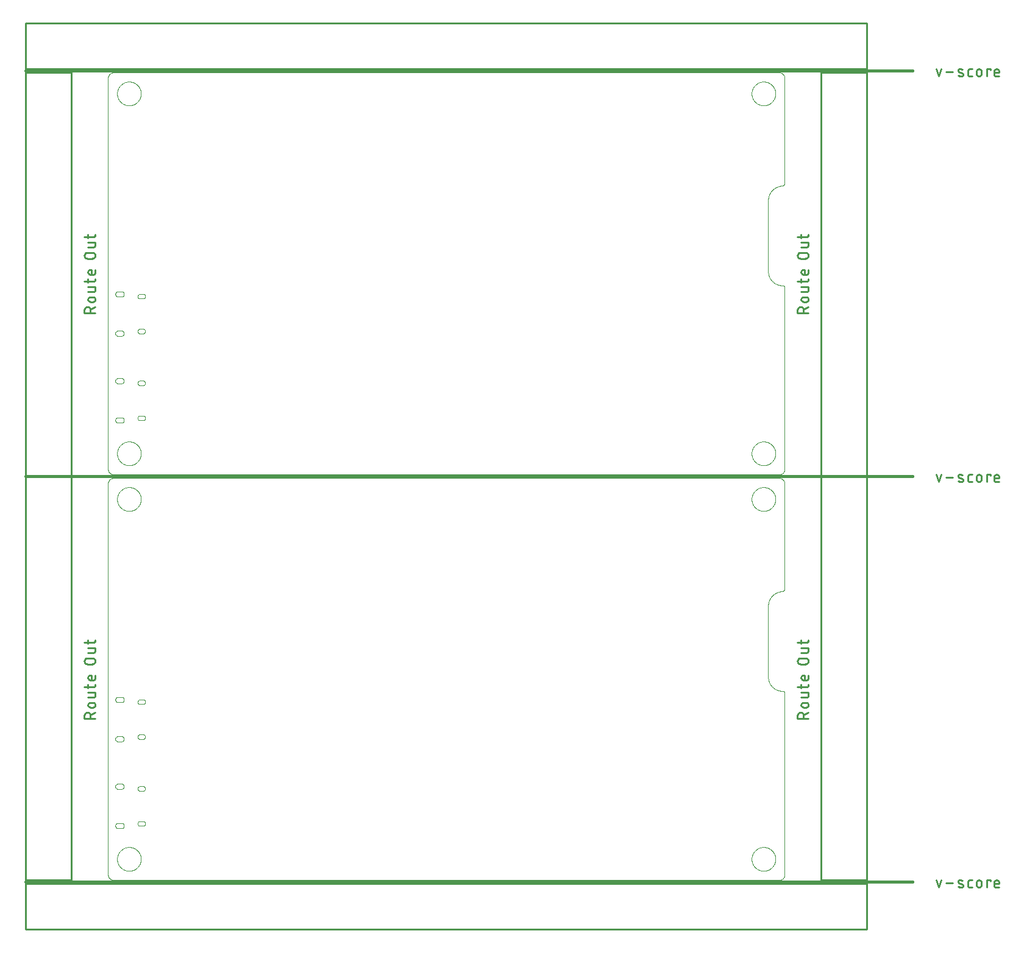
<source format=gko>
G75*
%MOIN*%
%OFA0B0*%
%FSLAX25Y25*%
%IPPOS*%
%LPD*%
%AMOC8*
5,1,8,0,0,1.08239X$1,22.5*
%
%ADD10C,0.00000*%
%ADD11C,0.01100*%
%ADD12C,0.01500*%
%ADD13C,0.01000*%
%ADD14C,0.00079*%
D10*
X0046750Y0031500D02*
X0046750Y0245500D01*
X0046752Y0245607D01*
X0046758Y0245714D01*
X0046767Y0245821D01*
X0046781Y0245927D01*
X0046798Y0246033D01*
X0046819Y0246138D01*
X0046843Y0246242D01*
X0046872Y0246345D01*
X0046904Y0246447D01*
X0046939Y0246548D01*
X0046978Y0246648D01*
X0047021Y0246746D01*
X0047067Y0246843D01*
X0047117Y0246938D01*
X0047170Y0247031D01*
X0047226Y0247122D01*
X0047286Y0247211D01*
X0047348Y0247298D01*
X0047414Y0247382D01*
X0047483Y0247465D01*
X0047554Y0247544D01*
X0047629Y0247621D01*
X0047706Y0247696D01*
X0047785Y0247767D01*
X0047868Y0247836D01*
X0047952Y0247902D01*
X0048039Y0247964D01*
X0048128Y0248024D01*
X0048219Y0248080D01*
X0048312Y0248133D01*
X0048407Y0248183D01*
X0048504Y0248229D01*
X0048602Y0248272D01*
X0048702Y0248311D01*
X0048803Y0248346D01*
X0048905Y0248378D01*
X0049008Y0248407D01*
X0049112Y0248431D01*
X0049217Y0248452D01*
X0049323Y0248469D01*
X0049429Y0248483D01*
X0049536Y0248492D01*
X0049643Y0248498D01*
X0049750Y0248500D01*
X0413750Y0248500D01*
X0413750Y0250500D02*
X0049750Y0250500D01*
X0049643Y0250502D01*
X0049536Y0250508D01*
X0049429Y0250517D01*
X0049323Y0250531D01*
X0049217Y0250548D01*
X0049112Y0250569D01*
X0049008Y0250593D01*
X0048905Y0250622D01*
X0048803Y0250654D01*
X0048702Y0250689D01*
X0048602Y0250728D01*
X0048504Y0250771D01*
X0048407Y0250817D01*
X0048312Y0250867D01*
X0048219Y0250920D01*
X0048128Y0250976D01*
X0048039Y0251036D01*
X0047952Y0251098D01*
X0047868Y0251164D01*
X0047785Y0251233D01*
X0047706Y0251304D01*
X0047629Y0251379D01*
X0047554Y0251456D01*
X0047483Y0251535D01*
X0047414Y0251618D01*
X0047348Y0251702D01*
X0047286Y0251789D01*
X0047226Y0251878D01*
X0047170Y0251969D01*
X0047117Y0252062D01*
X0047067Y0252157D01*
X0047021Y0252254D01*
X0046978Y0252352D01*
X0046939Y0252452D01*
X0046904Y0252553D01*
X0046872Y0252655D01*
X0046843Y0252758D01*
X0046819Y0252862D01*
X0046798Y0252967D01*
X0046781Y0253073D01*
X0046767Y0253179D01*
X0046758Y0253286D01*
X0046752Y0253393D01*
X0046750Y0253500D01*
X0046750Y0467500D01*
X0046752Y0467607D01*
X0046758Y0467714D01*
X0046767Y0467821D01*
X0046781Y0467927D01*
X0046798Y0468033D01*
X0046819Y0468138D01*
X0046843Y0468242D01*
X0046872Y0468345D01*
X0046904Y0468447D01*
X0046939Y0468548D01*
X0046978Y0468648D01*
X0047021Y0468746D01*
X0047067Y0468843D01*
X0047117Y0468938D01*
X0047170Y0469031D01*
X0047226Y0469122D01*
X0047286Y0469211D01*
X0047348Y0469298D01*
X0047414Y0469382D01*
X0047483Y0469465D01*
X0047554Y0469544D01*
X0047629Y0469621D01*
X0047706Y0469696D01*
X0047785Y0469767D01*
X0047868Y0469836D01*
X0047952Y0469902D01*
X0048039Y0469964D01*
X0048128Y0470024D01*
X0048219Y0470080D01*
X0048312Y0470133D01*
X0048407Y0470183D01*
X0048504Y0470229D01*
X0048602Y0470272D01*
X0048702Y0470311D01*
X0048803Y0470346D01*
X0048905Y0470378D01*
X0049008Y0470407D01*
X0049112Y0470431D01*
X0049217Y0470452D01*
X0049323Y0470469D01*
X0049429Y0470483D01*
X0049536Y0470492D01*
X0049643Y0470498D01*
X0049750Y0470500D01*
X0413750Y0470500D01*
X0413857Y0470498D01*
X0413964Y0470492D01*
X0414071Y0470483D01*
X0414177Y0470469D01*
X0414283Y0470452D01*
X0414388Y0470431D01*
X0414492Y0470407D01*
X0414595Y0470378D01*
X0414697Y0470346D01*
X0414798Y0470311D01*
X0414898Y0470272D01*
X0414996Y0470229D01*
X0415093Y0470183D01*
X0415188Y0470133D01*
X0415281Y0470080D01*
X0415372Y0470024D01*
X0415461Y0469964D01*
X0415548Y0469902D01*
X0415632Y0469836D01*
X0415715Y0469767D01*
X0415794Y0469696D01*
X0415871Y0469621D01*
X0415946Y0469544D01*
X0416017Y0469465D01*
X0416086Y0469382D01*
X0416152Y0469298D01*
X0416214Y0469211D01*
X0416274Y0469122D01*
X0416330Y0469031D01*
X0416383Y0468938D01*
X0416433Y0468843D01*
X0416479Y0468746D01*
X0416522Y0468648D01*
X0416561Y0468548D01*
X0416596Y0468447D01*
X0416628Y0468345D01*
X0416657Y0468242D01*
X0416681Y0468138D01*
X0416702Y0468033D01*
X0416719Y0467927D01*
X0416733Y0467821D01*
X0416742Y0467714D01*
X0416748Y0467607D01*
X0416750Y0467500D01*
X0416750Y0410000D01*
X0416748Y0409924D01*
X0416742Y0409848D01*
X0416733Y0409773D01*
X0416719Y0409698D01*
X0416702Y0409624D01*
X0416681Y0409551D01*
X0416657Y0409479D01*
X0416628Y0409408D01*
X0416597Y0409339D01*
X0416562Y0409272D01*
X0416523Y0409207D01*
X0416481Y0409143D01*
X0416436Y0409082D01*
X0416388Y0409023D01*
X0416337Y0408967D01*
X0416283Y0408913D01*
X0416227Y0408862D01*
X0416168Y0408814D01*
X0416107Y0408769D01*
X0416043Y0408727D01*
X0415978Y0408688D01*
X0415911Y0408653D01*
X0415842Y0408622D01*
X0415771Y0408593D01*
X0415699Y0408569D01*
X0415626Y0408548D01*
X0415552Y0408531D01*
X0415477Y0408517D01*
X0415402Y0408508D01*
X0415326Y0408502D01*
X0415250Y0408500D01*
X0415057Y0408486D01*
X0414864Y0408467D01*
X0414672Y0408443D01*
X0414480Y0408415D01*
X0414289Y0408382D01*
X0414099Y0408344D01*
X0413910Y0408302D01*
X0413722Y0408255D01*
X0413535Y0408204D01*
X0413350Y0408148D01*
X0413166Y0408088D01*
X0412983Y0408023D01*
X0412802Y0407954D01*
X0412623Y0407881D01*
X0412445Y0407803D01*
X0412270Y0407721D01*
X0412097Y0407635D01*
X0411925Y0407545D01*
X0411756Y0407450D01*
X0411589Y0407352D01*
X0411425Y0407249D01*
X0411263Y0407143D01*
X0411104Y0407032D01*
X0410947Y0406918D01*
X0410794Y0406800D01*
X0410643Y0406679D01*
X0410495Y0406553D01*
X0410350Y0406425D01*
X0410209Y0406292D01*
X0410070Y0406157D01*
X0409935Y0406018D01*
X0409804Y0405876D01*
X0409676Y0405731D01*
X0409551Y0405582D01*
X0409430Y0405431D01*
X0409313Y0405277D01*
X0409199Y0405120D01*
X0409089Y0404960D01*
X0408984Y0404798D01*
X0408882Y0404633D01*
X0408784Y0404466D01*
X0408690Y0404297D01*
X0408600Y0404125D01*
X0408515Y0403951D01*
X0408434Y0403775D01*
X0408357Y0403597D01*
X0408284Y0403418D01*
X0408216Y0403237D01*
X0408152Y0403054D01*
X0408092Y0402869D01*
X0408037Y0402684D01*
X0407987Y0402497D01*
X0407941Y0402309D01*
X0407899Y0402119D01*
X0407862Y0401929D01*
X0407830Y0401738D01*
X0407803Y0401546D01*
X0407780Y0401354D01*
X0407761Y0401161D01*
X0407748Y0400968D01*
X0407739Y0400774D01*
X0407734Y0400581D01*
X0407735Y0400387D01*
X0407740Y0400193D01*
X0407750Y0400000D01*
X0407750Y0361500D01*
X0407759Y0361310D01*
X0407772Y0361120D01*
X0407789Y0360931D01*
X0407812Y0360742D01*
X0407839Y0360553D01*
X0407871Y0360366D01*
X0407907Y0360179D01*
X0407948Y0359993D01*
X0407993Y0359808D01*
X0408043Y0359624D01*
X0408097Y0359442D01*
X0408156Y0359261D01*
X0408220Y0359082D01*
X0408287Y0358904D01*
X0408359Y0358728D01*
X0408436Y0358553D01*
X0408516Y0358381D01*
X0408601Y0358210D01*
X0408690Y0358042D01*
X0408783Y0357876D01*
X0408880Y0357713D01*
X0408981Y0357551D01*
X0409086Y0357393D01*
X0409195Y0357236D01*
X0409308Y0357083D01*
X0409424Y0356933D01*
X0409544Y0356785D01*
X0409668Y0356640D01*
X0409795Y0356499D01*
X0409926Y0356360D01*
X0410059Y0356225D01*
X0410197Y0356093D01*
X0410337Y0355965D01*
X0410481Y0355840D01*
X0410627Y0355718D01*
X0410777Y0355601D01*
X0410929Y0355487D01*
X0411084Y0355376D01*
X0411242Y0355270D01*
X0411402Y0355167D01*
X0411565Y0355069D01*
X0411730Y0354974D01*
X0411898Y0354884D01*
X0412067Y0354797D01*
X0412239Y0354715D01*
X0412412Y0354637D01*
X0412588Y0354564D01*
X0412765Y0354494D01*
X0412944Y0354429D01*
X0413124Y0354369D01*
X0413306Y0354313D01*
X0413490Y0354261D01*
X0413674Y0354214D01*
X0413859Y0354172D01*
X0414046Y0354134D01*
X0414233Y0354100D01*
X0414421Y0354071D01*
X0414610Y0354047D01*
X0414799Y0354028D01*
X0414989Y0354013D01*
X0415179Y0354003D01*
X0415369Y0353997D01*
X0415560Y0353996D01*
X0415750Y0354000D01*
X0415810Y0353998D01*
X0415871Y0353993D01*
X0415930Y0353984D01*
X0415989Y0353971D01*
X0416048Y0353955D01*
X0416105Y0353935D01*
X0416160Y0353912D01*
X0416215Y0353885D01*
X0416267Y0353856D01*
X0416318Y0353823D01*
X0416367Y0353787D01*
X0416413Y0353749D01*
X0416457Y0353707D01*
X0416499Y0353663D01*
X0416537Y0353617D01*
X0416573Y0353568D01*
X0416606Y0353517D01*
X0416635Y0353465D01*
X0416662Y0353410D01*
X0416685Y0353355D01*
X0416705Y0353298D01*
X0416721Y0353239D01*
X0416734Y0353180D01*
X0416743Y0353121D01*
X0416748Y0353060D01*
X0416750Y0353000D01*
X0416750Y0253500D01*
X0416748Y0253393D01*
X0416742Y0253286D01*
X0416733Y0253179D01*
X0416719Y0253073D01*
X0416702Y0252967D01*
X0416681Y0252862D01*
X0416657Y0252758D01*
X0416628Y0252655D01*
X0416596Y0252553D01*
X0416561Y0252452D01*
X0416522Y0252352D01*
X0416479Y0252254D01*
X0416433Y0252157D01*
X0416383Y0252062D01*
X0416330Y0251969D01*
X0416274Y0251878D01*
X0416214Y0251789D01*
X0416152Y0251702D01*
X0416086Y0251618D01*
X0416017Y0251535D01*
X0415946Y0251456D01*
X0415871Y0251379D01*
X0415794Y0251304D01*
X0415715Y0251233D01*
X0415632Y0251164D01*
X0415548Y0251098D01*
X0415461Y0251036D01*
X0415372Y0250976D01*
X0415281Y0250920D01*
X0415188Y0250867D01*
X0415093Y0250817D01*
X0414996Y0250771D01*
X0414898Y0250728D01*
X0414798Y0250689D01*
X0414697Y0250654D01*
X0414595Y0250622D01*
X0414492Y0250593D01*
X0414388Y0250569D01*
X0414283Y0250548D01*
X0414177Y0250531D01*
X0414071Y0250517D01*
X0413964Y0250508D01*
X0413857Y0250502D01*
X0413750Y0250500D01*
X0413750Y0248500D02*
X0413857Y0248498D01*
X0413964Y0248492D01*
X0414071Y0248483D01*
X0414177Y0248469D01*
X0414283Y0248452D01*
X0414388Y0248431D01*
X0414492Y0248407D01*
X0414595Y0248378D01*
X0414697Y0248346D01*
X0414798Y0248311D01*
X0414898Y0248272D01*
X0414996Y0248229D01*
X0415093Y0248183D01*
X0415188Y0248133D01*
X0415281Y0248080D01*
X0415372Y0248024D01*
X0415461Y0247964D01*
X0415548Y0247902D01*
X0415632Y0247836D01*
X0415715Y0247767D01*
X0415794Y0247696D01*
X0415871Y0247621D01*
X0415946Y0247544D01*
X0416017Y0247465D01*
X0416086Y0247382D01*
X0416152Y0247298D01*
X0416214Y0247211D01*
X0416274Y0247122D01*
X0416330Y0247031D01*
X0416383Y0246938D01*
X0416433Y0246843D01*
X0416479Y0246746D01*
X0416522Y0246648D01*
X0416561Y0246548D01*
X0416596Y0246447D01*
X0416628Y0246345D01*
X0416657Y0246242D01*
X0416681Y0246138D01*
X0416702Y0246033D01*
X0416719Y0245927D01*
X0416733Y0245821D01*
X0416742Y0245714D01*
X0416748Y0245607D01*
X0416750Y0245500D01*
X0416750Y0188000D01*
X0416748Y0187924D01*
X0416742Y0187848D01*
X0416733Y0187773D01*
X0416719Y0187698D01*
X0416702Y0187624D01*
X0416681Y0187551D01*
X0416657Y0187479D01*
X0416628Y0187408D01*
X0416597Y0187339D01*
X0416562Y0187272D01*
X0416523Y0187207D01*
X0416481Y0187143D01*
X0416436Y0187082D01*
X0416388Y0187023D01*
X0416337Y0186967D01*
X0416283Y0186913D01*
X0416227Y0186862D01*
X0416168Y0186814D01*
X0416107Y0186769D01*
X0416043Y0186727D01*
X0415978Y0186688D01*
X0415911Y0186653D01*
X0415842Y0186622D01*
X0415771Y0186593D01*
X0415699Y0186569D01*
X0415626Y0186548D01*
X0415552Y0186531D01*
X0415477Y0186517D01*
X0415402Y0186508D01*
X0415326Y0186502D01*
X0415250Y0186500D01*
X0415057Y0186486D01*
X0414864Y0186467D01*
X0414672Y0186443D01*
X0414480Y0186415D01*
X0414289Y0186382D01*
X0414099Y0186344D01*
X0413910Y0186302D01*
X0413722Y0186255D01*
X0413535Y0186204D01*
X0413350Y0186148D01*
X0413166Y0186088D01*
X0412983Y0186023D01*
X0412802Y0185954D01*
X0412623Y0185881D01*
X0412445Y0185803D01*
X0412270Y0185721D01*
X0412097Y0185635D01*
X0411925Y0185545D01*
X0411756Y0185450D01*
X0411589Y0185352D01*
X0411425Y0185249D01*
X0411263Y0185143D01*
X0411104Y0185032D01*
X0410947Y0184918D01*
X0410794Y0184800D01*
X0410643Y0184679D01*
X0410495Y0184553D01*
X0410350Y0184425D01*
X0410209Y0184292D01*
X0410070Y0184157D01*
X0409935Y0184018D01*
X0409804Y0183876D01*
X0409676Y0183731D01*
X0409551Y0183582D01*
X0409430Y0183431D01*
X0409313Y0183277D01*
X0409199Y0183120D01*
X0409089Y0182960D01*
X0408984Y0182798D01*
X0408882Y0182633D01*
X0408784Y0182466D01*
X0408690Y0182297D01*
X0408600Y0182125D01*
X0408515Y0181951D01*
X0408434Y0181775D01*
X0408357Y0181597D01*
X0408284Y0181418D01*
X0408216Y0181237D01*
X0408152Y0181054D01*
X0408092Y0180869D01*
X0408037Y0180684D01*
X0407987Y0180497D01*
X0407941Y0180309D01*
X0407899Y0180119D01*
X0407862Y0179929D01*
X0407830Y0179738D01*
X0407803Y0179546D01*
X0407780Y0179354D01*
X0407761Y0179161D01*
X0407748Y0178968D01*
X0407739Y0178774D01*
X0407734Y0178581D01*
X0407735Y0178387D01*
X0407740Y0178193D01*
X0407750Y0178000D01*
X0407750Y0139500D01*
X0407759Y0139310D01*
X0407772Y0139120D01*
X0407789Y0138931D01*
X0407812Y0138742D01*
X0407839Y0138553D01*
X0407871Y0138366D01*
X0407907Y0138179D01*
X0407948Y0137993D01*
X0407993Y0137808D01*
X0408043Y0137624D01*
X0408097Y0137442D01*
X0408156Y0137261D01*
X0408220Y0137082D01*
X0408287Y0136904D01*
X0408359Y0136728D01*
X0408436Y0136553D01*
X0408516Y0136381D01*
X0408601Y0136210D01*
X0408690Y0136042D01*
X0408783Y0135876D01*
X0408880Y0135713D01*
X0408981Y0135551D01*
X0409086Y0135393D01*
X0409195Y0135236D01*
X0409308Y0135083D01*
X0409424Y0134933D01*
X0409544Y0134785D01*
X0409668Y0134640D01*
X0409795Y0134499D01*
X0409926Y0134360D01*
X0410059Y0134225D01*
X0410197Y0134093D01*
X0410337Y0133965D01*
X0410481Y0133840D01*
X0410627Y0133718D01*
X0410777Y0133601D01*
X0410929Y0133487D01*
X0411084Y0133376D01*
X0411242Y0133270D01*
X0411402Y0133167D01*
X0411565Y0133069D01*
X0411730Y0132974D01*
X0411898Y0132884D01*
X0412067Y0132797D01*
X0412239Y0132715D01*
X0412412Y0132637D01*
X0412588Y0132564D01*
X0412765Y0132494D01*
X0412944Y0132429D01*
X0413124Y0132369D01*
X0413306Y0132313D01*
X0413490Y0132261D01*
X0413674Y0132214D01*
X0413859Y0132172D01*
X0414046Y0132134D01*
X0414233Y0132100D01*
X0414421Y0132071D01*
X0414610Y0132047D01*
X0414799Y0132028D01*
X0414989Y0132013D01*
X0415179Y0132003D01*
X0415369Y0131997D01*
X0415560Y0131996D01*
X0415750Y0132000D01*
X0415810Y0131998D01*
X0415871Y0131993D01*
X0415930Y0131984D01*
X0415989Y0131971D01*
X0416048Y0131955D01*
X0416105Y0131935D01*
X0416160Y0131912D01*
X0416215Y0131885D01*
X0416267Y0131856D01*
X0416318Y0131823D01*
X0416367Y0131787D01*
X0416413Y0131749D01*
X0416457Y0131707D01*
X0416499Y0131663D01*
X0416537Y0131617D01*
X0416573Y0131568D01*
X0416606Y0131517D01*
X0416635Y0131465D01*
X0416662Y0131410D01*
X0416685Y0131355D01*
X0416705Y0131298D01*
X0416721Y0131239D01*
X0416734Y0131180D01*
X0416743Y0131121D01*
X0416748Y0131060D01*
X0416750Y0131000D01*
X0416750Y0031500D01*
X0416748Y0031393D01*
X0416742Y0031286D01*
X0416733Y0031179D01*
X0416719Y0031073D01*
X0416702Y0030967D01*
X0416681Y0030862D01*
X0416657Y0030758D01*
X0416628Y0030655D01*
X0416596Y0030553D01*
X0416561Y0030452D01*
X0416522Y0030352D01*
X0416479Y0030254D01*
X0416433Y0030157D01*
X0416383Y0030062D01*
X0416330Y0029969D01*
X0416274Y0029878D01*
X0416214Y0029789D01*
X0416152Y0029702D01*
X0416086Y0029618D01*
X0416017Y0029535D01*
X0415946Y0029456D01*
X0415871Y0029379D01*
X0415794Y0029304D01*
X0415715Y0029233D01*
X0415632Y0029164D01*
X0415548Y0029098D01*
X0415461Y0029036D01*
X0415372Y0028976D01*
X0415281Y0028920D01*
X0415188Y0028867D01*
X0415093Y0028817D01*
X0414996Y0028771D01*
X0414898Y0028728D01*
X0414798Y0028689D01*
X0414697Y0028654D01*
X0414595Y0028622D01*
X0414492Y0028593D01*
X0414388Y0028569D01*
X0414283Y0028548D01*
X0414177Y0028531D01*
X0414071Y0028517D01*
X0413964Y0028508D01*
X0413857Y0028502D01*
X0413750Y0028500D01*
X0049750Y0028500D01*
X0049643Y0028502D01*
X0049536Y0028508D01*
X0049429Y0028517D01*
X0049323Y0028531D01*
X0049217Y0028548D01*
X0049112Y0028569D01*
X0049008Y0028593D01*
X0048905Y0028622D01*
X0048803Y0028654D01*
X0048702Y0028689D01*
X0048602Y0028728D01*
X0048504Y0028771D01*
X0048407Y0028817D01*
X0048312Y0028867D01*
X0048219Y0028920D01*
X0048128Y0028976D01*
X0048039Y0029036D01*
X0047952Y0029098D01*
X0047868Y0029164D01*
X0047785Y0029233D01*
X0047706Y0029304D01*
X0047629Y0029379D01*
X0047554Y0029456D01*
X0047483Y0029535D01*
X0047414Y0029618D01*
X0047348Y0029702D01*
X0047286Y0029789D01*
X0047226Y0029878D01*
X0047170Y0029969D01*
X0047117Y0030062D01*
X0047067Y0030157D01*
X0047021Y0030254D01*
X0046978Y0030352D01*
X0046939Y0030452D01*
X0046904Y0030553D01*
X0046872Y0030655D01*
X0046843Y0030758D01*
X0046819Y0030862D01*
X0046798Y0030967D01*
X0046781Y0031073D01*
X0046767Y0031179D01*
X0046758Y0031286D01*
X0046752Y0031393D01*
X0046750Y0031500D01*
X0051750Y0040000D02*
X0051752Y0040161D01*
X0051758Y0040321D01*
X0051768Y0040482D01*
X0051782Y0040642D01*
X0051800Y0040802D01*
X0051821Y0040961D01*
X0051847Y0041120D01*
X0051877Y0041278D01*
X0051910Y0041435D01*
X0051948Y0041592D01*
X0051989Y0041747D01*
X0052034Y0041901D01*
X0052083Y0042054D01*
X0052136Y0042206D01*
X0052192Y0042357D01*
X0052253Y0042506D01*
X0052316Y0042654D01*
X0052384Y0042800D01*
X0052455Y0042944D01*
X0052529Y0043086D01*
X0052607Y0043227D01*
X0052689Y0043365D01*
X0052774Y0043502D01*
X0052862Y0043636D01*
X0052954Y0043768D01*
X0053049Y0043898D01*
X0053147Y0044026D01*
X0053248Y0044151D01*
X0053352Y0044273D01*
X0053459Y0044393D01*
X0053569Y0044510D01*
X0053682Y0044625D01*
X0053798Y0044736D01*
X0053917Y0044845D01*
X0054038Y0044950D01*
X0054162Y0045053D01*
X0054288Y0045153D01*
X0054416Y0045249D01*
X0054547Y0045342D01*
X0054681Y0045432D01*
X0054816Y0045519D01*
X0054954Y0045602D01*
X0055093Y0045682D01*
X0055235Y0045758D01*
X0055378Y0045831D01*
X0055523Y0045900D01*
X0055670Y0045966D01*
X0055818Y0046028D01*
X0055968Y0046086D01*
X0056119Y0046141D01*
X0056272Y0046192D01*
X0056426Y0046239D01*
X0056581Y0046282D01*
X0056737Y0046321D01*
X0056893Y0046357D01*
X0057051Y0046388D01*
X0057209Y0046416D01*
X0057368Y0046440D01*
X0057528Y0046460D01*
X0057688Y0046476D01*
X0057848Y0046488D01*
X0058009Y0046496D01*
X0058170Y0046500D01*
X0058330Y0046500D01*
X0058491Y0046496D01*
X0058652Y0046488D01*
X0058812Y0046476D01*
X0058972Y0046460D01*
X0059132Y0046440D01*
X0059291Y0046416D01*
X0059449Y0046388D01*
X0059607Y0046357D01*
X0059763Y0046321D01*
X0059919Y0046282D01*
X0060074Y0046239D01*
X0060228Y0046192D01*
X0060381Y0046141D01*
X0060532Y0046086D01*
X0060682Y0046028D01*
X0060830Y0045966D01*
X0060977Y0045900D01*
X0061122Y0045831D01*
X0061265Y0045758D01*
X0061407Y0045682D01*
X0061546Y0045602D01*
X0061684Y0045519D01*
X0061819Y0045432D01*
X0061953Y0045342D01*
X0062084Y0045249D01*
X0062212Y0045153D01*
X0062338Y0045053D01*
X0062462Y0044950D01*
X0062583Y0044845D01*
X0062702Y0044736D01*
X0062818Y0044625D01*
X0062931Y0044510D01*
X0063041Y0044393D01*
X0063148Y0044273D01*
X0063252Y0044151D01*
X0063353Y0044026D01*
X0063451Y0043898D01*
X0063546Y0043768D01*
X0063638Y0043636D01*
X0063726Y0043502D01*
X0063811Y0043365D01*
X0063893Y0043227D01*
X0063971Y0043086D01*
X0064045Y0042944D01*
X0064116Y0042800D01*
X0064184Y0042654D01*
X0064247Y0042506D01*
X0064308Y0042357D01*
X0064364Y0042206D01*
X0064417Y0042054D01*
X0064466Y0041901D01*
X0064511Y0041747D01*
X0064552Y0041592D01*
X0064590Y0041435D01*
X0064623Y0041278D01*
X0064653Y0041120D01*
X0064679Y0040961D01*
X0064700Y0040802D01*
X0064718Y0040642D01*
X0064732Y0040482D01*
X0064742Y0040321D01*
X0064748Y0040161D01*
X0064750Y0040000D01*
X0064748Y0039839D01*
X0064742Y0039679D01*
X0064732Y0039518D01*
X0064718Y0039358D01*
X0064700Y0039198D01*
X0064679Y0039039D01*
X0064653Y0038880D01*
X0064623Y0038722D01*
X0064590Y0038565D01*
X0064552Y0038408D01*
X0064511Y0038253D01*
X0064466Y0038099D01*
X0064417Y0037946D01*
X0064364Y0037794D01*
X0064308Y0037643D01*
X0064247Y0037494D01*
X0064184Y0037346D01*
X0064116Y0037200D01*
X0064045Y0037056D01*
X0063971Y0036914D01*
X0063893Y0036773D01*
X0063811Y0036635D01*
X0063726Y0036498D01*
X0063638Y0036364D01*
X0063546Y0036232D01*
X0063451Y0036102D01*
X0063353Y0035974D01*
X0063252Y0035849D01*
X0063148Y0035727D01*
X0063041Y0035607D01*
X0062931Y0035490D01*
X0062818Y0035375D01*
X0062702Y0035264D01*
X0062583Y0035155D01*
X0062462Y0035050D01*
X0062338Y0034947D01*
X0062212Y0034847D01*
X0062084Y0034751D01*
X0061953Y0034658D01*
X0061819Y0034568D01*
X0061684Y0034481D01*
X0061546Y0034398D01*
X0061407Y0034318D01*
X0061265Y0034242D01*
X0061122Y0034169D01*
X0060977Y0034100D01*
X0060830Y0034034D01*
X0060682Y0033972D01*
X0060532Y0033914D01*
X0060381Y0033859D01*
X0060228Y0033808D01*
X0060074Y0033761D01*
X0059919Y0033718D01*
X0059763Y0033679D01*
X0059607Y0033643D01*
X0059449Y0033612D01*
X0059291Y0033584D01*
X0059132Y0033560D01*
X0058972Y0033540D01*
X0058812Y0033524D01*
X0058652Y0033512D01*
X0058491Y0033504D01*
X0058330Y0033500D01*
X0058170Y0033500D01*
X0058009Y0033504D01*
X0057848Y0033512D01*
X0057688Y0033524D01*
X0057528Y0033540D01*
X0057368Y0033560D01*
X0057209Y0033584D01*
X0057051Y0033612D01*
X0056893Y0033643D01*
X0056737Y0033679D01*
X0056581Y0033718D01*
X0056426Y0033761D01*
X0056272Y0033808D01*
X0056119Y0033859D01*
X0055968Y0033914D01*
X0055818Y0033972D01*
X0055670Y0034034D01*
X0055523Y0034100D01*
X0055378Y0034169D01*
X0055235Y0034242D01*
X0055093Y0034318D01*
X0054954Y0034398D01*
X0054816Y0034481D01*
X0054681Y0034568D01*
X0054547Y0034658D01*
X0054416Y0034751D01*
X0054288Y0034847D01*
X0054162Y0034947D01*
X0054038Y0035050D01*
X0053917Y0035155D01*
X0053798Y0035264D01*
X0053682Y0035375D01*
X0053569Y0035490D01*
X0053459Y0035607D01*
X0053352Y0035727D01*
X0053248Y0035849D01*
X0053147Y0035974D01*
X0053049Y0036102D01*
X0052954Y0036232D01*
X0052862Y0036364D01*
X0052774Y0036498D01*
X0052689Y0036635D01*
X0052607Y0036773D01*
X0052529Y0036914D01*
X0052455Y0037056D01*
X0052384Y0037200D01*
X0052316Y0037346D01*
X0052253Y0037494D01*
X0052192Y0037643D01*
X0052136Y0037794D01*
X0052083Y0037946D01*
X0052034Y0038099D01*
X0051989Y0038253D01*
X0051948Y0038408D01*
X0051910Y0038565D01*
X0051877Y0038722D01*
X0051847Y0038880D01*
X0051821Y0039039D01*
X0051800Y0039198D01*
X0051782Y0039358D01*
X0051768Y0039518D01*
X0051758Y0039679D01*
X0051752Y0039839D01*
X0051750Y0040000D01*
X0051750Y0237000D02*
X0051752Y0237161D01*
X0051758Y0237321D01*
X0051768Y0237482D01*
X0051782Y0237642D01*
X0051800Y0237802D01*
X0051821Y0237961D01*
X0051847Y0238120D01*
X0051877Y0238278D01*
X0051910Y0238435D01*
X0051948Y0238592D01*
X0051989Y0238747D01*
X0052034Y0238901D01*
X0052083Y0239054D01*
X0052136Y0239206D01*
X0052192Y0239357D01*
X0052253Y0239506D01*
X0052316Y0239654D01*
X0052384Y0239800D01*
X0052455Y0239944D01*
X0052529Y0240086D01*
X0052607Y0240227D01*
X0052689Y0240365D01*
X0052774Y0240502D01*
X0052862Y0240636D01*
X0052954Y0240768D01*
X0053049Y0240898D01*
X0053147Y0241026D01*
X0053248Y0241151D01*
X0053352Y0241273D01*
X0053459Y0241393D01*
X0053569Y0241510D01*
X0053682Y0241625D01*
X0053798Y0241736D01*
X0053917Y0241845D01*
X0054038Y0241950D01*
X0054162Y0242053D01*
X0054288Y0242153D01*
X0054416Y0242249D01*
X0054547Y0242342D01*
X0054681Y0242432D01*
X0054816Y0242519D01*
X0054954Y0242602D01*
X0055093Y0242682D01*
X0055235Y0242758D01*
X0055378Y0242831D01*
X0055523Y0242900D01*
X0055670Y0242966D01*
X0055818Y0243028D01*
X0055968Y0243086D01*
X0056119Y0243141D01*
X0056272Y0243192D01*
X0056426Y0243239D01*
X0056581Y0243282D01*
X0056737Y0243321D01*
X0056893Y0243357D01*
X0057051Y0243388D01*
X0057209Y0243416D01*
X0057368Y0243440D01*
X0057528Y0243460D01*
X0057688Y0243476D01*
X0057848Y0243488D01*
X0058009Y0243496D01*
X0058170Y0243500D01*
X0058330Y0243500D01*
X0058491Y0243496D01*
X0058652Y0243488D01*
X0058812Y0243476D01*
X0058972Y0243460D01*
X0059132Y0243440D01*
X0059291Y0243416D01*
X0059449Y0243388D01*
X0059607Y0243357D01*
X0059763Y0243321D01*
X0059919Y0243282D01*
X0060074Y0243239D01*
X0060228Y0243192D01*
X0060381Y0243141D01*
X0060532Y0243086D01*
X0060682Y0243028D01*
X0060830Y0242966D01*
X0060977Y0242900D01*
X0061122Y0242831D01*
X0061265Y0242758D01*
X0061407Y0242682D01*
X0061546Y0242602D01*
X0061684Y0242519D01*
X0061819Y0242432D01*
X0061953Y0242342D01*
X0062084Y0242249D01*
X0062212Y0242153D01*
X0062338Y0242053D01*
X0062462Y0241950D01*
X0062583Y0241845D01*
X0062702Y0241736D01*
X0062818Y0241625D01*
X0062931Y0241510D01*
X0063041Y0241393D01*
X0063148Y0241273D01*
X0063252Y0241151D01*
X0063353Y0241026D01*
X0063451Y0240898D01*
X0063546Y0240768D01*
X0063638Y0240636D01*
X0063726Y0240502D01*
X0063811Y0240365D01*
X0063893Y0240227D01*
X0063971Y0240086D01*
X0064045Y0239944D01*
X0064116Y0239800D01*
X0064184Y0239654D01*
X0064247Y0239506D01*
X0064308Y0239357D01*
X0064364Y0239206D01*
X0064417Y0239054D01*
X0064466Y0238901D01*
X0064511Y0238747D01*
X0064552Y0238592D01*
X0064590Y0238435D01*
X0064623Y0238278D01*
X0064653Y0238120D01*
X0064679Y0237961D01*
X0064700Y0237802D01*
X0064718Y0237642D01*
X0064732Y0237482D01*
X0064742Y0237321D01*
X0064748Y0237161D01*
X0064750Y0237000D01*
X0064748Y0236839D01*
X0064742Y0236679D01*
X0064732Y0236518D01*
X0064718Y0236358D01*
X0064700Y0236198D01*
X0064679Y0236039D01*
X0064653Y0235880D01*
X0064623Y0235722D01*
X0064590Y0235565D01*
X0064552Y0235408D01*
X0064511Y0235253D01*
X0064466Y0235099D01*
X0064417Y0234946D01*
X0064364Y0234794D01*
X0064308Y0234643D01*
X0064247Y0234494D01*
X0064184Y0234346D01*
X0064116Y0234200D01*
X0064045Y0234056D01*
X0063971Y0233914D01*
X0063893Y0233773D01*
X0063811Y0233635D01*
X0063726Y0233498D01*
X0063638Y0233364D01*
X0063546Y0233232D01*
X0063451Y0233102D01*
X0063353Y0232974D01*
X0063252Y0232849D01*
X0063148Y0232727D01*
X0063041Y0232607D01*
X0062931Y0232490D01*
X0062818Y0232375D01*
X0062702Y0232264D01*
X0062583Y0232155D01*
X0062462Y0232050D01*
X0062338Y0231947D01*
X0062212Y0231847D01*
X0062084Y0231751D01*
X0061953Y0231658D01*
X0061819Y0231568D01*
X0061684Y0231481D01*
X0061546Y0231398D01*
X0061407Y0231318D01*
X0061265Y0231242D01*
X0061122Y0231169D01*
X0060977Y0231100D01*
X0060830Y0231034D01*
X0060682Y0230972D01*
X0060532Y0230914D01*
X0060381Y0230859D01*
X0060228Y0230808D01*
X0060074Y0230761D01*
X0059919Y0230718D01*
X0059763Y0230679D01*
X0059607Y0230643D01*
X0059449Y0230612D01*
X0059291Y0230584D01*
X0059132Y0230560D01*
X0058972Y0230540D01*
X0058812Y0230524D01*
X0058652Y0230512D01*
X0058491Y0230504D01*
X0058330Y0230500D01*
X0058170Y0230500D01*
X0058009Y0230504D01*
X0057848Y0230512D01*
X0057688Y0230524D01*
X0057528Y0230540D01*
X0057368Y0230560D01*
X0057209Y0230584D01*
X0057051Y0230612D01*
X0056893Y0230643D01*
X0056737Y0230679D01*
X0056581Y0230718D01*
X0056426Y0230761D01*
X0056272Y0230808D01*
X0056119Y0230859D01*
X0055968Y0230914D01*
X0055818Y0230972D01*
X0055670Y0231034D01*
X0055523Y0231100D01*
X0055378Y0231169D01*
X0055235Y0231242D01*
X0055093Y0231318D01*
X0054954Y0231398D01*
X0054816Y0231481D01*
X0054681Y0231568D01*
X0054547Y0231658D01*
X0054416Y0231751D01*
X0054288Y0231847D01*
X0054162Y0231947D01*
X0054038Y0232050D01*
X0053917Y0232155D01*
X0053798Y0232264D01*
X0053682Y0232375D01*
X0053569Y0232490D01*
X0053459Y0232607D01*
X0053352Y0232727D01*
X0053248Y0232849D01*
X0053147Y0232974D01*
X0053049Y0233102D01*
X0052954Y0233232D01*
X0052862Y0233364D01*
X0052774Y0233498D01*
X0052689Y0233635D01*
X0052607Y0233773D01*
X0052529Y0233914D01*
X0052455Y0234056D01*
X0052384Y0234200D01*
X0052316Y0234346D01*
X0052253Y0234494D01*
X0052192Y0234643D01*
X0052136Y0234794D01*
X0052083Y0234946D01*
X0052034Y0235099D01*
X0051989Y0235253D01*
X0051948Y0235408D01*
X0051910Y0235565D01*
X0051877Y0235722D01*
X0051847Y0235880D01*
X0051821Y0236039D01*
X0051800Y0236198D01*
X0051782Y0236358D01*
X0051768Y0236518D01*
X0051758Y0236679D01*
X0051752Y0236839D01*
X0051750Y0237000D01*
X0051750Y0262000D02*
X0051752Y0262161D01*
X0051758Y0262321D01*
X0051768Y0262482D01*
X0051782Y0262642D01*
X0051800Y0262802D01*
X0051821Y0262961D01*
X0051847Y0263120D01*
X0051877Y0263278D01*
X0051910Y0263435D01*
X0051948Y0263592D01*
X0051989Y0263747D01*
X0052034Y0263901D01*
X0052083Y0264054D01*
X0052136Y0264206D01*
X0052192Y0264357D01*
X0052253Y0264506D01*
X0052316Y0264654D01*
X0052384Y0264800D01*
X0052455Y0264944D01*
X0052529Y0265086D01*
X0052607Y0265227D01*
X0052689Y0265365D01*
X0052774Y0265502D01*
X0052862Y0265636D01*
X0052954Y0265768D01*
X0053049Y0265898D01*
X0053147Y0266026D01*
X0053248Y0266151D01*
X0053352Y0266273D01*
X0053459Y0266393D01*
X0053569Y0266510D01*
X0053682Y0266625D01*
X0053798Y0266736D01*
X0053917Y0266845D01*
X0054038Y0266950D01*
X0054162Y0267053D01*
X0054288Y0267153D01*
X0054416Y0267249D01*
X0054547Y0267342D01*
X0054681Y0267432D01*
X0054816Y0267519D01*
X0054954Y0267602D01*
X0055093Y0267682D01*
X0055235Y0267758D01*
X0055378Y0267831D01*
X0055523Y0267900D01*
X0055670Y0267966D01*
X0055818Y0268028D01*
X0055968Y0268086D01*
X0056119Y0268141D01*
X0056272Y0268192D01*
X0056426Y0268239D01*
X0056581Y0268282D01*
X0056737Y0268321D01*
X0056893Y0268357D01*
X0057051Y0268388D01*
X0057209Y0268416D01*
X0057368Y0268440D01*
X0057528Y0268460D01*
X0057688Y0268476D01*
X0057848Y0268488D01*
X0058009Y0268496D01*
X0058170Y0268500D01*
X0058330Y0268500D01*
X0058491Y0268496D01*
X0058652Y0268488D01*
X0058812Y0268476D01*
X0058972Y0268460D01*
X0059132Y0268440D01*
X0059291Y0268416D01*
X0059449Y0268388D01*
X0059607Y0268357D01*
X0059763Y0268321D01*
X0059919Y0268282D01*
X0060074Y0268239D01*
X0060228Y0268192D01*
X0060381Y0268141D01*
X0060532Y0268086D01*
X0060682Y0268028D01*
X0060830Y0267966D01*
X0060977Y0267900D01*
X0061122Y0267831D01*
X0061265Y0267758D01*
X0061407Y0267682D01*
X0061546Y0267602D01*
X0061684Y0267519D01*
X0061819Y0267432D01*
X0061953Y0267342D01*
X0062084Y0267249D01*
X0062212Y0267153D01*
X0062338Y0267053D01*
X0062462Y0266950D01*
X0062583Y0266845D01*
X0062702Y0266736D01*
X0062818Y0266625D01*
X0062931Y0266510D01*
X0063041Y0266393D01*
X0063148Y0266273D01*
X0063252Y0266151D01*
X0063353Y0266026D01*
X0063451Y0265898D01*
X0063546Y0265768D01*
X0063638Y0265636D01*
X0063726Y0265502D01*
X0063811Y0265365D01*
X0063893Y0265227D01*
X0063971Y0265086D01*
X0064045Y0264944D01*
X0064116Y0264800D01*
X0064184Y0264654D01*
X0064247Y0264506D01*
X0064308Y0264357D01*
X0064364Y0264206D01*
X0064417Y0264054D01*
X0064466Y0263901D01*
X0064511Y0263747D01*
X0064552Y0263592D01*
X0064590Y0263435D01*
X0064623Y0263278D01*
X0064653Y0263120D01*
X0064679Y0262961D01*
X0064700Y0262802D01*
X0064718Y0262642D01*
X0064732Y0262482D01*
X0064742Y0262321D01*
X0064748Y0262161D01*
X0064750Y0262000D01*
X0064748Y0261839D01*
X0064742Y0261679D01*
X0064732Y0261518D01*
X0064718Y0261358D01*
X0064700Y0261198D01*
X0064679Y0261039D01*
X0064653Y0260880D01*
X0064623Y0260722D01*
X0064590Y0260565D01*
X0064552Y0260408D01*
X0064511Y0260253D01*
X0064466Y0260099D01*
X0064417Y0259946D01*
X0064364Y0259794D01*
X0064308Y0259643D01*
X0064247Y0259494D01*
X0064184Y0259346D01*
X0064116Y0259200D01*
X0064045Y0259056D01*
X0063971Y0258914D01*
X0063893Y0258773D01*
X0063811Y0258635D01*
X0063726Y0258498D01*
X0063638Y0258364D01*
X0063546Y0258232D01*
X0063451Y0258102D01*
X0063353Y0257974D01*
X0063252Y0257849D01*
X0063148Y0257727D01*
X0063041Y0257607D01*
X0062931Y0257490D01*
X0062818Y0257375D01*
X0062702Y0257264D01*
X0062583Y0257155D01*
X0062462Y0257050D01*
X0062338Y0256947D01*
X0062212Y0256847D01*
X0062084Y0256751D01*
X0061953Y0256658D01*
X0061819Y0256568D01*
X0061684Y0256481D01*
X0061546Y0256398D01*
X0061407Y0256318D01*
X0061265Y0256242D01*
X0061122Y0256169D01*
X0060977Y0256100D01*
X0060830Y0256034D01*
X0060682Y0255972D01*
X0060532Y0255914D01*
X0060381Y0255859D01*
X0060228Y0255808D01*
X0060074Y0255761D01*
X0059919Y0255718D01*
X0059763Y0255679D01*
X0059607Y0255643D01*
X0059449Y0255612D01*
X0059291Y0255584D01*
X0059132Y0255560D01*
X0058972Y0255540D01*
X0058812Y0255524D01*
X0058652Y0255512D01*
X0058491Y0255504D01*
X0058330Y0255500D01*
X0058170Y0255500D01*
X0058009Y0255504D01*
X0057848Y0255512D01*
X0057688Y0255524D01*
X0057528Y0255540D01*
X0057368Y0255560D01*
X0057209Y0255584D01*
X0057051Y0255612D01*
X0056893Y0255643D01*
X0056737Y0255679D01*
X0056581Y0255718D01*
X0056426Y0255761D01*
X0056272Y0255808D01*
X0056119Y0255859D01*
X0055968Y0255914D01*
X0055818Y0255972D01*
X0055670Y0256034D01*
X0055523Y0256100D01*
X0055378Y0256169D01*
X0055235Y0256242D01*
X0055093Y0256318D01*
X0054954Y0256398D01*
X0054816Y0256481D01*
X0054681Y0256568D01*
X0054547Y0256658D01*
X0054416Y0256751D01*
X0054288Y0256847D01*
X0054162Y0256947D01*
X0054038Y0257050D01*
X0053917Y0257155D01*
X0053798Y0257264D01*
X0053682Y0257375D01*
X0053569Y0257490D01*
X0053459Y0257607D01*
X0053352Y0257727D01*
X0053248Y0257849D01*
X0053147Y0257974D01*
X0053049Y0258102D01*
X0052954Y0258232D01*
X0052862Y0258364D01*
X0052774Y0258498D01*
X0052689Y0258635D01*
X0052607Y0258773D01*
X0052529Y0258914D01*
X0052455Y0259056D01*
X0052384Y0259200D01*
X0052316Y0259346D01*
X0052253Y0259494D01*
X0052192Y0259643D01*
X0052136Y0259794D01*
X0052083Y0259946D01*
X0052034Y0260099D01*
X0051989Y0260253D01*
X0051948Y0260408D01*
X0051910Y0260565D01*
X0051877Y0260722D01*
X0051847Y0260880D01*
X0051821Y0261039D01*
X0051800Y0261198D01*
X0051782Y0261358D01*
X0051768Y0261518D01*
X0051758Y0261679D01*
X0051752Y0261839D01*
X0051750Y0262000D01*
X0051750Y0459000D02*
X0051752Y0459161D01*
X0051758Y0459321D01*
X0051768Y0459482D01*
X0051782Y0459642D01*
X0051800Y0459802D01*
X0051821Y0459961D01*
X0051847Y0460120D01*
X0051877Y0460278D01*
X0051910Y0460435D01*
X0051948Y0460592D01*
X0051989Y0460747D01*
X0052034Y0460901D01*
X0052083Y0461054D01*
X0052136Y0461206D01*
X0052192Y0461357D01*
X0052253Y0461506D01*
X0052316Y0461654D01*
X0052384Y0461800D01*
X0052455Y0461944D01*
X0052529Y0462086D01*
X0052607Y0462227D01*
X0052689Y0462365D01*
X0052774Y0462502D01*
X0052862Y0462636D01*
X0052954Y0462768D01*
X0053049Y0462898D01*
X0053147Y0463026D01*
X0053248Y0463151D01*
X0053352Y0463273D01*
X0053459Y0463393D01*
X0053569Y0463510D01*
X0053682Y0463625D01*
X0053798Y0463736D01*
X0053917Y0463845D01*
X0054038Y0463950D01*
X0054162Y0464053D01*
X0054288Y0464153D01*
X0054416Y0464249D01*
X0054547Y0464342D01*
X0054681Y0464432D01*
X0054816Y0464519D01*
X0054954Y0464602D01*
X0055093Y0464682D01*
X0055235Y0464758D01*
X0055378Y0464831D01*
X0055523Y0464900D01*
X0055670Y0464966D01*
X0055818Y0465028D01*
X0055968Y0465086D01*
X0056119Y0465141D01*
X0056272Y0465192D01*
X0056426Y0465239D01*
X0056581Y0465282D01*
X0056737Y0465321D01*
X0056893Y0465357D01*
X0057051Y0465388D01*
X0057209Y0465416D01*
X0057368Y0465440D01*
X0057528Y0465460D01*
X0057688Y0465476D01*
X0057848Y0465488D01*
X0058009Y0465496D01*
X0058170Y0465500D01*
X0058330Y0465500D01*
X0058491Y0465496D01*
X0058652Y0465488D01*
X0058812Y0465476D01*
X0058972Y0465460D01*
X0059132Y0465440D01*
X0059291Y0465416D01*
X0059449Y0465388D01*
X0059607Y0465357D01*
X0059763Y0465321D01*
X0059919Y0465282D01*
X0060074Y0465239D01*
X0060228Y0465192D01*
X0060381Y0465141D01*
X0060532Y0465086D01*
X0060682Y0465028D01*
X0060830Y0464966D01*
X0060977Y0464900D01*
X0061122Y0464831D01*
X0061265Y0464758D01*
X0061407Y0464682D01*
X0061546Y0464602D01*
X0061684Y0464519D01*
X0061819Y0464432D01*
X0061953Y0464342D01*
X0062084Y0464249D01*
X0062212Y0464153D01*
X0062338Y0464053D01*
X0062462Y0463950D01*
X0062583Y0463845D01*
X0062702Y0463736D01*
X0062818Y0463625D01*
X0062931Y0463510D01*
X0063041Y0463393D01*
X0063148Y0463273D01*
X0063252Y0463151D01*
X0063353Y0463026D01*
X0063451Y0462898D01*
X0063546Y0462768D01*
X0063638Y0462636D01*
X0063726Y0462502D01*
X0063811Y0462365D01*
X0063893Y0462227D01*
X0063971Y0462086D01*
X0064045Y0461944D01*
X0064116Y0461800D01*
X0064184Y0461654D01*
X0064247Y0461506D01*
X0064308Y0461357D01*
X0064364Y0461206D01*
X0064417Y0461054D01*
X0064466Y0460901D01*
X0064511Y0460747D01*
X0064552Y0460592D01*
X0064590Y0460435D01*
X0064623Y0460278D01*
X0064653Y0460120D01*
X0064679Y0459961D01*
X0064700Y0459802D01*
X0064718Y0459642D01*
X0064732Y0459482D01*
X0064742Y0459321D01*
X0064748Y0459161D01*
X0064750Y0459000D01*
X0064748Y0458839D01*
X0064742Y0458679D01*
X0064732Y0458518D01*
X0064718Y0458358D01*
X0064700Y0458198D01*
X0064679Y0458039D01*
X0064653Y0457880D01*
X0064623Y0457722D01*
X0064590Y0457565D01*
X0064552Y0457408D01*
X0064511Y0457253D01*
X0064466Y0457099D01*
X0064417Y0456946D01*
X0064364Y0456794D01*
X0064308Y0456643D01*
X0064247Y0456494D01*
X0064184Y0456346D01*
X0064116Y0456200D01*
X0064045Y0456056D01*
X0063971Y0455914D01*
X0063893Y0455773D01*
X0063811Y0455635D01*
X0063726Y0455498D01*
X0063638Y0455364D01*
X0063546Y0455232D01*
X0063451Y0455102D01*
X0063353Y0454974D01*
X0063252Y0454849D01*
X0063148Y0454727D01*
X0063041Y0454607D01*
X0062931Y0454490D01*
X0062818Y0454375D01*
X0062702Y0454264D01*
X0062583Y0454155D01*
X0062462Y0454050D01*
X0062338Y0453947D01*
X0062212Y0453847D01*
X0062084Y0453751D01*
X0061953Y0453658D01*
X0061819Y0453568D01*
X0061684Y0453481D01*
X0061546Y0453398D01*
X0061407Y0453318D01*
X0061265Y0453242D01*
X0061122Y0453169D01*
X0060977Y0453100D01*
X0060830Y0453034D01*
X0060682Y0452972D01*
X0060532Y0452914D01*
X0060381Y0452859D01*
X0060228Y0452808D01*
X0060074Y0452761D01*
X0059919Y0452718D01*
X0059763Y0452679D01*
X0059607Y0452643D01*
X0059449Y0452612D01*
X0059291Y0452584D01*
X0059132Y0452560D01*
X0058972Y0452540D01*
X0058812Y0452524D01*
X0058652Y0452512D01*
X0058491Y0452504D01*
X0058330Y0452500D01*
X0058170Y0452500D01*
X0058009Y0452504D01*
X0057848Y0452512D01*
X0057688Y0452524D01*
X0057528Y0452540D01*
X0057368Y0452560D01*
X0057209Y0452584D01*
X0057051Y0452612D01*
X0056893Y0452643D01*
X0056737Y0452679D01*
X0056581Y0452718D01*
X0056426Y0452761D01*
X0056272Y0452808D01*
X0056119Y0452859D01*
X0055968Y0452914D01*
X0055818Y0452972D01*
X0055670Y0453034D01*
X0055523Y0453100D01*
X0055378Y0453169D01*
X0055235Y0453242D01*
X0055093Y0453318D01*
X0054954Y0453398D01*
X0054816Y0453481D01*
X0054681Y0453568D01*
X0054547Y0453658D01*
X0054416Y0453751D01*
X0054288Y0453847D01*
X0054162Y0453947D01*
X0054038Y0454050D01*
X0053917Y0454155D01*
X0053798Y0454264D01*
X0053682Y0454375D01*
X0053569Y0454490D01*
X0053459Y0454607D01*
X0053352Y0454727D01*
X0053248Y0454849D01*
X0053147Y0454974D01*
X0053049Y0455102D01*
X0052954Y0455232D01*
X0052862Y0455364D01*
X0052774Y0455498D01*
X0052689Y0455635D01*
X0052607Y0455773D01*
X0052529Y0455914D01*
X0052455Y0456056D01*
X0052384Y0456200D01*
X0052316Y0456346D01*
X0052253Y0456494D01*
X0052192Y0456643D01*
X0052136Y0456794D01*
X0052083Y0456946D01*
X0052034Y0457099D01*
X0051989Y0457253D01*
X0051948Y0457408D01*
X0051910Y0457565D01*
X0051877Y0457722D01*
X0051847Y0457880D01*
X0051821Y0458039D01*
X0051800Y0458198D01*
X0051782Y0458358D01*
X0051768Y0458518D01*
X0051758Y0458679D01*
X0051752Y0458839D01*
X0051750Y0459000D01*
X0398750Y0459000D02*
X0398752Y0459161D01*
X0398758Y0459321D01*
X0398768Y0459482D01*
X0398782Y0459642D01*
X0398800Y0459802D01*
X0398821Y0459961D01*
X0398847Y0460120D01*
X0398877Y0460278D01*
X0398910Y0460435D01*
X0398948Y0460592D01*
X0398989Y0460747D01*
X0399034Y0460901D01*
X0399083Y0461054D01*
X0399136Y0461206D01*
X0399192Y0461357D01*
X0399253Y0461506D01*
X0399316Y0461654D01*
X0399384Y0461800D01*
X0399455Y0461944D01*
X0399529Y0462086D01*
X0399607Y0462227D01*
X0399689Y0462365D01*
X0399774Y0462502D01*
X0399862Y0462636D01*
X0399954Y0462768D01*
X0400049Y0462898D01*
X0400147Y0463026D01*
X0400248Y0463151D01*
X0400352Y0463273D01*
X0400459Y0463393D01*
X0400569Y0463510D01*
X0400682Y0463625D01*
X0400798Y0463736D01*
X0400917Y0463845D01*
X0401038Y0463950D01*
X0401162Y0464053D01*
X0401288Y0464153D01*
X0401416Y0464249D01*
X0401547Y0464342D01*
X0401681Y0464432D01*
X0401816Y0464519D01*
X0401954Y0464602D01*
X0402093Y0464682D01*
X0402235Y0464758D01*
X0402378Y0464831D01*
X0402523Y0464900D01*
X0402670Y0464966D01*
X0402818Y0465028D01*
X0402968Y0465086D01*
X0403119Y0465141D01*
X0403272Y0465192D01*
X0403426Y0465239D01*
X0403581Y0465282D01*
X0403737Y0465321D01*
X0403893Y0465357D01*
X0404051Y0465388D01*
X0404209Y0465416D01*
X0404368Y0465440D01*
X0404528Y0465460D01*
X0404688Y0465476D01*
X0404848Y0465488D01*
X0405009Y0465496D01*
X0405170Y0465500D01*
X0405330Y0465500D01*
X0405491Y0465496D01*
X0405652Y0465488D01*
X0405812Y0465476D01*
X0405972Y0465460D01*
X0406132Y0465440D01*
X0406291Y0465416D01*
X0406449Y0465388D01*
X0406607Y0465357D01*
X0406763Y0465321D01*
X0406919Y0465282D01*
X0407074Y0465239D01*
X0407228Y0465192D01*
X0407381Y0465141D01*
X0407532Y0465086D01*
X0407682Y0465028D01*
X0407830Y0464966D01*
X0407977Y0464900D01*
X0408122Y0464831D01*
X0408265Y0464758D01*
X0408407Y0464682D01*
X0408546Y0464602D01*
X0408684Y0464519D01*
X0408819Y0464432D01*
X0408953Y0464342D01*
X0409084Y0464249D01*
X0409212Y0464153D01*
X0409338Y0464053D01*
X0409462Y0463950D01*
X0409583Y0463845D01*
X0409702Y0463736D01*
X0409818Y0463625D01*
X0409931Y0463510D01*
X0410041Y0463393D01*
X0410148Y0463273D01*
X0410252Y0463151D01*
X0410353Y0463026D01*
X0410451Y0462898D01*
X0410546Y0462768D01*
X0410638Y0462636D01*
X0410726Y0462502D01*
X0410811Y0462365D01*
X0410893Y0462227D01*
X0410971Y0462086D01*
X0411045Y0461944D01*
X0411116Y0461800D01*
X0411184Y0461654D01*
X0411247Y0461506D01*
X0411308Y0461357D01*
X0411364Y0461206D01*
X0411417Y0461054D01*
X0411466Y0460901D01*
X0411511Y0460747D01*
X0411552Y0460592D01*
X0411590Y0460435D01*
X0411623Y0460278D01*
X0411653Y0460120D01*
X0411679Y0459961D01*
X0411700Y0459802D01*
X0411718Y0459642D01*
X0411732Y0459482D01*
X0411742Y0459321D01*
X0411748Y0459161D01*
X0411750Y0459000D01*
X0411748Y0458839D01*
X0411742Y0458679D01*
X0411732Y0458518D01*
X0411718Y0458358D01*
X0411700Y0458198D01*
X0411679Y0458039D01*
X0411653Y0457880D01*
X0411623Y0457722D01*
X0411590Y0457565D01*
X0411552Y0457408D01*
X0411511Y0457253D01*
X0411466Y0457099D01*
X0411417Y0456946D01*
X0411364Y0456794D01*
X0411308Y0456643D01*
X0411247Y0456494D01*
X0411184Y0456346D01*
X0411116Y0456200D01*
X0411045Y0456056D01*
X0410971Y0455914D01*
X0410893Y0455773D01*
X0410811Y0455635D01*
X0410726Y0455498D01*
X0410638Y0455364D01*
X0410546Y0455232D01*
X0410451Y0455102D01*
X0410353Y0454974D01*
X0410252Y0454849D01*
X0410148Y0454727D01*
X0410041Y0454607D01*
X0409931Y0454490D01*
X0409818Y0454375D01*
X0409702Y0454264D01*
X0409583Y0454155D01*
X0409462Y0454050D01*
X0409338Y0453947D01*
X0409212Y0453847D01*
X0409084Y0453751D01*
X0408953Y0453658D01*
X0408819Y0453568D01*
X0408684Y0453481D01*
X0408546Y0453398D01*
X0408407Y0453318D01*
X0408265Y0453242D01*
X0408122Y0453169D01*
X0407977Y0453100D01*
X0407830Y0453034D01*
X0407682Y0452972D01*
X0407532Y0452914D01*
X0407381Y0452859D01*
X0407228Y0452808D01*
X0407074Y0452761D01*
X0406919Y0452718D01*
X0406763Y0452679D01*
X0406607Y0452643D01*
X0406449Y0452612D01*
X0406291Y0452584D01*
X0406132Y0452560D01*
X0405972Y0452540D01*
X0405812Y0452524D01*
X0405652Y0452512D01*
X0405491Y0452504D01*
X0405330Y0452500D01*
X0405170Y0452500D01*
X0405009Y0452504D01*
X0404848Y0452512D01*
X0404688Y0452524D01*
X0404528Y0452540D01*
X0404368Y0452560D01*
X0404209Y0452584D01*
X0404051Y0452612D01*
X0403893Y0452643D01*
X0403737Y0452679D01*
X0403581Y0452718D01*
X0403426Y0452761D01*
X0403272Y0452808D01*
X0403119Y0452859D01*
X0402968Y0452914D01*
X0402818Y0452972D01*
X0402670Y0453034D01*
X0402523Y0453100D01*
X0402378Y0453169D01*
X0402235Y0453242D01*
X0402093Y0453318D01*
X0401954Y0453398D01*
X0401816Y0453481D01*
X0401681Y0453568D01*
X0401547Y0453658D01*
X0401416Y0453751D01*
X0401288Y0453847D01*
X0401162Y0453947D01*
X0401038Y0454050D01*
X0400917Y0454155D01*
X0400798Y0454264D01*
X0400682Y0454375D01*
X0400569Y0454490D01*
X0400459Y0454607D01*
X0400352Y0454727D01*
X0400248Y0454849D01*
X0400147Y0454974D01*
X0400049Y0455102D01*
X0399954Y0455232D01*
X0399862Y0455364D01*
X0399774Y0455498D01*
X0399689Y0455635D01*
X0399607Y0455773D01*
X0399529Y0455914D01*
X0399455Y0456056D01*
X0399384Y0456200D01*
X0399316Y0456346D01*
X0399253Y0456494D01*
X0399192Y0456643D01*
X0399136Y0456794D01*
X0399083Y0456946D01*
X0399034Y0457099D01*
X0398989Y0457253D01*
X0398948Y0457408D01*
X0398910Y0457565D01*
X0398877Y0457722D01*
X0398847Y0457880D01*
X0398821Y0458039D01*
X0398800Y0458198D01*
X0398782Y0458358D01*
X0398768Y0458518D01*
X0398758Y0458679D01*
X0398752Y0458839D01*
X0398750Y0459000D01*
X0398750Y0262000D02*
X0398752Y0262161D01*
X0398758Y0262321D01*
X0398768Y0262482D01*
X0398782Y0262642D01*
X0398800Y0262802D01*
X0398821Y0262961D01*
X0398847Y0263120D01*
X0398877Y0263278D01*
X0398910Y0263435D01*
X0398948Y0263592D01*
X0398989Y0263747D01*
X0399034Y0263901D01*
X0399083Y0264054D01*
X0399136Y0264206D01*
X0399192Y0264357D01*
X0399253Y0264506D01*
X0399316Y0264654D01*
X0399384Y0264800D01*
X0399455Y0264944D01*
X0399529Y0265086D01*
X0399607Y0265227D01*
X0399689Y0265365D01*
X0399774Y0265502D01*
X0399862Y0265636D01*
X0399954Y0265768D01*
X0400049Y0265898D01*
X0400147Y0266026D01*
X0400248Y0266151D01*
X0400352Y0266273D01*
X0400459Y0266393D01*
X0400569Y0266510D01*
X0400682Y0266625D01*
X0400798Y0266736D01*
X0400917Y0266845D01*
X0401038Y0266950D01*
X0401162Y0267053D01*
X0401288Y0267153D01*
X0401416Y0267249D01*
X0401547Y0267342D01*
X0401681Y0267432D01*
X0401816Y0267519D01*
X0401954Y0267602D01*
X0402093Y0267682D01*
X0402235Y0267758D01*
X0402378Y0267831D01*
X0402523Y0267900D01*
X0402670Y0267966D01*
X0402818Y0268028D01*
X0402968Y0268086D01*
X0403119Y0268141D01*
X0403272Y0268192D01*
X0403426Y0268239D01*
X0403581Y0268282D01*
X0403737Y0268321D01*
X0403893Y0268357D01*
X0404051Y0268388D01*
X0404209Y0268416D01*
X0404368Y0268440D01*
X0404528Y0268460D01*
X0404688Y0268476D01*
X0404848Y0268488D01*
X0405009Y0268496D01*
X0405170Y0268500D01*
X0405330Y0268500D01*
X0405491Y0268496D01*
X0405652Y0268488D01*
X0405812Y0268476D01*
X0405972Y0268460D01*
X0406132Y0268440D01*
X0406291Y0268416D01*
X0406449Y0268388D01*
X0406607Y0268357D01*
X0406763Y0268321D01*
X0406919Y0268282D01*
X0407074Y0268239D01*
X0407228Y0268192D01*
X0407381Y0268141D01*
X0407532Y0268086D01*
X0407682Y0268028D01*
X0407830Y0267966D01*
X0407977Y0267900D01*
X0408122Y0267831D01*
X0408265Y0267758D01*
X0408407Y0267682D01*
X0408546Y0267602D01*
X0408684Y0267519D01*
X0408819Y0267432D01*
X0408953Y0267342D01*
X0409084Y0267249D01*
X0409212Y0267153D01*
X0409338Y0267053D01*
X0409462Y0266950D01*
X0409583Y0266845D01*
X0409702Y0266736D01*
X0409818Y0266625D01*
X0409931Y0266510D01*
X0410041Y0266393D01*
X0410148Y0266273D01*
X0410252Y0266151D01*
X0410353Y0266026D01*
X0410451Y0265898D01*
X0410546Y0265768D01*
X0410638Y0265636D01*
X0410726Y0265502D01*
X0410811Y0265365D01*
X0410893Y0265227D01*
X0410971Y0265086D01*
X0411045Y0264944D01*
X0411116Y0264800D01*
X0411184Y0264654D01*
X0411247Y0264506D01*
X0411308Y0264357D01*
X0411364Y0264206D01*
X0411417Y0264054D01*
X0411466Y0263901D01*
X0411511Y0263747D01*
X0411552Y0263592D01*
X0411590Y0263435D01*
X0411623Y0263278D01*
X0411653Y0263120D01*
X0411679Y0262961D01*
X0411700Y0262802D01*
X0411718Y0262642D01*
X0411732Y0262482D01*
X0411742Y0262321D01*
X0411748Y0262161D01*
X0411750Y0262000D01*
X0411748Y0261839D01*
X0411742Y0261679D01*
X0411732Y0261518D01*
X0411718Y0261358D01*
X0411700Y0261198D01*
X0411679Y0261039D01*
X0411653Y0260880D01*
X0411623Y0260722D01*
X0411590Y0260565D01*
X0411552Y0260408D01*
X0411511Y0260253D01*
X0411466Y0260099D01*
X0411417Y0259946D01*
X0411364Y0259794D01*
X0411308Y0259643D01*
X0411247Y0259494D01*
X0411184Y0259346D01*
X0411116Y0259200D01*
X0411045Y0259056D01*
X0410971Y0258914D01*
X0410893Y0258773D01*
X0410811Y0258635D01*
X0410726Y0258498D01*
X0410638Y0258364D01*
X0410546Y0258232D01*
X0410451Y0258102D01*
X0410353Y0257974D01*
X0410252Y0257849D01*
X0410148Y0257727D01*
X0410041Y0257607D01*
X0409931Y0257490D01*
X0409818Y0257375D01*
X0409702Y0257264D01*
X0409583Y0257155D01*
X0409462Y0257050D01*
X0409338Y0256947D01*
X0409212Y0256847D01*
X0409084Y0256751D01*
X0408953Y0256658D01*
X0408819Y0256568D01*
X0408684Y0256481D01*
X0408546Y0256398D01*
X0408407Y0256318D01*
X0408265Y0256242D01*
X0408122Y0256169D01*
X0407977Y0256100D01*
X0407830Y0256034D01*
X0407682Y0255972D01*
X0407532Y0255914D01*
X0407381Y0255859D01*
X0407228Y0255808D01*
X0407074Y0255761D01*
X0406919Y0255718D01*
X0406763Y0255679D01*
X0406607Y0255643D01*
X0406449Y0255612D01*
X0406291Y0255584D01*
X0406132Y0255560D01*
X0405972Y0255540D01*
X0405812Y0255524D01*
X0405652Y0255512D01*
X0405491Y0255504D01*
X0405330Y0255500D01*
X0405170Y0255500D01*
X0405009Y0255504D01*
X0404848Y0255512D01*
X0404688Y0255524D01*
X0404528Y0255540D01*
X0404368Y0255560D01*
X0404209Y0255584D01*
X0404051Y0255612D01*
X0403893Y0255643D01*
X0403737Y0255679D01*
X0403581Y0255718D01*
X0403426Y0255761D01*
X0403272Y0255808D01*
X0403119Y0255859D01*
X0402968Y0255914D01*
X0402818Y0255972D01*
X0402670Y0256034D01*
X0402523Y0256100D01*
X0402378Y0256169D01*
X0402235Y0256242D01*
X0402093Y0256318D01*
X0401954Y0256398D01*
X0401816Y0256481D01*
X0401681Y0256568D01*
X0401547Y0256658D01*
X0401416Y0256751D01*
X0401288Y0256847D01*
X0401162Y0256947D01*
X0401038Y0257050D01*
X0400917Y0257155D01*
X0400798Y0257264D01*
X0400682Y0257375D01*
X0400569Y0257490D01*
X0400459Y0257607D01*
X0400352Y0257727D01*
X0400248Y0257849D01*
X0400147Y0257974D01*
X0400049Y0258102D01*
X0399954Y0258232D01*
X0399862Y0258364D01*
X0399774Y0258498D01*
X0399689Y0258635D01*
X0399607Y0258773D01*
X0399529Y0258914D01*
X0399455Y0259056D01*
X0399384Y0259200D01*
X0399316Y0259346D01*
X0399253Y0259494D01*
X0399192Y0259643D01*
X0399136Y0259794D01*
X0399083Y0259946D01*
X0399034Y0260099D01*
X0398989Y0260253D01*
X0398948Y0260408D01*
X0398910Y0260565D01*
X0398877Y0260722D01*
X0398847Y0260880D01*
X0398821Y0261039D01*
X0398800Y0261198D01*
X0398782Y0261358D01*
X0398768Y0261518D01*
X0398758Y0261679D01*
X0398752Y0261839D01*
X0398750Y0262000D01*
X0398750Y0237000D02*
X0398752Y0237161D01*
X0398758Y0237321D01*
X0398768Y0237482D01*
X0398782Y0237642D01*
X0398800Y0237802D01*
X0398821Y0237961D01*
X0398847Y0238120D01*
X0398877Y0238278D01*
X0398910Y0238435D01*
X0398948Y0238592D01*
X0398989Y0238747D01*
X0399034Y0238901D01*
X0399083Y0239054D01*
X0399136Y0239206D01*
X0399192Y0239357D01*
X0399253Y0239506D01*
X0399316Y0239654D01*
X0399384Y0239800D01*
X0399455Y0239944D01*
X0399529Y0240086D01*
X0399607Y0240227D01*
X0399689Y0240365D01*
X0399774Y0240502D01*
X0399862Y0240636D01*
X0399954Y0240768D01*
X0400049Y0240898D01*
X0400147Y0241026D01*
X0400248Y0241151D01*
X0400352Y0241273D01*
X0400459Y0241393D01*
X0400569Y0241510D01*
X0400682Y0241625D01*
X0400798Y0241736D01*
X0400917Y0241845D01*
X0401038Y0241950D01*
X0401162Y0242053D01*
X0401288Y0242153D01*
X0401416Y0242249D01*
X0401547Y0242342D01*
X0401681Y0242432D01*
X0401816Y0242519D01*
X0401954Y0242602D01*
X0402093Y0242682D01*
X0402235Y0242758D01*
X0402378Y0242831D01*
X0402523Y0242900D01*
X0402670Y0242966D01*
X0402818Y0243028D01*
X0402968Y0243086D01*
X0403119Y0243141D01*
X0403272Y0243192D01*
X0403426Y0243239D01*
X0403581Y0243282D01*
X0403737Y0243321D01*
X0403893Y0243357D01*
X0404051Y0243388D01*
X0404209Y0243416D01*
X0404368Y0243440D01*
X0404528Y0243460D01*
X0404688Y0243476D01*
X0404848Y0243488D01*
X0405009Y0243496D01*
X0405170Y0243500D01*
X0405330Y0243500D01*
X0405491Y0243496D01*
X0405652Y0243488D01*
X0405812Y0243476D01*
X0405972Y0243460D01*
X0406132Y0243440D01*
X0406291Y0243416D01*
X0406449Y0243388D01*
X0406607Y0243357D01*
X0406763Y0243321D01*
X0406919Y0243282D01*
X0407074Y0243239D01*
X0407228Y0243192D01*
X0407381Y0243141D01*
X0407532Y0243086D01*
X0407682Y0243028D01*
X0407830Y0242966D01*
X0407977Y0242900D01*
X0408122Y0242831D01*
X0408265Y0242758D01*
X0408407Y0242682D01*
X0408546Y0242602D01*
X0408684Y0242519D01*
X0408819Y0242432D01*
X0408953Y0242342D01*
X0409084Y0242249D01*
X0409212Y0242153D01*
X0409338Y0242053D01*
X0409462Y0241950D01*
X0409583Y0241845D01*
X0409702Y0241736D01*
X0409818Y0241625D01*
X0409931Y0241510D01*
X0410041Y0241393D01*
X0410148Y0241273D01*
X0410252Y0241151D01*
X0410353Y0241026D01*
X0410451Y0240898D01*
X0410546Y0240768D01*
X0410638Y0240636D01*
X0410726Y0240502D01*
X0410811Y0240365D01*
X0410893Y0240227D01*
X0410971Y0240086D01*
X0411045Y0239944D01*
X0411116Y0239800D01*
X0411184Y0239654D01*
X0411247Y0239506D01*
X0411308Y0239357D01*
X0411364Y0239206D01*
X0411417Y0239054D01*
X0411466Y0238901D01*
X0411511Y0238747D01*
X0411552Y0238592D01*
X0411590Y0238435D01*
X0411623Y0238278D01*
X0411653Y0238120D01*
X0411679Y0237961D01*
X0411700Y0237802D01*
X0411718Y0237642D01*
X0411732Y0237482D01*
X0411742Y0237321D01*
X0411748Y0237161D01*
X0411750Y0237000D01*
X0411748Y0236839D01*
X0411742Y0236679D01*
X0411732Y0236518D01*
X0411718Y0236358D01*
X0411700Y0236198D01*
X0411679Y0236039D01*
X0411653Y0235880D01*
X0411623Y0235722D01*
X0411590Y0235565D01*
X0411552Y0235408D01*
X0411511Y0235253D01*
X0411466Y0235099D01*
X0411417Y0234946D01*
X0411364Y0234794D01*
X0411308Y0234643D01*
X0411247Y0234494D01*
X0411184Y0234346D01*
X0411116Y0234200D01*
X0411045Y0234056D01*
X0410971Y0233914D01*
X0410893Y0233773D01*
X0410811Y0233635D01*
X0410726Y0233498D01*
X0410638Y0233364D01*
X0410546Y0233232D01*
X0410451Y0233102D01*
X0410353Y0232974D01*
X0410252Y0232849D01*
X0410148Y0232727D01*
X0410041Y0232607D01*
X0409931Y0232490D01*
X0409818Y0232375D01*
X0409702Y0232264D01*
X0409583Y0232155D01*
X0409462Y0232050D01*
X0409338Y0231947D01*
X0409212Y0231847D01*
X0409084Y0231751D01*
X0408953Y0231658D01*
X0408819Y0231568D01*
X0408684Y0231481D01*
X0408546Y0231398D01*
X0408407Y0231318D01*
X0408265Y0231242D01*
X0408122Y0231169D01*
X0407977Y0231100D01*
X0407830Y0231034D01*
X0407682Y0230972D01*
X0407532Y0230914D01*
X0407381Y0230859D01*
X0407228Y0230808D01*
X0407074Y0230761D01*
X0406919Y0230718D01*
X0406763Y0230679D01*
X0406607Y0230643D01*
X0406449Y0230612D01*
X0406291Y0230584D01*
X0406132Y0230560D01*
X0405972Y0230540D01*
X0405812Y0230524D01*
X0405652Y0230512D01*
X0405491Y0230504D01*
X0405330Y0230500D01*
X0405170Y0230500D01*
X0405009Y0230504D01*
X0404848Y0230512D01*
X0404688Y0230524D01*
X0404528Y0230540D01*
X0404368Y0230560D01*
X0404209Y0230584D01*
X0404051Y0230612D01*
X0403893Y0230643D01*
X0403737Y0230679D01*
X0403581Y0230718D01*
X0403426Y0230761D01*
X0403272Y0230808D01*
X0403119Y0230859D01*
X0402968Y0230914D01*
X0402818Y0230972D01*
X0402670Y0231034D01*
X0402523Y0231100D01*
X0402378Y0231169D01*
X0402235Y0231242D01*
X0402093Y0231318D01*
X0401954Y0231398D01*
X0401816Y0231481D01*
X0401681Y0231568D01*
X0401547Y0231658D01*
X0401416Y0231751D01*
X0401288Y0231847D01*
X0401162Y0231947D01*
X0401038Y0232050D01*
X0400917Y0232155D01*
X0400798Y0232264D01*
X0400682Y0232375D01*
X0400569Y0232490D01*
X0400459Y0232607D01*
X0400352Y0232727D01*
X0400248Y0232849D01*
X0400147Y0232974D01*
X0400049Y0233102D01*
X0399954Y0233232D01*
X0399862Y0233364D01*
X0399774Y0233498D01*
X0399689Y0233635D01*
X0399607Y0233773D01*
X0399529Y0233914D01*
X0399455Y0234056D01*
X0399384Y0234200D01*
X0399316Y0234346D01*
X0399253Y0234494D01*
X0399192Y0234643D01*
X0399136Y0234794D01*
X0399083Y0234946D01*
X0399034Y0235099D01*
X0398989Y0235253D01*
X0398948Y0235408D01*
X0398910Y0235565D01*
X0398877Y0235722D01*
X0398847Y0235880D01*
X0398821Y0236039D01*
X0398800Y0236198D01*
X0398782Y0236358D01*
X0398768Y0236518D01*
X0398758Y0236679D01*
X0398752Y0236839D01*
X0398750Y0237000D01*
X0398750Y0040000D02*
X0398752Y0040161D01*
X0398758Y0040321D01*
X0398768Y0040482D01*
X0398782Y0040642D01*
X0398800Y0040802D01*
X0398821Y0040961D01*
X0398847Y0041120D01*
X0398877Y0041278D01*
X0398910Y0041435D01*
X0398948Y0041592D01*
X0398989Y0041747D01*
X0399034Y0041901D01*
X0399083Y0042054D01*
X0399136Y0042206D01*
X0399192Y0042357D01*
X0399253Y0042506D01*
X0399316Y0042654D01*
X0399384Y0042800D01*
X0399455Y0042944D01*
X0399529Y0043086D01*
X0399607Y0043227D01*
X0399689Y0043365D01*
X0399774Y0043502D01*
X0399862Y0043636D01*
X0399954Y0043768D01*
X0400049Y0043898D01*
X0400147Y0044026D01*
X0400248Y0044151D01*
X0400352Y0044273D01*
X0400459Y0044393D01*
X0400569Y0044510D01*
X0400682Y0044625D01*
X0400798Y0044736D01*
X0400917Y0044845D01*
X0401038Y0044950D01*
X0401162Y0045053D01*
X0401288Y0045153D01*
X0401416Y0045249D01*
X0401547Y0045342D01*
X0401681Y0045432D01*
X0401816Y0045519D01*
X0401954Y0045602D01*
X0402093Y0045682D01*
X0402235Y0045758D01*
X0402378Y0045831D01*
X0402523Y0045900D01*
X0402670Y0045966D01*
X0402818Y0046028D01*
X0402968Y0046086D01*
X0403119Y0046141D01*
X0403272Y0046192D01*
X0403426Y0046239D01*
X0403581Y0046282D01*
X0403737Y0046321D01*
X0403893Y0046357D01*
X0404051Y0046388D01*
X0404209Y0046416D01*
X0404368Y0046440D01*
X0404528Y0046460D01*
X0404688Y0046476D01*
X0404848Y0046488D01*
X0405009Y0046496D01*
X0405170Y0046500D01*
X0405330Y0046500D01*
X0405491Y0046496D01*
X0405652Y0046488D01*
X0405812Y0046476D01*
X0405972Y0046460D01*
X0406132Y0046440D01*
X0406291Y0046416D01*
X0406449Y0046388D01*
X0406607Y0046357D01*
X0406763Y0046321D01*
X0406919Y0046282D01*
X0407074Y0046239D01*
X0407228Y0046192D01*
X0407381Y0046141D01*
X0407532Y0046086D01*
X0407682Y0046028D01*
X0407830Y0045966D01*
X0407977Y0045900D01*
X0408122Y0045831D01*
X0408265Y0045758D01*
X0408407Y0045682D01*
X0408546Y0045602D01*
X0408684Y0045519D01*
X0408819Y0045432D01*
X0408953Y0045342D01*
X0409084Y0045249D01*
X0409212Y0045153D01*
X0409338Y0045053D01*
X0409462Y0044950D01*
X0409583Y0044845D01*
X0409702Y0044736D01*
X0409818Y0044625D01*
X0409931Y0044510D01*
X0410041Y0044393D01*
X0410148Y0044273D01*
X0410252Y0044151D01*
X0410353Y0044026D01*
X0410451Y0043898D01*
X0410546Y0043768D01*
X0410638Y0043636D01*
X0410726Y0043502D01*
X0410811Y0043365D01*
X0410893Y0043227D01*
X0410971Y0043086D01*
X0411045Y0042944D01*
X0411116Y0042800D01*
X0411184Y0042654D01*
X0411247Y0042506D01*
X0411308Y0042357D01*
X0411364Y0042206D01*
X0411417Y0042054D01*
X0411466Y0041901D01*
X0411511Y0041747D01*
X0411552Y0041592D01*
X0411590Y0041435D01*
X0411623Y0041278D01*
X0411653Y0041120D01*
X0411679Y0040961D01*
X0411700Y0040802D01*
X0411718Y0040642D01*
X0411732Y0040482D01*
X0411742Y0040321D01*
X0411748Y0040161D01*
X0411750Y0040000D01*
X0411748Y0039839D01*
X0411742Y0039679D01*
X0411732Y0039518D01*
X0411718Y0039358D01*
X0411700Y0039198D01*
X0411679Y0039039D01*
X0411653Y0038880D01*
X0411623Y0038722D01*
X0411590Y0038565D01*
X0411552Y0038408D01*
X0411511Y0038253D01*
X0411466Y0038099D01*
X0411417Y0037946D01*
X0411364Y0037794D01*
X0411308Y0037643D01*
X0411247Y0037494D01*
X0411184Y0037346D01*
X0411116Y0037200D01*
X0411045Y0037056D01*
X0410971Y0036914D01*
X0410893Y0036773D01*
X0410811Y0036635D01*
X0410726Y0036498D01*
X0410638Y0036364D01*
X0410546Y0036232D01*
X0410451Y0036102D01*
X0410353Y0035974D01*
X0410252Y0035849D01*
X0410148Y0035727D01*
X0410041Y0035607D01*
X0409931Y0035490D01*
X0409818Y0035375D01*
X0409702Y0035264D01*
X0409583Y0035155D01*
X0409462Y0035050D01*
X0409338Y0034947D01*
X0409212Y0034847D01*
X0409084Y0034751D01*
X0408953Y0034658D01*
X0408819Y0034568D01*
X0408684Y0034481D01*
X0408546Y0034398D01*
X0408407Y0034318D01*
X0408265Y0034242D01*
X0408122Y0034169D01*
X0407977Y0034100D01*
X0407830Y0034034D01*
X0407682Y0033972D01*
X0407532Y0033914D01*
X0407381Y0033859D01*
X0407228Y0033808D01*
X0407074Y0033761D01*
X0406919Y0033718D01*
X0406763Y0033679D01*
X0406607Y0033643D01*
X0406449Y0033612D01*
X0406291Y0033584D01*
X0406132Y0033560D01*
X0405972Y0033540D01*
X0405812Y0033524D01*
X0405652Y0033512D01*
X0405491Y0033504D01*
X0405330Y0033500D01*
X0405170Y0033500D01*
X0405009Y0033504D01*
X0404848Y0033512D01*
X0404688Y0033524D01*
X0404528Y0033540D01*
X0404368Y0033560D01*
X0404209Y0033584D01*
X0404051Y0033612D01*
X0403893Y0033643D01*
X0403737Y0033679D01*
X0403581Y0033718D01*
X0403426Y0033761D01*
X0403272Y0033808D01*
X0403119Y0033859D01*
X0402968Y0033914D01*
X0402818Y0033972D01*
X0402670Y0034034D01*
X0402523Y0034100D01*
X0402378Y0034169D01*
X0402235Y0034242D01*
X0402093Y0034318D01*
X0401954Y0034398D01*
X0401816Y0034481D01*
X0401681Y0034568D01*
X0401547Y0034658D01*
X0401416Y0034751D01*
X0401288Y0034847D01*
X0401162Y0034947D01*
X0401038Y0035050D01*
X0400917Y0035155D01*
X0400798Y0035264D01*
X0400682Y0035375D01*
X0400569Y0035490D01*
X0400459Y0035607D01*
X0400352Y0035727D01*
X0400248Y0035849D01*
X0400147Y0035974D01*
X0400049Y0036102D01*
X0399954Y0036232D01*
X0399862Y0036364D01*
X0399774Y0036498D01*
X0399689Y0036635D01*
X0399607Y0036773D01*
X0399529Y0036914D01*
X0399455Y0037056D01*
X0399384Y0037200D01*
X0399316Y0037346D01*
X0399253Y0037494D01*
X0399192Y0037643D01*
X0399136Y0037794D01*
X0399083Y0037946D01*
X0399034Y0038099D01*
X0398989Y0038253D01*
X0398948Y0038408D01*
X0398910Y0038565D01*
X0398877Y0038722D01*
X0398847Y0038880D01*
X0398821Y0039039D01*
X0398800Y0039198D01*
X0398782Y0039358D01*
X0398768Y0039518D01*
X0398758Y0039679D01*
X0398752Y0039839D01*
X0398750Y0040000D01*
D11*
X0423800Y0117045D02*
X0423800Y0118684D01*
X0423802Y0118763D01*
X0423808Y0118842D01*
X0423817Y0118921D01*
X0423831Y0118999D01*
X0423848Y0119076D01*
X0423868Y0119153D01*
X0423893Y0119228D01*
X0423921Y0119302D01*
X0423953Y0119375D01*
X0423988Y0119446D01*
X0424026Y0119515D01*
X0424068Y0119582D01*
X0424113Y0119647D01*
X0424161Y0119710D01*
X0424212Y0119771D01*
X0424266Y0119829D01*
X0424323Y0119884D01*
X0424382Y0119937D01*
X0424444Y0119986D01*
X0424508Y0120033D01*
X0424574Y0120076D01*
X0424642Y0120116D01*
X0424713Y0120153D01*
X0424784Y0120187D01*
X0424858Y0120216D01*
X0424933Y0120243D01*
X0425008Y0120265D01*
X0425085Y0120284D01*
X0425163Y0120300D01*
X0425241Y0120311D01*
X0425320Y0120319D01*
X0425399Y0120323D01*
X0425479Y0120323D01*
X0425558Y0120319D01*
X0425637Y0120311D01*
X0425715Y0120300D01*
X0425793Y0120284D01*
X0425870Y0120265D01*
X0425945Y0120243D01*
X0426020Y0120216D01*
X0426094Y0120187D01*
X0426165Y0120153D01*
X0426236Y0120116D01*
X0426304Y0120076D01*
X0426370Y0120033D01*
X0426434Y0119986D01*
X0426496Y0119937D01*
X0426555Y0119884D01*
X0426612Y0119829D01*
X0426666Y0119771D01*
X0426717Y0119710D01*
X0426765Y0119647D01*
X0426810Y0119582D01*
X0426852Y0119515D01*
X0426890Y0119446D01*
X0426925Y0119375D01*
X0426957Y0119302D01*
X0426985Y0119228D01*
X0427010Y0119153D01*
X0427030Y0119076D01*
X0427047Y0118999D01*
X0427061Y0118921D01*
X0427070Y0118842D01*
X0427076Y0118763D01*
X0427078Y0118684D01*
X0427078Y0117045D01*
X0427078Y0119012D02*
X0429700Y0120323D01*
X0428389Y0123062D02*
X0427078Y0123062D01*
X0427007Y0123064D01*
X0426936Y0123070D01*
X0426866Y0123079D01*
X0426796Y0123093D01*
X0426727Y0123110D01*
X0426659Y0123131D01*
X0426593Y0123155D01*
X0426528Y0123183D01*
X0426464Y0123215D01*
X0426402Y0123250D01*
X0426342Y0123288D01*
X0426285Y0123329D01*
X0426229Y0123374D01*
X0426176Y0123421D01*
X0426126Y0123471D01*
X0426079Y0123524D01*
X0426034Y0123580D01*
X0425993Y0123637D01*
X0425955Y0123697D01*
X0425920Y0123759D01*
X0425888Y0123823D01*
X0425860Y0123888D01*
X0425836Y0123954D01*
X0425815Y0124022D01*
X0425798Y0124091D01*
X0425784Y0124161D01*
X0425775Y0124231D01*
X0425769Y0124302D01*
X0425767Y0124373D01*
X0425769Y0124444D01*
X0425775Y0124515D01*
X0425784Y0124585D01*
X0425798Y0124655D01*
X0425815Y0124724D01*
X0425836Y0124792D01*
X0425860Y0124858D01*
X0425888Y0124923D01*
X0425920Y0124987D01*
X0425955Y0125049D01*
X0425993Y0125109D01*
X0426034Y0125166D01*
X0426079Y0125222D01*
X0426126Y0125275D01*
X0426176Y0125325D01*
X0426229Y0125372D01*
X0426285Y0125417D01*
X0426342Y0125458D01*
X0426402Y0125496D01*
X0426464Y0125531D01*
X0426528Y0125563D01*
X0426593Y0125591D01*
X0426659Y0125615D01*
X0426727Y0125636D01*
X0426796Y0125653D01*
X0426866Y0125667D01*
X0426936Y0125676D01*
X0427007Y0125682D01*
X0427078Y0125684D01*
X0428389Y0125684D01*
X0428460Y0125682D01*
X0428531Y0125676D01*
X0428601Y0125667D01*
X0428671Y0125653D01*
X0428740Y0125636D01*
X0428808Y0125615D01*
X0428874Y0125591D01*
X0428939Y0125563D01*
X0429003Y0125531D01*
X0429065Y0125496D01*
X0429125Y0125458D01*
X0429182Y0125417D01*
X0429238Y0125372D01*
X0429291Y0125325D01*
X0429341Y0125275D01*
X0429388Y0125222D01*
X0429433Y0125166D01*
X0429474Y0125109D01*
X0429512Y0125049D01*
X0429547Y0124987D01*
X0429579Y0124923D01*
X0429607Y0124858D01*
X0429631Y0124792D01*
X0429652Y0124724D01*
X0429669Y0124655D01*
X0429683Y0124585D01*
X0429692Y0124515D01*
X0429698Y0124444D01*
X0429700Y0124373D01*
X0429698Y0124302D01*
X0429692Y0124231D01*
X0429683Y0124161D01*
X0429669Y0124091D01*
X0429652Y0124022D01*
X0429631Y0123954D01*
X0429607Y0123888D01*
X0429579Y0123823D01*
X0429547Y0123759D01*
X0429512Y0123697D01*
X0429474Y0123637D01*
X0429433Y0123580D01*
X0429388Y0123524D01*
X0429341Y0123471D01*
X0429291Y0123421D01*
X0429238Y0123374D01*
X0429182Y0123329D01*
X0429125Y0123288D01*
X0429065Y0123250D01*
X0429003Y0123215D01*
X0428939Y0123183D01*
X0428874Y0123155D01*
X0428808Y0123131D01*
X0428740Y0123110D01*
X0428671Y0123093D01*
X0428601Y0123079D01*
X0428531Y0123070D01*
X0428460Y0123064D01*
X0428389Y0123062D01*
X0428717Y0128601D02*
X0425767Y0128601D01*
X0425767Y0131223D02*
X0429700Y0131223D01*
X0429700Y0129584D01*
X0429698Y0129522D01*
X0429692Y0129461D01*
X0429683Y0129400D01*
X0429669Y0129340D01*
X0429652Y0129280D01*
X0429631Y0129222D01*
X0429606Y0129165D01*
X0429578Y0129110D01*
X0429547Y0129057D01*
X0429512Y0129006D01*
X0429474Y0128957D01*
X0429434Y0128911D01*
X0429390Y0128867D01*
X0429344Y0128827D01*
X0429295Y0128789D01*
X0429244Y0128754D01*
X0429191Y0128723D01*
X0429136Y0128695D01*
X0429079Y0128670D01*
X0429021Y0128649D01*
X0428961Y0128632D01*
X0428901Y0128618D01*
X0428840Y0128609D01*
X0428779Y0128603D01*
X0428717Y0128601D01*
X0428717Y0134233D02*
X0423800Y0134233D01*
X0425767Y0133578D02*
X0425767Y0135544D01*
X0427078Y0138037D02*
X0428717Y0138037D01*
X0428779Y0138039D01*
X0428840Y0138045D01*
X0428901Y0138054D01*
X0428961Y0138068D01*
X0429021Y0138085D01*
X0429079Y0138106D01*
X0429136Y0138131D01*
X0429191Y0138159D01*
X0429244Y0138190D01*
X0429295Y0138225D01*
X0429344Y0138263D01*
X0429390Y0138303D01*
X0429434Y0138347D01*
X0429474Y0138393D01*
X0429512Y0138442D01*
X0429547Y0138493D01*
X0429578Y0138546D01*
X0429606Y0138601D01*
X0429631Y0138658D01*
X0429652Y0138716D01*
X0429669Y0138776D01*
X0429683Y0138836D01*
X0429692Y0138897D01*
X0429698Y0138958D01*
X0429700Y0139020D01*
X0429700Y0140659D01*
X0427733Y0140659D02*
X0427733Y0138037D01*
X0427078Y0138037D02*
X0427007Y0138039D01*
X0426936Y0138045D01*
X0426866Y0138054D01*
X0426796Y0138068D01*
X0426727Y0138085D01*
X0426659Y0138106D01*
X0426593Y0138130D01*
X0426528Y0138158D01*
X0426464Y0138190D01*
X0426402Y0138225D01*
X0426342Y0138263D01*
X0426285Y0138304D01*
X0426229Y0138349D01*
X0426176Y0138396D01*
X0426126Y0138446D01*
X0426079Y0138499D01*
X0426034Y0138555D01*
X0425993Y0138612D01*
X0425955Y0138672D01*
X0425920Y0138734D01*
X0425888Y0138798D01*
X0425860Y0138863D01*
X0425836Y0138929D01*
X0425815Y0138997D01*
X0425798Y0139066D01*
X0425784Y0139136D01*
X0425775Y0139206D01*
X0425769Y0139277D01*
X0425767Y0139348D01*
X0425769Y0139419D01*
X0425775Y0139490D01*
X0425784Y0139560D01*
X0425798Y0139630D01*
X0425815Y0139699D01*
X0425836Y0139767D01*
X0425860Y0139833D01*
X0425888Y0139898D01*
X0425920Y0139962D01*
X0425955Y0140024D01*
X0425993Y0140084D01*
X0426034Y0140141D01*
X0426079Y0140197D01*
X0426126Y0140250D01*
X0426176Y0140300D01*
X0426229Y0140347D01*
X0426285Y0140392D01*
X0426342Y0140433D01*
X0426402Y0140471D01*
X0426464Y0140506D01*
X0426528Y0140538D01*
X0426593Y0140566D01*
X0426659Y0140590D01*
X0426727Y0140611D01*
X0426796Y0140628D01*
X0426866Y0140642D01*
X0426936Y0140651D01*
X0427007Y0140657D01*
X0427078Y0140659D01*
X0427733Y0140659D01*
X0429700Y0135544D02*
X0429700Y0135216D01*
X0429698Y0135154D01*
X0429692Y0135093D01*
X0429683Y0135032D01*
X0429669Y0134972D01*
X0429652Y0134912D01*
X0429631Y0134854D01*
X0429606Y0134797D01*
X0429578Y0134742D01*
X0429547Y0134689D01*
X0429512Y0134638D01*
X0429474Y0134589D01*
X0429434Y0134543D01*
X0429390Y0134499D01*
X0429344Y0134459D01*
X0429295Y0134421D01*
X0429244Y0134386D01*
X0429191Y0134355D01*
X0429136Y0134327D01*
X0429079Y0134302D01*
X0429021Y0134281D01*
X0428961Y0134264D01*
X0428901Y0134250D01*
X0428840Y0134241D01*
X0428779Y0134235D01*
X0428717Y0134233D01*
X0428061Y0146735D02*
X0425439Y0146735D01*
X0425360Y0146737D01*
X0425281Y0146743D01*
X0425202Y0146752D01*
X0425124Y0146766D01*
X0425047Y0146783D01*
X0424970Y0146803D01*
X0424895Y0146828D01*
X0424821Y0146856D01*
X0424748Y0146888D01*
X0424677Y0146923D01*
X0424608Y0146961D01*
X0424541Y0147003D01*
X0424476Y0147048D01*
X0424413Y0147096D01*
X0424352Y0147147D01*
X0424294Y0147201D01*
X0424239Y0147258D01*
X0424186Y0147317D01*
X0424137Y0147379D01*
X0424090Y0147443D01*
X0424047Y0147509D01*
X0424007Y0147577D01*
X0423970Y0147648D01*
X0423936Y0147719D01*
X0423907Y0147793D01*
X0423880Y0147868D01*
X0423858Y0147943D01*
X0423839Y0148020D01*
X0423823Y0148098D01*
X0423812Y0148176D01*
X0423804Y0148255D01*
X0423800Y0148334D01*
X0423800Y0148414D01*
X0423804Y0148493D01*
X0423812Y0148572D01*
X0423823Y0148650D01*
X0423839Y0148728D01*
X0423858Y0148805D01*
X0423880Y0148880D01*
X0423907Y0148955D01*
X0423936Y0149029D01*
X0423970Y0149100D01*
X0424007Y0149171D01*
X0424047Y0149239D01*
X0424090Y0149305D01*
X0424137Y0149369D01*
X0424186Y0149431D01*
X0424239Y0149490D01*
X0424294Y0149547D01*
X0424352Y0149601D01*
X0424413Y0149652D01*
X0424476Y0149700D01*
X0424541Y0149745D01*
X0424608Y0149787D01*
X0424677Y0149825D01*
X0424748Y0149860D01*
X0424821Y0149892D01*
X0424895Y0149920D01*
X0424970Y0149945D01*
X0425047Y0149965D01*
X0425124Y0149982D01*
X0425202Y0149996D01*
X0425281Y0150005D01*
X0425360Y0150011D01*
X0425439Y0150013D01*
X0428061Y0150013D01*
X0428140Y0150011D01*
X0428219Y0150005D01*
X0428298Y0149996D01*
X0428376Y0149982D01*
X0428453Y0149965D01*
X0428530Y0149945D01*
X0428605Y0149920D01*
X0428679Y0149892D01*
X0428752Y0149860D01*
X0428823Y0149825D01*
X0428892Y0149787D01*
X0428959Y0149745D01*
X0429024Y0149700D01*
X0429087Y0149652D01*
X0429148Y0149601D01*
X0429206Y0149547D01*
X0429261Y0149490D01*
X0429314Y0149431D01*
X0429363Y0149369D01*
X0429410Y0149305D01*
X0429453Y0149239D01*
X0429493Y0149171D01*
X0429530Y0149100D01*
X0429564Y0149029D01*
X0429593Y0148955D01*
X0429620Y0148880D01*
X0429642Y0148805D01*
X0429661Y0148728D01*
X0429677Y0148650D01*
X0429688Y0148572D01*
X0429696Y0148493D01*
X0429700Y0148414D01*
X0429700Y0148334D01*
X0429696Y0148255D01*
X0429688Y0148176D01*
X0429677Y0148098D01*
X0429661Y0148020D01*
X0429642Y0147943D01*
X0429620Y0147868D01*
X0429593Y0147793D01*
X0429564Y0147719D01*
X0429530Y0147648D01*
X0429493Y0147577D01*
X0429453Y0147509D01*
X0429410Y0147443D01*
X0429363Y0147379D01*
X0429314Y0147317D01*
X0429261Y0147258D01*
X0429206Y0147201D01*
X0429148Y0147147D01*
X0429087Y0147096D01*
X0429024Y0147048D01*
X0428959Y0147003D01*
X0428892Y0146961D01*
X0428823Y0146923D01*
X0428752Y0146888D01*
X0428679Y0146856D01*
X0428605Y0146828D01*
X0428530Y0146803D01*
X0428453Y0146783D01*
X0428376Y0146766D01*
X0428298Y0146752D01*
X0428219Y0146743D01*
X0428140Y0146737D01*
X0428061Y0146735D01*
X0428717Y0153012D02*
X0425767Y0153012D01*
X0425767Y0155634D02*
X0429700Y0155634D01*
X0429700Y0153995D01*
X0429698Y0153933D01*
X0429692Y0153872D01*
X0429683Y0153811D01*
X0429669Y0153751D01*
X0429652Y0153691D01*
X0429631Y0153633D01*
X0429606Y0153576D01*
X0429578Y0153521D01*
X0429547Y0153468D01*
X0429512Y0153417D01*
X0429474Y0153368D01*
X0429434Y0153322D01*
X0429390Y0153278D01*
X0429344Y0153238D01*
X0429295Y0153200D01*
X0429244Y0153165D01*
X0429191Y0153134D01*
X0429136Y0153106D01*
X0429079Y0153081D01*
X0429021Y0153060D01*
X0428961Y0153043D01*
X0428901Y0153029D01*
X0428840Y0153020D01*
X0428779Y0153014D01*
X0428717Y0153012D01*
X0428717Y0158644D02*
X0423800Y0158644D01*
X0425767Y0157988D02*
X0425767Y0159955D01*
X0428717Y0158644D02*
X0428779Y0158646D01*
X0428840Y0158652D01*
X0428901Y0158661D01*
X0428961Y0158675D01*
X0429021Y0158692D01*
X0429079Y0158713D01*
X0429136Y0158738D01*
X0429191Y0158766D01*
X0429244Y0158797D01*
X0429295Y0158832D01*
X0429344Y0158870D01*
X0429390Y0158910D01*
X0429434Y0158954D01*
X0429474Y0159000D01*
X0429512Y0159049D01*
X0429547Y0159100D01*
X0429578Y0159153D01*
X0429606Y0159208D01*
X0429631Y0159265D01*
X0429652Y0159323D01*
X0429669Y0159383D01*
X0429683Y0159443D01*
X0429692Y0159504D01*
X0429698Y0159565D01*
X0429700Y0159627D01*
X0429700Y0159955D01*
X0429700Y0117045D02*
X0423800Y0117045D01*
X0511644Y0024878D02*
X0511778Y0024832D01*
X0511913Y0024789D01*
X0512049Y0024750D01*
X0512186Y0024714D01*
X0512323Y0024682D01*
X0512462Y0024653D01*
X0512601Y0024627D01*
X0512741Y0024606D01*
X0512882Y0024587D01*
X0513022Y0024573D01*
X0513164Y0024562D01*
X0513305Y0024554D01*
X0513447Y0024551D01*
X0513447Y0024550D02*
X0513504Y0024551D01*
X0513562Y0024556D01*
X0513619Y0024565D01*
X0513675Y0024578D01*
X0513730Y0024594D01*
X0513784Y0024614D01*
X0513836Y0024638D01*
X0513887Y0024665D01*
X0513935Y0024696D01*
X0513982Y0024730D01*
X0514026Y0024767D01*
X0514068Y0024807D01*
X0514106Y0024849D01*
X0514142Y0024894D01*
X0514175Y0024942D01*
X0514204Y0024991D01*
X0514230Y0025042D01*
X0514253Y0025095D01*
X0514271Y0025150D01*
X0514286Y0025205D01*
X0514298Y0025262D01*
X0514305Y0025319D01*
X0514309Y0025376D01*
X0514308Y0025434D01*
X0514304Y0025491D01*
X0514296Y0025548D01*
X0514284Y0025604D01*
X0514268Y0025660D01*
X0514249Y0025714D01*
X0514226Y0025766D01*
X0514199Y0025817D01*
X0514169Y0025867D01*
X0514136Y0025914D01*
X0514100Y0025958D01*
X0514061Y0026000D01*
X0514019Y0026040D01*
X0513974Y0026076D01*
X0513927Y0026109D01*
X0513878Y0026139D01*
X0513827Y0026166D01*
X0513775Y0026189D01*
X0513774Y0026189D02*
X0512136Y0026844D01*
X0512135Y0026845D02*
X0512083Y0026868D01*
X0512032Y0026895D01*
X0511983Y0026925D01*
X0511936Y0026958D01*
X0511891Y0026994D01*
X0511849Y0027034D01*
X0511810Y0027076D01*
X0511774Y0027120D01*
X0511741Y0027167D01*
X0511711Y0027217D01*
X0511684Y0027268D01*
X0511661Y0027320D01*
X0511642Y0027374D01*
X0511626Y0027430D01*
X0511614Y0027486D01*
X0511606Y0027543D01*
X0511602Y0027600D01*
X0511601Y0027658D01*
X0511605Y0027715D01*
X0511612Y0027772D01*
X0511624Y0027829D01*
X0511639Y0027884D01*
X0511657Y0027939D01*
X0511680Y0027992D01*
X0511706Y0028043D01*
X0511735Y0028092D01*
X0511768Y0028140D01*
X0511804Y0028185D01*
X0511842Y0028227D01*
X0511884Y0028267D01*
X0511928Y0028304D01*
X0511975Y0028338D01*
X0512023Y0028369D01*
X0512074Y0028396D01*
X0512126Y0028420D01*
X0512180Y0028440D01*
X0512235Y0028456D01*
X0512291Y0028469D01*
X0512348Y0028478D01*
X0512406Y0028483D01*
X0512463Y0028484D01*
X0512463Y0028483D02*
X0512580Y0028479D01*
X0512697Y0028472D01*
X0512813Y0028461D01*
X0512930Y0028447D01*
X0513045Y0028428D01*
X0513160Y0028407D01*
X0513274Y0028381D01*
X0513388Y0028352D01*
X0513500Y0028320D01*
X0513612Y0028284D01*
X0513722Y0028244D01*
X0513831Y0028201D01*
X0513938Y0028155D01*
X0516988Y0027500D02*
X0516988Y0025533D01*
X0516990Y0025471D01*
X0516996Y0025410D01*
X0517005Y0025349D01*
X0517019Y0025289D01*
X0517036Y0025229D01*
X0517057Y0025171D01*
X0517082Y0025114D01*
X0517110Y0025059D01*
X0517141Y0025006D01*
X0517176Y0024955D01*
X0517214Y0024906D01*
X0517254Y0024860D01*
X0517298Y0024816D01*
X0517344Y0024776D01*
X0517393Y0024738D01*
X0517444Y0024703D01*
X0517497Y0024672D01*
X0517552Y0024644D01*
X0517609Y0024619D01*
X0517667Y0024598D01*
X0517727Y0024581D01*
X0517787Y0024567D01*
X0517848Y0024558D01*
X0517909Y0024552D01*
X0517971Y0024550D01*
X0519282Y0024550D01*
X0521695Y0025861D02*
X0521695Y0027172D01*
X0521696Y0027172D02*
X0521698Y0027243D01*
X0521704Y0027314D01*
X0521713Y0027384D01*
X0521727Y0027454D01*
X0521744Y0027523D01*
X0521765Y0027591D01*
X0521789Y0027657D01*
X0521817Y0027722D01*
X0521849Y0027786D01*
X0521884Y0027848D01*
X0521922Y0027908D01*
X0521963Y0027965D01*
X0522008Y0028021D01*
X0522055Y0028074D01*
X0522105Y0028124D01*
X0522158Y0028171D01*
X0522214Y0028216D01*
X0522271Y0028257D01*
X0522331Y0028295D01*
X0522393Y0028330D01*
X0522457Y0028362D01*
X0522522Y0028390D01*
X0522588Y0028414D01*
X0522656Y0028435D01*
X0522725Y0028452D01*
X0522795Y0028466D01*
X0522865Y0028475D01*
X0522936Y0028481D01*
X0523007Y0028483D01*
X0523078Y0028481D01*
X0523149Y0028475D01*
X0523219Y0028466D01*
X0523289Y0028452D01*
X0523358Y0028435D01*
X0523426Y0028414D01*
X0523492Y0028390D01*
X0523557Y0028362D01*
X0523621Y0028330D01*
X0523683Y0028295D01*
X0523743Y0028257D01*
X0523800Y0028216D01*
X0523856Y0028171D01*
X0523909Y0028124D01*
X0523959Y0028074D01*
X0524006Y0028021D01*
X0524051Y0027965D01*
X0524092Y0027908D01*
X0524130Y0027848D01*
X0524165Y0027786D01*
X0524197Y0027722D01*
X0524225Y0027657D01*
X0524249Y0027591D01*
X0524270Y0027523D01*
X0524287Y0027454D01*
X0524301Y0027384D01*
X0524310Y0027314D01*
X0524316Y0027243D01*
X0524318Y0027172D01*
X0524318Y0025861D01*
X0524316Y0025790D01*
X0524310Y0025719D01*
X0524301Y0025649D01*
X0524287Y0025579D01*
X0524270Y0025510D01*
X0524249Y0025442D01*
X0524225Y0025376D01*
X0524197Y0025311D01*
X0524165Y0025247D01*
X0524130Y0025185D01*
X0524092Y0025125D01*
X0524051Y0025068D01*
X0524006Y0025012D01*
X0523959Y0024959D01*
X0523909Y0024909D01*
X0523856Y0024862D01*
X0523800Y0024817D01*
X0523743Y0024776D01*
X0523683Y0024738D01*
X0523621Y0024703D01*
X0523557Y0024671D01*
X0523492Y0024643D01*
X0523426Y0024619D01*
X0523358Y0024598D01*
X0523289Y0024581D01*
X0523219Y0024567D01*
X0523149Y0024558D01*
X0523078Y0024552D01*
X0523007Y0024550D01*
X0522936Y0024552D01*
X0522865Y0024558D01*
X0522795Y0024567D01*
X0522725Y0024581D01*
X0522656Y0024598D01*
X0522588Y0024619D01*
X0522522Y0024643D01*
X0522457Y0024671D01*
X0522393Y0024703D01*
X0522331Y0024738D01*
X0522271Y0024776D01*
X0522214Y0024817D01*
X0522158Y0024862D01*
X0522105Y0024909D01*
X0522055Y0024959D01*
X0522008Y0025012D01*
X0521963Y0025068D01*
X0521922Y0025125D01*
X0521884Y0025185D01*
X0521849Y0025247D01*
X0521817Y0025311D01*
X0521789Y0025376D01*
X0521765Y0025442D01*
X0521744Y0025510D01*
X0521727Y0025579D01*
X0521713Y0025649D01*
X0521704Y0025719D01*
X0521698Y0025790D01*
X0521696Y0025861D01*
X0519282Y0028483D02*
X0517971Y0028483D01*
X0517909Y0028481D01*
X0517848Y0028475D01*
X0517787Y0028466D01*
X0517727Y0028452D01*
X0517667Y0028435D01*
X0517609Y0028414D01*
X0517552Y0028389D01*
X0517497Y0028361D01*
X0517444Y0028330D01*
X0517393Y0028295D01*
X0517344Y0028257D01*
X0517298Y0028217D01*
X0517254Y0028173D01*
X0517214Y0028127D01*
X0517176Y0028078D01*
X0517141Y0028027D01*
X0517110Y0027974D01*
X0517082Y0027919D01*
X0517057Y0027862D01*
X0517036Y0027804D01*
X0517019Y0027744D01*
X0517005Y0027684D01*
X0516996Y0027623D01*
X0516990Y0027562D01*
X0516988Y0027500D01*
X0508768Y0026844D02*
X0504834Y0026844D01*
X0502163Y0028483D02*
X0500852Y0024550D01*
X0499541Y0028483D01*
X0527284Y0028483D02*
X0527284Y0024550D01*
X0529251Y0027828D02*
X0529251Y0028483D01*
X0527284Y0028483D01*
X0531337Y0027172D02*
X0531337Y0025533D01*
X0531339Y0025471D01*
X0531345Y0025410D01*
X0531354Y0025349D01*
X0531368Y0025289D01*
X0531385Y0025229D01*
X0531406Y0025171D01*
X0531431Y0025114D01*
X0531459Y0025059D01*
X0531490Y0025006D01*
X0531525Y0024955D01*
X0531563Y0024906D01*
X0531603Y0024860D01*
X0531647Y0024816D01*
X0531693Y0024776D01*
X0531742Y0024738D01*
X0531793Y0024703D01*
X0531846Y0024672D01*
X0531901Y0024644D01*
X0531958Y0024619D01*
X0532016Y0024598D01*
X0532076Y0024581D01*
X0532136Y0024567D01*
X0532197Y0024558D01*
X0532258Y0024552D01*
X0532320Y0024550D01*
X0533959Y0024550D01*
X0533959Y0026517D02*
X0531337Y0026517D01*
X0531337Y0027172D02*
X0531339Y0027243D01*
X0531345Y0027314D01*
X0531354Y0027384D01*
X0531368Y0027454D01*
X0531385Y0027523D01*
X0531406Y0027591D01*
X0531430Y0027657D01*
X0531458Y0027722D01*
X0531490Y0027786D01*
X0531525Y0027848D01*
X0531563Y0027908D01*
X0531604Y0027965D01*
X0531649Y0028021D01*
X0531696Y0028074D01*
X0531746Y0028124D01*
X0531799Y0028171D01*
X0531855Y0028216D01*
X0531912Y0028257D01*
X0531972Y0028295D01*
X0532034Y0028330D01*
X0532098Y0028362D01*
X0532163Y0028390D01*
X0532229Y0028414D01*
X0532297Y0028435D01*
X0532366Y0028452D01*
X0532436Y0028466D01*
X0532506Y0028475D01*
X0532577Y0028481D01*
X0532648Y0028483D01*
X0532719Y0028481D01*
X0532790Y0028475D01*
X0532860Y0028466D01*
X0532930Y0028452D01*
X0532999Y0028435D01*
X0533067Y0028414D01*
X0533133Y0028390D01*
X0533198Y0028362D01*
X0533262Y0028330D01*
X0533324Y0028295D01*
X0533384Y0028257D01*
X0533441Y0028216D01*
X0533497Y0028171D01*
X0533550Y0028124D01*
X0533600Y0028074D01*
X0533647Y0028021D01*
X0533692Y0027965D01*
X0533733Y0027908D01*
X0533771Y0027848D01*
X0533806Y0027786D01*
X0533838Y0027722D01*
X0533866Y0027657D01*
X0533890Y0027591D01*
X0533911Y0027523D01*
X0533928Y0027454D01*
X0533942Y0027384D01*
X0533951Y0027314D01*
X0533957Y0027243D01*
X0533959Y0027172D01*
X0533959Y0026517D01*
X0533959Y0246550D02*
X0532320Y0246550D01*
X0532258Y0246552D01*
X0532197Y0246558D01*
X0532136Y0246567D01*
X0532076Y0246581D01*
X0532016Y0246598D01*
X0531958Y0246619D01*
X0531901Y0246644D01*
X0531846Y0246672D01*
X0531793Y0246703D01*
X0531742Y0246738D01*
X0531693Y0246776D01*
X0531647Y0246816D01*
X0531603Y0246860D01*
X0531563Y0246906D01*
X0531525Y0246955D01*
X0531490Y0247006D01*
X0531459Y0247059D01*
X0531431Y0247114D01*
X0531406Y0247171D01*
X0531385Y0247229D01*
X0531368Y0247289D01*
X0531354Y0247349D01*
X0531345Y0247410D01*
X0531339Y0247471D01*
X0531337Y0247533D01*
X0531337Y0249172D01*
X0531337Y0248517D02*
X0533959Y0248517D01*
X0533959Y0249172D01*
X0533957Y0249243D01*
X0533951Y0249314D01*
X0533942Y0249384D01*
X0533928Y0249454D01*
X0533911Y0249523D01*
X0533890Y0249591D01*
X0533866Y0249657D01*
X0533838Y0249722D01*
X0533806Y0249786D01*
X0533771Y0249848D01*
X0533733Y0249908D01*
X0533692Y0249965D01*
X0533647Y0250021D01*
X0533600Y0250074D01*
X0533550Y0250124D01*
X0533497Y0250171D01*
X0533441Y0250216D01*
X0533384Y0250257D01*
X0533324Y0250295D01*
X0533262Y0250330D01*
X0533198Y0250362D01*
X0533133Y0250390D01*
X0533067Y0250414D01*
X0532999Y0250435D01*
X0532930Y0250452D01*
X0532860Y0250466D01*
X0532790Y0250475D01*
X0532719Y0250481D01*
X0532648Y0250483D01*
X0532577Y0250481D01*
X0532506Y0250475D01*
X0532436Y0250466D01*
X0532366Y0250452D01*
X0532297Y0250435D01*
X0532229Y0250414D01*
X0532163Y0250390D01*
X0532098Y0250362D01*
X0532034Y0250330D01*
X0531972Y0250295D01*
X0531912Y0250257D01*
X0531855Y0250216D01*
X0531799Y0250171D01*
X0531746Y0250124D01*
X0531696Y0250074D01*
X0531649Y0250021D01*
X0531604Y0249965D01*
X0531563Y0249908D01*
X0531525Y0249848D01*
X0531490Y0249786D01*
X0531458Y0249722D01*
X0531430Y0249657D01*
X0531406Y0249591D01*
X0531385Y0249523D01*
X0531368Y0249454D01*
X0531354Y0249384D01*
X0531345Y0249314D01*
X0531339Y0249243D01*
X0531337Y0249172D01*
X0529251Y0249828D02*
X0529251Y0250483D01*
X0527284Y0250483D01*
X0527284Y0246550D01*
X0524318Y0247861D02*
X0524318Y0249172D01*
X0524316Y0249243D01*
X0524310Y0249314D01*
X0524301Y0249384D01*
X0524287Y0249454D01*
X0524270Y0249523D01*
X0524249Y0249591D01*
X0524225Y0249657D01*
X0524197Y0249722D01*
X0524165Y0249786D01*
X0524130Y0249848D01*
X0524092Y0249908D01*
X0524051Y0249965D01*
X0524006Y0250021D01*
X0523959Y0250074D01*
X0523909Y0250124D01*
X0523856Y0250171D01*
X0523800Y0250216D01*
X0523743Y0250257D01*
X0523683Y0250295D01*
X0523621Y0250330D01*
X0523557Y0250362D01*
X0523492Y0250390D01*
X0523426Y0250414D01*
X0523358Y0250435D01*
X0523289Y0250452D01*
X0523219Y0250466D01*
X0523149Y0250475D01*
X0523078Y0250481D01*
X0523007Y0250483D01*
X0522936Y0250481D01*
X0522865Y0250475D01*
X0522795Y0250466D01*
X0522725Y0250452D01*
X0522656Y0250435D01*
X0522588Y0250414D01*
X0522522Y0250390D01*
X0522457Y0250362D01*
X0522393Y0250330D01*
X0522331Y0250295D01*
X0522271Y0250257D01*
X0522214Y0250216D01*
X0522158Y0250171D01*
X0522105Y0250124D01*
X0522055Y0250074D01*
X0522008Y0250021D01*
X0521963Y0249965D01*
X0521922Y0249908D01*
X0521884Y0249848D01*
X0521849Y0249786D01*
X0521817Y0249722D01*
X0521789Y0249657D01*
X0521765Y0249591D01*
X0521744Y0249523D01*
X0521727Y0249454D01*
X0521713Y0249384D01*
X0521704Y0249314D01*
X0521698Y0249243D01*
X0521696Y0249172D01*
X0521695Y0249172D02*
X0521695Y0247861D01*
X0521696Y0247861D02*
X0521698Y0247790D01*
X0521704Y0247719D01*
X0521713Y0247649D01*
X0521727Y0247579D01*
X0521744Y0247510D01*
X0521765Y0247442D01*
X0521789Y0247376D01*
X0521817Y0247311D01*
X0521849Y0247247D01*
X0521884Y0247185D01*
X0521922Y0247125D01*
X0521963Y0247068D01*
X0522008Y0247012D01*
X0522055Y0246959D01*
X0522105Y0246909D01*
X0522158Y0246862D01*
X0522214Y0246817D01*
X0522271Y0246776D01*
X0522331Y0246738D01*
X0522393Y0246703D01*
X0522457Y0246671D01*
X0522522Y0246643D01*
X0522588Y0246619D01*
X0522656Y0246598D01*
X0522725Y0246581D01*
X0522795Y0246567D01*
X0522865Y0246558D01*
X0522936Y0246552D01*
X0523007Y0246550D01*
X0523078Y0246552D01*
X0523149Y0246558D01*
X0523219Y0246567D01*
X0523289Y0246581D01*
X0523358Y0246598D01*
X0523426Y0246619D01*
X0523492Y0246643D01*
X0523557Y0246671D01*
X0523621Y0246703D01*
X0523683Y0246738D01*
X0523743Y0246776D01*
X0523800Y0246817D01*
X0523856Y0246862D01*
X0523909Y0246909D01*
X0523959Y0246959D01*
X0524006Y0247012D01*
X0524051Y0247068D01*
X0524092Y0247125D01*
X0524130Y0247185D01*
X0524165Y0247247D01*
X0524197Y0247311D01*
X0524225Y0247376D01*
X0524249Y0247442D01*
X0524270Y0247510D01*
X0524287Y0247579D01*
X0524301Y0247649D01*
X0524310Y0247719D01*
X0524316Y0247790D01*
X0524318Y0247861D01*
X0519282Y0246550D02*
X0517971Y0246550D01*
X0517909Y0246552D01*
X0517848Y0246558D01*
X0517787Y0246567D01*
X0517727Y0246581D01*
X0517667Y0246598D01*
X0517609Y0246619D01*
X0517552Y0246644D01*
X0517497Y0246672D01*
X0517444Y0246703D01*
X0517393Y0246738D01*
X0517344Y0246776D01*
X0517298Y0246816D01*
X0517254Y0246860D01*
X0517214Y0246906D01*
X0517176Y0246955D01*
X0517141Y0247006D01*
X0517110Y0247059D01*
X0517082Y0247114D01*
X0517057Y0247171D01*
X0517036Y0247229D01*
X0517019Y0247289D01*
X0517005Y0247349D01*
X0516996Y0247410D01*
X0516990Y0247471D01*
X0516988Y0247533D01*
X0516988Y0249500D01*
X0516990Y0249562D01*
X0516996Y0249623D01*
X0517005Y0249684D01*
X0517019Y0249744D01*
X0517036Y0249804D01*
X0517057Y0249862D01*
X0517082Y0249919D01*
X0517110Y0249974D01*
X0517141Y0250027D01*
X0517176Y0250078D01*
X0517214Y0250127D01*
X0517254Y0250173D01*
X0517298Y0250217D01*
X0517344Y0250257D01*
X0517393Y0250295D01*
X0517444Y0250330D01*
X0517497Y0250361D01*
X0517552Y0250389D01*
X0517609Y0250414D01*
X0517667Y0250435D01*
X0517727Y0250452D01*
X0517787Y0250466D01*
X0517848Y0250475D01*
X0517909Y0250481D01*
X0517971Y0250483D01*
X0519282Y0250483D01*
X0513774Y0248189D02*
X0512136Y0248844D01*
X0512135Y0248845D02*
X0512083Y0248868D01*
X0512032Y0248895D01*
X0511983Y0248925D01*
X0511936Y0248958D01*
X0511891Y0248994D01*
X0511849Y0249034D01*
X0511810Y0249076D01*
X0511774Y0249120D01*
X0511741Y0249167D01*
X0511711Y0249217D01*
X0511684Y0249268D01*
X0511661Y0249320D01*
X0511642Y0249374D01*
X0511626Y0249430D01*
X0511614Y0249486D01*
X0511606Y0249543D01*
X0511602Y0249600D01*
X0511601Y0249658D01*
X0511605Y0249715D01*
X0511612Y0249772D01*
X0511624Y0249829D01*
X0511639Y0249884D01*
X0511657Y0249939D01*
X0511680Y0249992D01*
X0511706Y0250043D01*
X0511735Y0250092D01*
X0511768Y0250140D01*
X0511804Y0250185D01*
X0511842Y0250227D01*
X0511884Y0250267D01*
X0511928Y0250304D01*
X0511975Y0250338D01*
X0512023Y0250369D01*
X0512074Y0250396D01*
X0512126Y0250420D01*
X0512180Y0250440D01*
X0512235Y0250456D01*
X0512291Y0250469D01*
X0512348Y0250478D01*
X0512406Y0250483D01*
X0512463Y0250484D01*
X0511644Y0246878D02*
X0511778Y0246832D01*
X0511913Y0246789D01*
X0512049Y0246750D01*
X0512186Y0246714D01*
X0512323Y0246682D01*
X0512462Y0246653D01*
X0512601Y0246627D01*
X0512741Y0246606D01*
X0512882Y0246587D01*
X0513022Y0246573D01*
X0513164Y0246562D01*
X0513305Y0246554D01*
X0513447Y0246551D01*
X0513447Y0246550D02*
X0513504Y0246551D01*
X0513562Y0246556D01*
X0513619Y0246565D01*
X0513675Y0246578D01*
X0513730Y0246594D01*
X0513784Y0246614D01*
X0513836Y0246638D01*
X0513887Y0246665D01*
X0513935Y0246696D01*
X0513982Y0246730D01*
X0514026Y0246767D01*
X0514068Y0246807D01*
X0514106Y0246849D01*
X0514142Y0246894D01*
X0514175Y0246942D01*
X0514204Y0246991D01*
X0514230Y0247042D01*
X0514253Y0247095D01*
X0514271Y0247150D01*
X0514286Y0247205D01*
X0514298Y0247262D01*
X0514305Y0247319D01*
X0514309Y0247376D01*
X0514308Y0247434D01*
X0514304Y0247491D01*
X0514296Y0247548D01*
X0514284Y0247604D01*
X0514268Y0247660D01*
X0514249Y0247714D01*
X0514226Y0247766D01*
X0514199Y0247817D01*
X0514169Y0247867D01*
X0514136Y0247914D01*
X0514100Y0247958D01*
X0514061Y0248000D01*
X0514019Y0248040D01*
X0513974Y0248076D01*
X0513927Y0248109D01*
X0513878Y0248139D01*
X0513827Y0248166D01*
X0513775Y0248189D01*
X0513938Y0250155D02*
X0513831Y0250201D01*
X0513722Y0250244D01*
X0513612Y0250284D01*
X0513500Y0250320D01*
X0513388Y0250352D01*
X0513274Y0250381D01*
X0513160Y0250407D01*
X0513045Y0250428D01*
X0512930Y0250447D01*
X0512813Y0250461D01*
X0512697Y0250472D01*
X0512580Y0250479D01*
X0512463Y0250483D01*
X0508768Y0248844D02*
X0504834Y0248844D01*
X0502163Y0250483D02*
X0500852Y0246550D01*
X0499541Y0250483D01*
X0429700Y0339045D02*
X0423800Y0339045D01*
X0423800Y0340684D01*
X0423802Y0340763D01*
X0423808Y0340842D01*
X0423817Y0340921D01*
X0423831Y0340999D01*
X0423848Y0341076D01*
X0423868Y0341153D01*
X0423893Y0341228D01*
X0423921Y0341302D01*
X0423953Y0341375D01*
X0423988Y0341446D01*
X0424026Y0341515D01*
X0424068Y0341582D01*
X0424113Y0341647D01*
X0424161Y0341710D01*
X0424212Y0341771D01*
X0424266Y0341829D01*
X0424323Y0341884D01*
X0424382Y0341937D01*
X0424444Y0341986D01*
X0424508Y0342033D01*
X0424574Y0342076D01*
X0424642Y0342116D01*
X0424713Y0342153D01*
X0424784Y0342187D01*
X0424858Y0342216D01*
X0424933Y0342243D01*
X0425008Y0342265D01*
X0425085Y0342284D01*
X0425163Y0342300D01*
X0425241Y0342311D01*
X0425320Y0342319D01*
X0425399Y0342323D01*
X0425479Y0342323D01*
X0425558Y0342319D01*
X0425637Y0342311D01*
X0425715Y0342300D01*
X0425793Y0342284D01*
X0425870Y0342265D01*
X0425945Y0342243D01*
X0426020Y0342216D01*
X0426094Y0342187D01*
X0426165Y0342153D01*
X0426236Y0342116D01*
X0426304Y0342076D01*
X0426370Y0342033D01*
X0426434Y0341986D01*
X0426496Y0341937D01*
X0426555Y0341884D01*
X0426612Y0341829D01*
X0426666Y0341771D01*
X0426717Y0341710D01*
X0426765Y0341647D01*
X0426810Y0341582D01*
X0426852Y0341515D01*
X0426890Y0341446D01*
X0426925Y0341375D01*
X0426957Y0341302D01*
X0426985Y0341228D01*
X0427010Y0341153D01*
X0427030Y0341076D01*
X0427047Y0340999D01*
X0427061Y0340921D01*
X0427070Y0340842D01*
X0427076Y0340763D01*
X0427078Y0340684D01*
X0427078Y0339045D01*
X0427078Y0341012D02*
X0429700Y0342323D01*
X0428389Y0345062D02*
X0427078Y0345062D01*
X0427007Y0345064D01*
X0426936Y0345070D01*
X0426866Y0345079D01*
X0426796Y0345093D01*
X0426727Y0345110D01*
X0426659Y0345131D01*
X0426593Y0345155D01*
X0426528Y0345183D01*
X0426464Y0345215D01*
X0426402Y0345250D01*
X0426342Y0345288D01*
X0426285Y0345329D01*
X0426229Y0345374D01*
X0426176Y0345421D01*
X0426126Y0345471D01*
X0426079Y0345524D01*
X0426034Y0345580D01*
X0425993Y0345637D01*
X0425955Y0345697D01*
X0425920Y0345759D01*
X0425888Y0345823D01*
X0425860Y0345888D01*
X0425836Y0345954D01*
X0425815Y0346022D01*
X0425798Y0346091D01*
X0425784Y0346161D01*
X0425775Y0346231D01*
X0425769Y0346302D01*
X0425767Y0346373D01*
X0425769Y0346444D01*
X0425775Y0346515D01*
X0425784Y0346585D01*
X0425798Y0346655D01*
X0425815Y0346724D01*
X0425836Y0346792D01*
X0425860Y0346858D01*
X0425888Y0346923D01*
X0425920Y0346987D01*
X0425955Y0347049D01*
X0425993Y0347109D01*
X0426034Y0347166D01*
X0426079Y0347222D01*
X0426126Y0347275D01*
X0426176Y0347325D01*
X0426229Y0347372D01*
X0426285Y0347417D01*
X0426342Y0347458D01*
X0426402Y0347496D01*
X0426464Y0347531D01*
X0426528Y0347563D01*
X0426593Y0347591D01*
X0426659Y0347615D01*
X0426727Y0347636D01*
X0426796Y0347653D01*
X0426866Y0347667D01*
X0426936Y0347676D01*
X0427007Y0347682D01*
X0427078Y0347684D01*
X0428389Y0347684D01*
X0428460Y0347682D01*
X0428531Y0347676D01*
X0428601Y0347667D01*
X0428671Y0347653D01*
X0428740Y0347636D01*
X0428808Y0347615D01*
X0428874Y0347591D01*
X0428939Y0347563D01*
X0429003Y0347531D01*
X0429065Y0347496D01*
X0429125Y0347458D01*
X0429182Y0347417D01*
X0429238Y0347372D01*
X0429291Y0347325D01*
X0429341Y0347275D01*
X0429388Y0347222D01*
X0429433Y0347166D01*
X0429474Y0347109D01*
X0429512Y0347049D01*
X0429547Y0346987D01*
X0429579Y0346923D01*
X0429607Y0346858D01*
X0429631Y0346792D01*
X0429652Y0346724D01*
X0429669Y0346655D01*
X0429683Y0346585D01*
X0429692Y0346515D01*
X0429698Y0346444D01*
X0429700Y0346373D01*
X0429698Y0346302D01*
X0429692Y0346231D01*
X0429683Y0346161D01*
X0429669Y0346091D01*
X0429652Y0346022D01*
X0429631Y0345954D01*
X0429607Y0345888D01*
X0429579Y0345823D01*
X0429547Y0345759D01*
X0429512Y0345697D01*
X0429474Y0345637D01*
X0429433Y0345580D01*
X0429388Y0345524D01*
X0429341Y0345471D01*
X0429291Y0345421D01*
X0429238Y0345374D01*
X0429182Y0345329D01*
X0429125Y0345288D01*
X0429065Y0345250D01*
X0429003Y0345215D01*
X0428939Y0345183D01*
X0428874Y0345155D01*
X0428808Y0345131D01*
X0428740Y0345110D01*
X0428671Y0345093D01*
X0428601Y0345079D01*
X0428531Y0345070D01*
X0428460Y0345064D01*
X0428389Y0345062D01*
X0428717Y0350601D02*
X0425767Y0350601D01*
X0425767Y0353223D02*
X0429700Y0353223D01*
X0429700Y0351584D01*
X0429698Y0351522D01*
X0429692Y0351461D01*
X0429683Y0351400D01*
X0429669Y0351340D01*
X0429652Y0351280D01*
X0429631Y0351222D01*
X0429606Y0351165D01*
X0429578Y0351110D01*
X0429547Y0351057D01*
X0429512Y0351006D01*
X0429474Y0350957D01*
X0429434Y0350911D01*
X0429390Y0350867D01*
X0429344Y0350827D01*
X0429295Y0350789D01*
X0429244Y0350754D01*
X0429191Y0350723D01*
X0429136Y0350695D01*
X0429079Y0350670D01*
X0429021Y0350649D01*
X0428961Y0350632D01*
X0428901Y0350618D01*
X0428840Y0350609D01*
X0428779Y0350603D01*
X0428717Y0350601D01*
X0428717Y0356233D02*
X0423800Y0356233D01*
X0425767Y0355578D02*
X0425767Y0357544D01*
X0427078Y0360037D02*
X0428717Y0360037D01*
X0428779Y0360039D01*
X0428840Y0360045D01*
X0428901Y0360054D01*
X0428961Y0360068D01*
X0429021Y0360085D01*
X0429079Y0360106D01*
X0429136Y0360131D01*
X0429191Y0360159D01*
X0429244Y0360190D01*
X0429295Y0360225D01*
X0429344Y0360263D01*
X0429390Y0360303D01*
X0429434Y0360347D01*
X0429474Y0360393D01*
X0429512Y0360442D01*
X0429547Y0360493D01*
X0429578Y0360546D01*
X0429606Y0360601D01*
X0429631Y0360658D01*
X0429652Y0360716D01*
X0429669Y0360776D01*
X0429683Y0360836D01*
X0429692Y0360897D01*
X0429698Y0360958D01*
X0429700Y0361020D01*
X0429700Y0362659D01*
X0427733Y0362659D02*
X0427733Y0360037D01*
X0427078Y0360037D02*
X0427007Y0360039D01*
X0426936Y0360045D01*
X0426866Y0360054D01*
X0426796Y0360068D01*
X0426727Y0360085D01*
X0426659Y0360106D01*
X0426593Y0360130D01*
X0426528Y0360158D01*
X0426464Y0360190D01*
X0426402Y0360225D01*
X0426342Y0360263D01*
X0426285Y0360304D01*
X0426229Y0360349D01*
X0426176Y0360396D01*
X0426126Y0360446D01*
X0426079Y0360499D01*
X0426034Y0360555D01*
X0425993Y0360612D01*
X0425955Y0360672D01*
X0425920Y0360734D01*
X0425888Y0360798D01*
X0425860Y0360863D01*
X0425836Y0360929D01*
X0425815Y0360997D01*
X0425798Y0361066D01*
X0425784Y0361136D01*
X0425775Y0361206D01*
X0425769Y0361277D01*
X0425767Y0361348D01*
X0425769Y0361419D01*
X0425775Y0361490D01*
X0425784Y0361560D01*
X0425798Y0361630D01*
X0425815Y0361699D01*
X0425836Y0361767D01*
X0425860Y0361833D01*
X0425888Y0361898D01*
X0425920Y0361962D01*
X0425955Y0362024D01*
X0425993Y0362084D01*
X0426034Y0362141D01*
X0426079Y0362197D01*
X0426126Y0362250D01*
X0426176Y0362300D01*
X0426229Y0362347D01*
X0426285Y0362392D01*
X0426342Y0362433D01*
X0426402Y0362471D01*
X0426464Y0362506D01*
X0426528Y0362538D01*
X0426593Y0362566D01*
X0426659Y0362590D01*
X0426727Y0362611D01*
X0426796Y0362628D01*
X0426866Y0362642D01*
X0426936Y0362651D01*
X0427007Y0362657D01*
X0427078Y0362659D01*
X0427733Y0362659D01*
X0429700Y0357544D02*
X0429700Y0357216D01*
X0429698Y0357154D01*
X0429692Y0357093D01*
X0429683Y0357032D01*
X0429669Y0356972D01*
X0429652Y0356912D01*
X0429631Y0356854D01*
X0429606Y0356797D01*
X0429578Y0356742D01*
X0429547Y0356689D01*
X0429512Y0356638D01*
X0429474Y0356589D01*
X0429434Y0356543D01*
X0429390Y0356499D01*
X0429344Y0356459D01*
X0429295Y0356421D01*
X0429244Y0356386D01*
X0429191Y0356355D01*
X0429136Y0356327D01*
X0429079Y0356302D01*
X0429021Y0356281D01*
X0428961Y0356264D01*
X0428901Y0356250D01*
X0428840Y0356241D01*
X0428779Y0356235D01*
X0428717Y0356233D01*
X0428061Y0368735D02*
X0425439Y0368735D01*
X0425360Y0368737D01*
X0425281Y0368743D01*
X0425202Y0368752D01*
X0425124Y0368766D01*
X0425047Y0368783D01*
X0424970Y0368803D01*
X0424895Y0368828D01*
X0424821Y0368856D01*
X0424748Y0368888D01*
X0424677Y0368923D01*
X0424608Y0368961D01*
X0424541Y0369003D01*
X0424476Y0369048D01*
X0424413Y0369096D01*
X0424352Y0369147D01*
X0424294Y0369201D01*
X0424239Y0369258D01*
X0424186Y0369317D01*
X0424137Y0369379D01*
X0424090Y0369443D01*
X0424047Y0369509D01*
X0424007Y0369577D01*
X0423970Y0369648D01*
X0423936Y0369719D01*
X0423907Y0369793D01*
X0423880Y0369868D01*
X0423858Y0369943D01*
X0423839Y0370020D01*
X0423823Y0370098D01*
X0423812Y0370176D01*
X0423804Y0370255D01*
X0423800Y0370334D01*
X0423800Y0370414D01*
X0423804Y0370493D01*
X0423812Y0370572D01*
X0423823Y0370650D01*
X0423839Y0370728D01*
X0423858Y0370805D01*
X0423880Y0370880D01*
X0423907Y0370955D01*
X0423936Y0371029D01*
X0423970Y0371100D01*
X0424007Y0371171D01*
X0424047Y0371239D01*
X0424090Y0371305D01*
X0424137Y0371369D01*
X0424186Y0371431D01*
X0424239Y0371490D01*
X0424294Y0371547D01*
X0424352Y0371601D01*
X0424413Y0371652D01*
X0424476Y0371700D01*
X0424541Y0371745D01*
X0424608Y0371787D01*
X0424677Y0371825D01*
X0424748Y0371860D01*
X0424821Y0371892D01*
X0424895Y0371920D01*
X0424970Y0371945D01*
X0425047Y0371965D01*
X0425124Y0371982D01*
X0425202Y0371996D01*
X0425281Y0372005D01*
X0425360Y0372011D01*
X0425439Y0372013D01*
X0428061Y0372013D01*
X0428140Y0372011D01*
X0428219Y0372005D01*
X0428298Y0371996D01*
X0428376Y0371982D01*
X0428453Y0371965D01*
X0428530Y0371945D01*
X0428605Y0371920D01*
X0428679Y0371892D01*
X0428752Y0371860D01*
X0428823Y0371825D01*
X0428892Y0371787D01*
X0428959Y0371745D01*
X0429024Y0371700D01*
X0429087Y0371652D01*
X0429148Y0371601D01*
X0429206Y0371547D01*
X0429261Y0371490D01*
X0429314Y0371431D01*
X0429363Y0371369D01*
X0429410Y0371305D01*
X0429453Y0371239D01*
X0429493Y0371171D01*
X0429530Y0371100D01*
X0429564Y0371029D01*
X0429593Y0370955D01*
X0429620Y0370880D01*
X0429642Y0370805D01*
X0429661Y0370728D01*
X0429677Y0370650D01*
X0429688Y0370572D01*
X0429696Y0370493D01*
X0429700Y0370414D01*
X0429700Y0370334D01*
X0429696Y0370255D01*
X0429688Y0370176D01*
X0429677Y0370098D01*
X0429661Y0370020D01*
X0429642Y0369943D01*
X0429620Y0369868D01*
X0429593Y0369793D01*
X0429564Y0369719D01*
X0429530Y0369648D01*
X0429493Y0369577D01*
X0429453Y0369509D01*
X0429410Y0369443D01*
X0429363Y0369379D01*
X0429314Y0369317D01*
X0429261Y0369258D01*
X0429206Y0369201D01*
X0429148Y0369147D01*
X0429087Y0369096D01*
X0429024Y0369048D01*
X0428959Y0369003D01*
X0428892Y0368961D01*
X0428823Y0368923D01*
X0428752Y0368888D01*
X0428679Y0368856D01*
X0428605Y0368828D01*
X0428530Y0368803D01*
X0428453Y0368783D01*
X0428376Y0368766D01*
X0428298Y0368752D01*
X0428219Y0368743D01*
X0428140Y0368737D01*
X0428061Y0368735D01*
X0428717Y0375012D02*
X0425767Y0375012D01*
X0425767Y0377634D02*
X0429700Y0377634D01*
X0429700Y0375995D01*
X0429698Y0375933D01*
X0429692Y0375872D01*
X0429683Y0375811D01*
X0429669Y0375751D01*
X0429652Y0375691D01*
X0429631Y0375633D01*
X0429606Y0375576D01*
X0429578Y0375521D01*
X0429547Y0375468D01*
X0429512Y0375417D01*
X0429474Y0375368D01*
X0429434Y0375322D01*
X0429390Y0375278D01*
X0429344Y0375238D01*
X0429295Y0375200D01*
X0429244Y0375165D01*
X0429191Y0375134D01*
X0429136Y0375106D01*
X0429079Y0375081D01*
X0429021Y0375060D01*
X0428961Y0375043D01*
X0428901Y0375029D01*
X0428840Y0375020D01*
X0428779Y0375014D01*
X0428717Y0375012D01*
X0428717Y0380644D02*
X0423800Y0380644D01*
X0425767Y0379988D02*
X0425767Y0381955D01*
X0428717Y0380644D02*
X0428779Y0380646D01*
X0428840Y0380652D01*
X0428901Y0380661D01*
X0428961Y0380675D01*
X0429021Y0380692D01*
X0429079Y0380713D01*
X0429136Y0380738D01*
X0429191Y0380766D01*
X0429244Y0380797D01*
X0429295Y0380832D01*
X0429344Y0380870D01*
X0429390Y0380910D01*
X0429434Y0380954D01*
X0429474Y0381000D01*
X0429512Y0381049D01*
X0429547Y0381100D01*
X0429578Y0381153D01*
X0429606Y0381208D01*
X0429631Y0381265D01*
X0429652Y0381323D01*
X0429669Y0381383D01*
X0429683Y0381443D01*
X0429692Y0381504D01*
X0429698Y0381565D01*
X0429700Y0381627D01*
X0429700Y0381955D01*
X0500852Y0468550D02*
X0502163Y0472483D01*
X0499541Y0472483D02*
X0500852Y0468550D01*
X0504834Y0470844D02*
X0508768Y0470844D01*
X0512136Y0470844D02*
X0513774Y0470189D01*
X0513775Y0470189D02*
X0513827Y0470166D01*
X0513878Y0470139D01*
X0513927Y0470109D01*
X0513974Y0470076D01*
X0514019Y0470040D01*
X0514061Y0470000D01*
X0514100Y0469958D01*
X0514136Y0469914D01*
X0514169Y0469867D01*
X0514199Y0469817D01*
X0514226Y0469766D01*
X0514249Y0469714D01*
X0514268Y0469660D01*
X0514284Y0469604D01*
X0514296Y0469548D01*
X0514304Y0469491D01*
X0514308Y0469434D01*
X0514309Y0469376D01*
X0514305Y0469319D01*
X0514298Y0469262D01*
X0514286Y0469205D01*
X0514271Y0469150D01*
X0514253Y0469095D01*
X0514230Y0469042D01*
X0514204Y0468991D01*
X0514175Y0468942D01*
X0514142Y0468894D01*
X0514106Y0468849D01*
X0514068Y0468807D01*
X0514026Y0468767D01*
X0513982Y0468730D01*
X0513935Y0468696D01*
X0513887Y0468665D01*
X0513836Y0468638D01*
X0513784Y0468614D01*
X0513730Y0468594D01*
X0513675Y0468578D01*
X0513619Y0468565D01*
X0513562Y0468556D01*
X0513504Y0468551D01*
X0513447Y0468550D01*
X0513938Y0472155D02*
X0513831Y0472201D01*
X0513722Y0472244D01*
X0513612Y0472284D01*
X0513500Y0472320D01*
X0513388Y0472352D01*
X0513274Y0472381D01*
X0513160Y0472407D01*
X0513045Y0472428D01*
X0512930Y0472447D01*
X0512813Y0472461D01*
X0512697Y0472472D01*
X0512580Y0472479D01*
X0512463Y0472483D01*
X0512463Y0472484D02*
X0512406Y0472483D01*
X0512348Y0472478D01*
X0512291Y0472469D01*
X0512235Y0472456D01*
X0512180Y0472440D01*
X0512126Y0472420D01*
X0512074Y0472396D01*
X0512023Y0472369D01*
X0511975Y0472338D01*
X0511928Y0472304D01*
X0511884Y0472267D01*
X0511842Y0472227D01*
X0511804Y0472185D01*
X0511768Y0472140D01*
X0511735Y0472092D01*
X0511706Y0472043D01*
X0511680Y0471992D01*
X0511657Y0471939D01*
X0511639Y0471884D01*
X0511624Y0471829D01*
X0511612Y0471772D01*
X0511605Y0471715D01*
X0511601Y0471658D01*
X0511602Y0471600D01*
X0511606Y0471543D01*
X0511614Y0471486D01*
X0511626Y0471430D01*
X0511642Y0471374D01*
X0511661Y0471320D01*
X0511684Y0471268D01*
X0511711Y0471217D01*
X0511741Y0471167D01*
X0511774Y0471120D01*
X0511810Y0471076D01*
X0511849Y0471034D01*
X0511891Y0470994D01*
X0511936Y0470958D01*
X0511983Y0470925D01*
X0512032Y0470895D01*
X0512083Y0470868D01*
X0512135Y0470845D01*
X0511644Y0468878D02*
X0511778Y0468832D01*
X0511913Y0468789D01*
X0512049Y0468750D01*
X0512186Y0468714D01*
X0512323Y0468682D01*
X0512462Y0468653D01*
X0512601Y0468627D01*
X0512741Y0468606D01*
X0512882Y0468587D01*
X0513022Y0468573D01*
X0513164Y0468562D01*
X0513305Y0468554D01*
X0513447Y0468551D01*
X0516988Y0469533D02*
X0516988Y0471500D01*
X0516990Y0471562D01*
X0516996Y0471623D01*
X0517005Y0471684D01*
X0517019Y0471744D01*
X0517036Y0471804D01*
X0517057Y0471862D01*
X0517082Y0471919D01*
X0517110Y0471974D01*
X0517141Y0472027D01*
X0517176Y0472078D01*
X0517214Y0472127D01*
X0517254Y0472173D01*
X0517298Y0472217D01*
X0517344Y0472257D01*
X0517393Y0472295D01*
X0517444Y0472330D01*
X0517497Y0472361D01*
X0517552Y0472389D01*
X0517609Y0472414D01*
X0517667Y0472435D01*
X0517727Y0472452D01*
X0517787Y0472466D01*
X0517848Y0472475D01*
X0517909Y0472481D01*
X0517971Y0472483D01*
X0519282Y0472483D01*
X0521695Y0471172D02*
X0521695Y0469861D01*
X0521696Y0469861D02*
X0521698Y0469790D01*
X0521704Y0469719D01*
X0521713Y0469649D01*
X0521727Y0469579D01*
X0521744Y0469510D01*
X0521765Y0469442D01*
X0521789Y0469376D01*
X0521817Y0469311D01*
X0521849Y0469247D01*
X0521884Y0469185D01*
X0521922Y0469125D01*
X0521963Y0469068D01*
X0522008Y0469012D01*
X0522055Y0468959D01*
X0522105Y0468909D01*
X0522158Y0468862D01*
X0522214Y0468817D01*
X0522271Y0468776D01*
X0522331Y0468738D01*
X0522393Y0468703D01*
X0522457Y0468671D01*
X0522522Y0468643D01*
X0522588Y0468619D01*
X0522656Y0468598D01*
X0522725Y0468581D01*
X0522795Y0468567D01*
X0522865Y0468558D01*
X0522936Y0468552D01*
X0523007Y0468550D01*
X0523078Y0468552D01*
X0523149Y0468558D01*
X0523219Y0468567D01*
X0523289Y0468581D01*
X0523358Y0468598D01*
X0523426Y0468619D01*
X0523492Y0468643D01*
X0523557Y0468671D01*
X0523621Y0468703D01*
X0523683Y0468738D01*
X0523743Y0468776D01*
X0523800Y0468817D01*
X0523856Y0468862D01*
X0523909Y0468909D01*
X0523959Y0468959D01*
X0524006Y0469012D01*
X0524051Y0469068D01*
X0524092Y0469125D01*
X0524130Y0469185D01*
X0524165Y0469247D01*
X0524197Y0469311D01*
X0524225Y0469376D01*
X0524249Y0469442D01*
X0524270Y0469510D01*
X0524287Y0469579D01*
X0524301Y0469649D01*
X0524310Y0469719D01*
X0524316Y0469790D01*
X0524318Y0469861D01*
X0524318Y0471172D01*
X0524316Y0471243D01*
X0524310Y0471314D01*
X0524301Y0471384D01*
X0524287Y0471454D01*
X0524270Y0471523D01*
X0524249Y0471591D01*
X0524225Y0471657D01*
X0524197Y0471722D01*
X0524165Y0471786D01*
X0524130Y0471848D01*
X0524092Y0471908D01*
X0524051Y0471965D01*
X0524006Y0472021D01*
X0523959Y0472074D01*
X0523909Y0472124D01*
X0523856Y0472171D01*
X0523800Y0472216D01*
X0523743Y0472257D01*
X0523683Y0472295D01*
X0523621Y0472330D01*
X0523557Y0472362D01*
X0523492Y0472390D01*
X0523426Y0472414D01*
X0523358Y0472435D01*
X0523289Y0472452D01*
X0523219Y0472466D01*
X0523149Y0472475D01*
X0523078Y0472481D01*
X0523007Y0472483D01*
X0522936Y0472481D01*
X0522865Y0472475D01*
X0522795Y0472466D01*
X0522725Y0472452D01*
X0522656Y0472435D01*
X0522588Y0472414D01*
X0522522Y0472390D01*
X0522457Y0472362D01*
X0522393Y0472330D01*
X0522331Y0472295D01*
X0522271Y0472257D01*
X0522214Y0472216D01*
X0522158Y0472171D01*
X0522105Y0472124D01*
X0522055Y0472074D01*
X0522008Y0472021D01*
X0521963Y0471965D01*
X0521922Y0471908D01*
X0521884Y0471848D01*
X0521849Y0471786D01*
X0521817Y0471722D01*
X0521789Y0471657D01*
X0521765Y0471591D01*
X0521744Y0471523D01*
X0521727Y0471454D01*
X0521713Y0471384D01*
X0521704Y0471314D01*
X0521698Y0471243D01*
X0521696Y0471172D01*
X0519282Y0468550D02*
X0517971Y0468550D01*
X0517909Y0468552D01*
X0517848Y0468558D01*
X0517787Y0468567D01*
X0517727Y0468581D01*
X0517667Y0468598D01*
X0517609Y0468619D01*
X0517552Y0468644D01*
X0517497Y0468672D01*
X0517444Y0468703D01*
X0517393Y0468738D01*
X0517344Y0468776D01*
X0517298Y0468816D01*
X0517254Y0468860D01*
X0517214Y0468906D01*
X0517176Y0468955D01*
X0517141Y0469006D01*
X0517110Y0469059D01*
X0517082Y0469114D01*
X0517057Y0469171D01*
X0517036Y0469229D01*
X0517019Y0469289D01*
X0517005Y0469349D01*
X0516996Y0469410D01*
X0516990Y0469471D01*
X0516988Y0469533D01*
X0527284Y0468550D02*
X0527284Y0472483D01*
X0529251Y0472483D01*
X0529251Y0471828D01*
X0531337Y0471172D02*
X0531337Y0469533D01*
X0531339Y0469471D01*
X0531345Y0469410D01*
X0531354Y0469349D01*
X0531368Y0469289D01*
X0531385Y0469229D01*
X0531406Y0469171D01*
X0531431Y0469114D01*
X0531459Y0469059D01*
X0531490Y0469006D01*
X0531525Y0468955D01*
X0531563Y0468906D01*
X0531603Y0468860D01*
X0531647Y0468816D01*
X0531693Y0468776D01*
X0531742Y0468738D01*
X0531793Y0468703D01*
X0531846Y0468672D01*
X0531901Y0468644D01*
X0531958Y0468619D01*
X0532016Y0468598D01*
X0532076Y0468581D01*
X0532136Y0468567D01*
X0532197Y0468558D01*
X0532258Y0468552D01*
X0532320Y0468550D01*
X0533959Y0468550D01*
X0533959Y0470517D02*
X0531337Y0470517D01*
X0531337Y0471172D02*
X0531339Y0471243D01*
X0531345Y0471314D01*
X0531354Y0471384D01*
X0531368Y0471454D01*
X0531385Y0471523D01*
X0531406Y0471591D01*
X0531430Y0471657D01*
X0531458Y0471722D01*
X0531490Y0471786D01*
X0531525Y0471848D01*
X0531563Y0471908D01*
X0531604Y0471965D01*
X0531649Y0472021D01*
X0531696Y0472074D01*
X0531746Y0472124D01*
X0531799Y0472171D01*
X0531855Y0472216D01*
X0531912Y0472257D01*
X0531972Y0472295D01*
X0532034Y0472330D01*
X0532098Y0472362D01*
X0532163Y0472390D01*
X0532229Y0472414D01*
X0532297Y0472435D01*
X0532366Y0472452D01*
X0532436Y0472466D01*
X0532506Y0472475D01*
X0532577Y0472481D01*
X0532648Y0472483D01*
X0532719Y0472481D01*
X0532790Y0472475D01*
X0532860Y0472466D01*
X0532930Y0472452D01*
X0532999Y0472435D01*
X0533067Y0472414D01*
X0533133Y0472390D01*
X0533198Y0472362D01*
X0533262Y0472330D01*
X0533324Y0472295D01*
X0533384Y0472257D01*
X0533441Y0472216D01*
X0533497Y0472171D01*
X0533550Y0472124D01*
X0533600Y0472074D01*
X0533647Y0472021D01*
X0533692Y0471965D01*
X0533733Y0471908D01*
X0533771Y0471848D01*
X0533806Y0471786D01*
X0533838Y0471722D01*
X0533866Y0471657D01*
X0533890Y0471591D01*
X0533911Y0471523D01*
X0533928Y0471454D01*
X0533942Y0471384D01*
X0533951Y0471314D01*
X0533957Y0471243D01*
X0533959Y0471172D01*
X0533959Y0470517D01*
X0039700Y0381955D02*
X0039700Y0381627D01*
X0039698Y0381565D01*
X0039692Y0381504D01*
X0039683Y0381443D01*
X0039669Y0381383D01*
X0039652Y0381323D01*
X0039631Y0381265D01*
X0039606Y0381208D01*
X0039578Y0381153D01*
X0039547Y0381100D01*
X0039512Y0381049D01*
X0039474Y0381000D01*
X0039434Y0380954D01*
X0039390Y0380910D01*
X0039344Y0380870D01*
X0039295Y0380832D01*
X0039244Y0380797D01*
X0039191Y0380766D01*
X0039136Y0380738D01*
X0039079Y0380713D01*
X0039021Y0380692D01*
X0038961Y0380675D01*
X0038901Y0380661D01*
X0038840Y0380652D01*
X0038779Y0380646D01*
X0038717Y0380644D01*
X0033800Y0380644D01*
X0035767Y0379988D02*
X0035767Y0381955D01*
X0035767Y0377634D02*
X0039700Y0377634D01*
X0039700Y0375995D01*
X0039698Y0375933D01*
X0039692Y0375872D01*
X0039683Y0375811D01*
X0039669Y0375751D01*
X0039652Y0375691D01*
X0039631Y0375633D01*
X0039606Y0375576D01*
X0039578Y0375521D01*
X0039547Y0375468D01*
X0039512Y0375417D01*
X0039474Y0375368D01*
X0039434Y0375322D01*
X0039390Y0375278D01*
X0039344Y0375238D01*
X0039295Y0375200D01*
X0039244Y0375165D01*
X0039191Y0375134D01*
X0039136Y0375106D01*
X0039079Y0375081D01*
X0039021Y0375060D01*
X0038961Y0375043D01*
X0038901Y0375029D01*
X0038840Y0375020D01*
X0038779Y0375014D01*
X0038717Y0375012D01*
X0035767Y0375012D01*
X0035439Y0372013D02*
X0038061Y0372013D01*
X0038140Y0372011D01*
X0038219Y0372005D01*
X0038298Y0371996D01*
X0038376Y0371982D01*
X0038453Y0371965D01*
X0038530Y0371945D01*
X0038605Y0371920D01*
X0038679Y0371892D01*
X0038752Y0371860D01*
X0038823Y0371825D01*
X0038892Y0371787D01*
X0038959Y0371745D01*
X0039024Y0371700D01*
X0039087Y0371652D01*
X0039148Y0371601D01*
X0039206Y0371547D01*
X0039261Y0371490D01*
X0039314Y0371431D01*
X0039363Y0371369D01*
X0039410Y0371305D01*
X0039453Y0371239D01*
X0039493Y0371171D01*
X0039530Y0371100D01*
X0039564Y0371029D01*
X0039593Y0370955D01*
X0039620Y0370880D01*
X0039642Y0370805D01*
X0039661Y0370728D01*
X0039677Y0370650D01*
X0039688Y0370572D01*
X0039696Y0370493D01*
X0039700Y0370414D01*
X0039700Y0370334D01*
X0039696Y0370255D01*
X0039688Y0370176D01*
X0039677Y0370098D01*
X0039661Y0370020D01*
X0039642Y0369943D01*
X0039620Y0369868D01*
X0039593Y0369793D01*
X0039564Y0369719D01*
X0039530Y0369648D01*
X0039493Y0369577D01*
X0039453Y0369509D01*
X0039410Y0369443D01*
X0039363Y0369379D01*
X0039314Y0369317D01*
X0039261Y0369258D01*
X0039206Y0369201D01*
X0039148Y0369147D01*
X0039087Y0369096D01*
X0039024Y0369048D01*
X0038959Y0369003D01*
X0038892Y0368961D01*
X0038823Y0368923D01*
X0038752Y0368888D01*
X0038679Y0368856D01*
X0038605Y0368828D01*
X0038530Y0368803D01*
X0038453Y0368783D01*
X0038376Y0368766D01*
X0038298Y0368752D01*
X0038219Y0368743D01*
X0038140Y0368737D01*
X0038061Y0368735D01*
X0035439Y0368735D01*
X0035360Y0368737D01*
X0035281Y0368743D01*
X0035202Y0368752D01*
X0035124Y0368766D01*
X0035047Y0368783D01*
X0034970Y0368803D01*
X0034895Y0368828D01*
X0034821Y0368856D01*
X0034748Y0368888D01*
X0034677Y0368923D01*
X0034608Y0368961D01*
X0034541Y0369003D01*
X0034476Y0369048D01*
X0034413Y0369096D01*
X0034352Y0369147D01*
X0034294Y0369201D01*
X0034239Y0369258D01*
X0034186Y0369317D01*
X0034137Y0369379D01*
X0034090Y0369443D01*
X0034047Y0369509D01*
X0034007Y0369577D01*
X0033970Y0369648D01*
X0033936Y0369719D01*
X0033907Y0369793D01*
X0033880Y0369868D01*
X0033858Y0369943D01*
X0033839Y0370020D01*
X0033823Y0370098D01*
X0033812Y0370176D01*
X0033804Y0370255D01*
X0033800Y0370334D01*
X0033800Y0370414D01*
X0033804Y0370493D01*
X0033812Y0370572D01*
X0033823Y0370650D01*
X0033839Y0370728D01*
X0033858Y0370805D01*
X0033880Y0370880D01*
X0033907Y0370955D01*
X0033936Y0371029D01*
X0033970Y0371100D01*
X0034007Y0371171D01*
X0034047Y0371239D01*
X0034090Y0371305D01*
X0034137Y0371369D01*
X0034186Y0371431D01*
X0034239Y0371490D01*
X0034294Y0371547D01*
X0034352Y0371601D01*
X0034413Y0371652D01*
X0034476Y0371700D01*
X0034541Y0371745D01*
X0034608Y0371787D01*
X0034677Y0371825D01*
X0034748Y0371860D01*
X0034821Y0371892D01*
X0034895Y0371920D01*
X0034970Y0371945D01*
X0035047Y0371965D01*
X0035124Y0371982D01*
X0035202Y0371996D01*
X0035281Y0372005D01*
X0035360Y0372011D01*
X0035439Y0372013D01*
X0037078Y0362659D02*
X0037733Y0362659D01*
X0037733Y0360037D01*
X0037078Y0360037D02*
X0038717Y0360037D01*
X0038779Y0360039D01*
X0038840Y0360045D01*
X0038901Y0360054D01*
X0038961Y0360068D01*
X0039021Y0360085D01*
X0039079Y0360106D01*
X0039136Y0360131D01*
X0039191Y0360159D01*
X0039244Y0360190D01*
X0039295Y0360225D01*
X0039344Y0360263D01*
X0039390Y0360303D01*
X0039434Y0360347D01*
X0039474Y0360393D01*
X0039512Y0360442D01*
X0039547Y0360493D01*
X0039578Y0360546D01*
X0039606Y0360601D01*
X0039631Y0360658D01*
X0039652Y0360716D01*
X0039669Y0360776D01*
X0039683Y0360836D01*
X0039692Y0360897D01*
X0039698Y0360958D01*
X0039700Y0361020D01*
X0039700Y0362659D01*
X0037078Y0362659D02*
X0037007Y0362657D01*
X0036936Y0362651D01*
X0036866Y0362642D01*
X0036796Y0362628D01*
X0036727Y0362611D01*
X0036659Y0362590D01*
X0036593Y0362566D01*
X0036528Y0362538D01*
X0036464Y0362506D01*
X0036402Y0362471D01*
X0036342Y0362433D01*
X0036285Y0362392D01*
X0036229Y0362347D01*
X0036176Y0362300D01*
X0036126Y0362250D01*
X0036079Y0362197D01*
X0036034Y0362141D01*
X0035993Y0362084D01*
X0035955Y0362024D01*
X0035920Y0361962D01*
X0035888Y0361898D01*
X0035860Y0361833D01*
X0035836Y0361767D01*
X0035815Y0361699D01*
X0035798Y0361630D01*
X0035784Y0361560D01*
X0035775Y0361490D01*
X0035769Y0361419D01*
X0035767Y0361348D01*
X0035769Y0361277D01*
X0035775Y0361206D01*
X0035784Y0361136D01*
X0035798Y0361066D01*
X0035815Y0360997D01*
X0035836Y0360929D01*
X0035860Y0360863D01*
X0035888Y0360798D01*
X0035920Y0360734D01*
X0035955Y0360672D01*
X0035993Y0360612D01*
X0036034Y0360555D01*
X0036079Y0360499D01*
X0036126Y0360446D01*
X0036176Y0360396D01*
X0036229Y0360349D01*
X0036285Y0360304D01*
X0036342Y0360263D01*
X0036402Y0360225D01*
X0036464Y0360190D01*
X0036528Y0360158D01*
X0036593Y0360130D01*
X0036659Y0360106D01*
X0036727Y0360085D01*
X0036796Y0360068D01*
X0036866Y0360054D01*
X0036936Y0360045D01*
X0037007Y0360039D01*
X0037078Y0360037D01*
X0035767Y0357544D02*
X0035767Y0355578D01*
X0033800Y0356233D02*
X0038717Y0356233D01*
X0038779Y0356235D01*
X0038840Y0356241D01*
X0038901Y0356250D01*
X0038961Y0356264D01*
X0039021Y0356281D01*
X0039079Y0356302D01*
X0039136Y0356327D01*
X0039191Y0356355D01*
X0039244Y0356386D01*
X0039295Y0356421D01*
X0039344Y0356459D01*
X0039390Y0356499D01*
X0039434Y0356543D01*
X0039474Y0356589D01*
X0039512Y0356638D01*
X0039547Y0356689D01*
X0039578Y0356742D01*
X0039606Y0356797D01*
X0039631Y0356854D01*
X0039652Y0356912D01*
X0039669Y0356972D01*
X0039683Y0357032D01*
X0039692Y0357093D01*
X0039698Y0357154D01*
X0039700Y0357216D01*
X0039700Y0357544D01*
X0039700Y0353223D02*
X0035767Y0353223D01*
X0035767Y0350601D02*
X0038717Y0350601D01*
X0038779Y0350603D01*
X0038840Y0350609D01*
X0038901Y0350618D01*
X0038961Y0350632D01*
X0039021Y0350649D01*
X0039079Y0350670D01*
X0039136Y0350695D01*
X0039191Y0350723D01*
X0039244Y0350754D01*
X0039295Y0350789D01*
X0039344Y0350827D01*
X0039390Y0350867D01*
X0039434Y0350911D01*
X0039474Y0350957D01*
X0039512Y0351006D01*
X0039547Y0351057D01*
X0039578Y0351110D01*
X0039606Y0351165D01*
X0039631Y0351222D01*
X0039652Y0351280D01*
X0039669Y0351340D01*
X0039683Y0351400D01*
X0039692Y0351461D01*
X0039698Y0351522D01*
X0039700Y0351584D01*
X0039700Y0353223D01*
X0038389Y0347684D02*
X0037078Y0347684D01*
X0037007Y0347682D01*
X0036936Y0347676D01*
X0036866Y0347667D01*
X0036796Y0347653D01*
X0036727Y0347636D01*
X0036659Y0347615D01*
X0036593Y0347591D01*
X0036528Y0347563D01*
X0036464Y0347531D01*
X0036402Y0347496D01*
X0036342Y0347458D01*
X0036285Y0347417D01*
X0036229Y0347372D01*
X0036176Y0347325D01*
X0036126Y0347275D01*
X0036079Y0347222D01*
X0036034Y0347166D01*
X0035993Y0347109D01*
X0035955Y0347049D01*
X0035920Y0346987D01*
X0035888Y0346923D01*
X0035860Y0346858D01*
X0035836Y0346792D01*
X0035815Y0346724D01*
X0035798Y0346655D01*
X0035784Y0346585D01*
X0035775Y0346515D01*
X0035769Y0346444D01*
X0035767Y0346373D01*
X0035769Y0346302D01*
X0035775Y0346231D01*
X0035784Y0346161D01*
X0035798Y0346091D01*
X0035815Y0346022D01*
X0035836Y0345954D01*
X0035860Y0345888D01*
X0035888Y0345823D01*
X0035920Y0345759D01*
X0035955Y0345697D01*
X0035993Y0345637D01*
X0036034Y0345580D01*
X0036079Y0345524D01*
X0036126Y0345471D01*
X0036176Y0345421D01*
X0036229Y0345374D01*
X0036285Y0345329D01*
X0036342Y0345288D01*
X0036402Y0345250D01*
X0036464Y0345215D01*
X0036528Y0345183D01*
X0036593Y0345155D01*
X0036659Y0345131D01*
X0036727Y0345110D01*
X0036796Y0345093D01*
X0036866Y0345079D01*
X0036936Y0345070D01*
X0037007Y0345064D01*
X0037078Y0345062D01*
X0038389Y0345062D01*
X0038460Y0345064D01*
X0038531Y0345070D01*
X0038601Y0345079D01*
X0038671Y0345093D01*
X0038740Y0345110D01*
X0038808Y0345131D01*
X0038874Y0345155D01*
X0038939Y0345183D01*
X0039003Y0345215D01*
X0039065Y0345250D01*
X0039125Y0345288D01*
X0039182Y0345329D01*
X0039238Y0345374D01*
X0039291Y0345421D01*
X0039341Y0345471D01*
X0039388Y0345524D01*
X0039433Y0345580D01*
X0039474Y0345637D01*
X0039512Y0345697D01*
X0039547Y0345759D01*
X0039579Y0345823D01*
X0039607Y0345888D01*
X0039631Y0345954D01*
X0039652Y0346022D01*
X0039669Y0346091D01*
X0039683Y0346161D01*
X0039692Y0346231D01*
X0039698Y0346302D01*
X0039700Y0346373D01*
X0039698Y0346444D01*
X0039692Y0346515D01*
X0039683Y0346585D01*
X0039669Y0346655D01*
X0039652Y0346724D01*
X0039631Y0346792D01*
X0039607Y0346858D01*
X0039579Y0346923D01*
X0039547Y0346987D01*
X0039512Y0347049D01*
X0039474Y0347109D01*
X0039433Y0347166D01*
X0039388Y0347222D01*
X0039341Y0347275D01*
X0039291Y0347325D01*
X0039238Y0347372D01*
X0039182Y0347417D01*
X0039125Y0347458D01*
X0039065Y0347496D01*
X0039003Y0347531D01*
X0038939Y0347563D01*
X0038874Y0347591D01*
X0038808Y0347615D01*
X0038740Y0347636D01*
X0038671Y0347653D01*
X0038601Y0347667D01*
X0038531Y0347676D01*
X0038460Y0347682D01*
X0038389Y0347684D01*
X0039700Y0342323D02*
X0037078Y0341012D01*
X0037078Y0340684D02*
X0037078Y0339045D01*
X0037078Y0340684D02*
X0037076Y0340763D01*
X0037070Y0340842D01*
X0037061Y0340921D01*
X0037047Y0340999D01*
X0037030Y0341076D01*
X0037010Y0341153D01*
X0036985Y0341228D01*
X0036957Y0341302D01*
X0036925Y0341375D01*
X0036890Y0341446D01*
X0036852Y0341515D01*
X0036810Y0341582D01*
X0036765Y0341647D01*
X0036717Y0341710D01*
X0036666Y0341771D01*
X0036612Y0341829D01*
X0036555Y0341884D01*
X0036496Y0341937D01*
X0036434Y0341986D01*
X0036370Y0342033D01*
X0036304Y0342076D01*
X0036236Y0342116D01*
X0036165Y0342153D01*
X0036094Y0342187D01*
X0036020Y0342216D01*
X0035945Y0342243D01*
X0035870Y0342265D01*
X0035793Y0342284D01*
X0035715Y0342300D01*
X0035637Y0342311D01*
X0035558Y0342319D01*
X0035479Y0342323D01*
X0035399Y0342323D01*
X0035320Y0342319D01*
X0035241Y0342311D01*
X0035163Y0342300D01*
X0035085Y0342284D01*
X0035008Y0342265D01*
X0034933Y0342243D01*
X0034858Y0342216D01*
X0034784Y0342187D01*
X0034713Y0342153D01*
X0034642Y0342116D01*
X0034574Y0342076D01*
X0034508Y0342033D01*
X0034444Y0341986D01*
X0034382Y0341937D01*
X0034323Y0341884D01*
X0034266Y0341829D01*
X0034212Y0341771D01*
X0034161Y0341710D01*
X0034113Y0341647D01*
X0034068Y0341582D01*
X0034026Y0341515D01*
X0033988Y0341446D01*
X0033953Y0341375D01*
X0033921Y0341302D01*
X0033893Y0341228D01*
X0033868Y0341153D01*
X0033848Y0341076D01*
X0033831Y0340999D01*
X0033817Y0340921D01*
X0033808Y0340842D01*
X0033802Y0340763D01*
X0033800Y0340684D01*
X0033800Y0339045D01*
X0039700Y0339045D01*
X0039700Y0159955D02*
X0039700Y0159627D01*
X0039698Y0159565D01*
X0039692Y0159504D01*
X0039683Y0159443D01*
X0039669Y0159383D01*
X0039652Y0159323D01*
X0039631Y0159265D01*
X0039606Y0159208D01*
X0039578Y0159153D01*
X0039547Y0159100D01*
X0039512Y0159049D01*
X0039474Y0159000D01*
X0039434Y0158954D01*
X0039390Y0158910D01*
X0039344Y0158870D01*
X0039295Y0158832D01*
X0039244Y0158797D01*
X0039191Y0158766D01*
X0039136Y0158738D01*
X0039079Y0158713D01*
X0039021Y0158692D01*
X0038961Y0158675D01*
X0038901Y0158661D01*
X0038840Y0158652D01*
X0038779Y0158646D01*
X0038717Y0158644D01*
X0033800Y0158644D01*
X0035767Y0157988D02*
X0035767Y0159955D01*
X0035767Y0155634D02*
X0039700Y0155634D01*
X0039700Y0153995D01*
X0039698Y0153933D01*
X0039692Y0153872D01*
X0039683Y0153811D01*
X0039669Y0153751D01*
X0039652Y0153691D01*
X0039631Y0153633D01*
X0039606Y0153576D01*
X0039578Y0153521D01*
X0039547Y0153468D01*
X0039512Y0153417D01*
X0039474Y0153368D01*
X0039434Y0153322D01*
X0039390Y0153278D01*
X0039344Y0153238D01*
X0039295Y0153200D01*
X0039244Y0153165D01*
X0039191Y0153134D01*
X0039136Y0153106D01*
X0039079Y0153081D01*
X0039021Y0153060D01*
X0038961Y0153043D01*
X0038901Y0153029D01*
X0038840Y0153020D01*
X0038779Y0153014D01*
X0038717Y0153012D01*
X0035767Y0153012D01*
X0035439Y0150013D02*
X0038061Y0150013D01*
X0038140Y0150011D01*
X0038219Y0150005D01*
X0038298Y0149996D01*
X0038376Y0149982D01*
X0038453Y0149965D01*
X0038530Y0149945D01*
X0038605Y0149920D01*
X0038679Y0149892D01*
X0038752Y0149860D01*
X0038823Y0149825D01*
X0038892Y0149787D01*
X0038959Y0149745D01*
X0039024Y0149700D01*
X0039087Y0149652D01*
X0039148Y0149601D01*
X0039206Y0149547D01*
X0039261Y0149490D01*
X0039314Y0149431D01*
X0039363Y0149369D01*
X0039410Y0149305D01*
X0039453Y0149239D01*
X0039493Y0149171D01*
X0039530Y0149100D01*
X0039564Y0149029D01*
X0039593Y0148955D01*
X0039620Y0148880D01*
X0039642Y0148805D01*
X0039661Y0148728D01*
X0039677Y0148650D01*
X0039688Y0148572D01*
X0039696Y0148493D01*
X0039700Y0148414D01*
X0039700Y0148334D01*
X0039696Y0148255D01*
X0039688Y0148176D01*
X0039677Y0148098D01*
X0039661Y0148020D01*
X0039642Y0147943D01*
X0039620Y0147868D01*
X0039593Y0147793D01*
X0039564Y0147719D01*
X0039530Y0147648D01*
X0039493Y0147577D01*
X0039453Y0147509D01*
X0039410Y0147443D01*
X0039363Y0147379D01*
X0039314Y0147317D01*
X0039261Y0147258D01*
X0039206Y0147201D01*
X0039148Y0147147D01*
X0039087Y0147096D01*
X0039024Y0147048D01*
X0038959Y0147003D01*
X0038892Y0146961D01*
X0038823Y0146923D01*
X0038752Y0146888D01*
X0038679Y0146856D01*
X0038605Y0146828D01*
X0038530Y0146803D01*
X0038453Y0146783D01*
X0038376Y0146766D01*
X0038298Y0146752D01*
X0038219Y0146743D01*
X0038140Y0146737D01*
X0038061Y0146735D01*
X0035439Y0146735D01*
X0035360Y0146737D01*
X0035281Y0146743D01*
X0035202Y0146752D01*
X0035124Y0146766D01*
X0035047Y0146783D01*
X0034970Y0146803D01*
X0034895Y0146828D01*
X0034821Y0146856D01*
X0034748Y0146888D01*
X0034677Y0146923D01*
X0034608Y0146961D01*
X0034541Y0147003D01*
X0034476Y0147048D01*
X0034413Y0147096D01*
X0034352Y0147147D01*
X0034294Y0147201D01*
X0034239Y0147258D01*
X0034186Y0147317D01*
X0034137Y0147379D01*
X0034090Y0147443D01*
X0034047Y0147509D01*
X0034007Y0147577D01*
X0033970Y0147648D01*
X0033936Y0147719D01*
X0033907Y0147793D01*
X0033880Y0147868D01*
X0033858Y0147943D01*
X0033839Y0148020D01*
X0033823Y0148098D01*
X0033812Y0148176D01*
X0033804Y0148255D01*
X0033800Y0148334D01*
X0033800Y0148414D01*
X0033804Y0148493D01*
X0033812Y0148572D01*
X0033823Y0148650D01*
X0033839Y0148728D01*
X0033858Y0148805D01*
X0033880Y0148880D01*
X0033907Y0148955D01*
X0033936Y0149029D01*
X0033970Y0149100D01*
X0034007Y0149171D01*
X0034047Y0149239D01*
X0034090Y0149305D01*
X0034137Y0149369D01*
X0034186Y0149431D01*
X0034239Y0149490D01*
X0034294Y0149547D01*
X0034352Y0149601D01*
X0034413Y0149652D01*
X0034476Y0149700D01*
X0034541Y0149745D01*
X0034608Y0149787D01*
X0034677Y0149825D01*
X0034748Y0149860D01*
X0034821Y0149892D01*
X0034895Y0149920D01*
X0034970Y0149945D01*
X0035047Y0149965D01*
X0035124Y0149982D01*
X0035202Y0149996D01*
X0035281Y0150005D01*
X0035360Y0150011D01*
X0035439Y0150013D01*
X0037078Y0140659D02*
X0037733Y0140659D01*
X0037733Y0138037D01*
X0037078Y0138037D02*
X0038717Y0138037D01*
X0038779Y0138039D01*
X0038840Y0138045D01*
X0038901Y0138054D01*
X0038961Y0138068D01*
X0039021Y0138085D01*
X0039079Y0138106D01*
X0039136Y0138131D01*
X0039191Y0138159D01*
X0039244Y0138190D01*
X0039295Y0138225D01*
X0039344Y0138263D01*
X0039390Y0138303D01*
X0039434Y0138347D01*
X0039474Y0138393D01*
X0039512Y0138442D01*
X0039547Y0138493D01*
X0039578Y0138546D01*
X0039606Y0138601D01*
X0039631Y0138658D01*
X0039652Y0138716D01*
X0039669Y0138776D01*
X0039683Y0138836D01*
X0039692Y0138897D01*
X0039698Y0138958D01*
X0039700Y0139020D01*
X0039700Y0140659D01*
X0037078Y0140659D02*
X0037007Y0140657D01*
X0036936Y0140651D01*
X0036866Y0140642D01*
X0036796Y0140628D01*
X0036727Y0140611D01*
X0036659Y0140590D01*
X0036593Y0140566D01*
X0036528Y0140538D01*
X0036464Y0140506D01*
X0036402Y0140471D01*
X0036342Y0140433D01*
X0036285Y0140392D01*
X0036229Y0140347D01*
X0036176Y0140300D01*
X0036126Y0140250D01*
X0036079Y0140197D01*
X0036034Y0140141D01*
X0035993Y0140084D01*
X0035955Y0140024D01*
X0035920Y0139962D01*
X0035888Y0139898D01*
X0035860Y0139833D01*
X0035836Y0139767D01*
X0035815Y0139699D01*
X0035798Y0139630D01*
X0035784Y0139560D01*
X0035775Y0139490D01*
X0035769Y0139419D01*
X0035767Y0139348D01*
X0035769Y0139277D01*
X0035775Y0139206D01*
X0035784Y0139136D01*
X0035798Y0139066D01*
X0035815Y0138997D01*
X0035836Y0138929D01*
X0035860Y0138863D01*
X0035888Y0138798D01*
X0035920Y0138734D01*
X0035955Y0138672D01*
X0035993Y0138612D01*
X0036034Y0138555D01*
X0036079Y0138499D01*
X0036126Y0138446D01*
X0036176Y0138396D01*
X0036229Y0138349D01*
X0036285Y0138304D01*
X0036342Y0138263D01*
X0036402Y0138225D01*
X0036464Y0138190D01*
X0036528Y0138158D01*
X0036593Y0138130D01*
X0036659Y0138106D01*
X0036727Y0138085D01*
X0036796Y0138068D01*
X0036866Y0138054D01*
X0036936Y0138045D01*
X0037007Y0138039D01*
X0037078Y0138037D01*
X0035767Y0135544D02*
X0035767Y0133578D01*
X0033800Y0134233D02*
X0038717Y0134233D01*
X0038779Y0134235D01*
X0038840Y0134241D01*
X0038901Y0134250D01*
X0038961Y0134264D01*
X0039021Y0134281D01*
X0039079Y0134302D01*
X0039136Y0134327D01*
X0039191Y0134355D01*
X0039244Y0134386D01*
X0039295Y0134421D01*
X0039344Y0134459D01*
X0039390Y0134499D01*
X0039434Y0134543D01*
X0039474Y0134589D01*
X0039512Y0134638D01*
X0039547Y0134689D01*
X0039578Y0134742D01*
X0039606Y0134797D01*
X0039631Y0134854D01*
X0039652Y0134912D01*
X0039669Y0134972D01*
X0039683Y0135032D01*
X0039692Y0135093D01*
X0039698Y0135154D01*
X0039700Y0135216D01*
X0039700Y0135544D01*
X0039700Y0131223D02*
X0035767Y0131223D01*
X0035767Y0128601D02*
X0038717Y0128601D01*
X0038779Y0128603D01*
X0038840Y0128609D01*
X0038901Y0128618D01*
X0038961Y0128632D01*
X0039021Y0128649D01*
X0039079Y0128670D01*
X0039136Y0128695D01*
X0039191Y0128723D01*
X0039244Y0128754D01*
X0039295Y0128789D01*
X0039344Y0128827D01*
X0039390Y0128867D01*
X0039434Y0128911D01*
X0039474Y0128957D01*
X0039512Y0129006D01*
X0039547Y0129057D01*
X0039578Y0129110D01*
X0039606Y0129165D01*
X0039631Y0129222D01*
X0039652Y0129280D01*
X0039669Y0129340D01*
X0039683Y0129400D01*
X0039692Y0129461D01*
X0039698Y0129522D01*
X0039700Y0129584D01*
X0039700Y0131223D01*
X0038389Y0125684D02*
X0037078Y0125684D01*
X0037007Y0125682D01*
X0036936Y0125676D01*
X0036866Y0125667D01*
X0036796Y0125653D01*
X0036727Y0125636D01*
X0036659Y0125615D01*
X0036593Y0125591D01*
X0036528Y0125563D01*
X0036464Y0125531D01*
X0036402Y0125496D01*
X0036342Y0125458D01*
X0036285Y0125417D01*
X0036229Y0125372D01*
X0036176Y0125325D01*
X0036126Y0125275D01*
X0036079Y0125222D01*
X0036034Y0125166D01*
X0035993Y0125109D01*
X0035955Y0125049D01*
X0035920Y0124987D01*
X0035888Y0124923D01*
X0035860Y0124858D01*
X0035836Y0124792D01*
X0035815Y0124724D01*
X0035798Y0124655D01*
X0035784Y0124585D01*
X0035775Y0124515D01*
X0035769Y0124444D01*
X0035767Y0124373D01*
X0035769Y0124302D01*
X0035775Y0124231D01*
X0035784Y0124161D01*
X0035798Y0124091D01*
X0035815Y0124022D01*
X0035836Y0123954D01*
X0035860Y0123888D01*
X0035888Y0123823D01*
X0035920Y0123759D01*
X0035955Y0123697D01*
X0035993Y0123637D01*
X0036034Y0123580D01*
X0036079Y0123524D01*
X0036126Y0123471D01*
X0036176Y0123421D01*
X0036229Y0123374D01*
X0036285Y0123329D01*
X0036342Y0123288D01*
X0036402Y0123250D01*
X0036464Y0123215D01*
X0036528Y0123183D01*
X0036593Y0123155D01*
X0036659Y0123131D01*
X0036727Y0123110D01*
X0036796Y0123093D01*
X0036866Y0123079D01*
X0036936Y0123070D01*
X0037007Y0123064D01*
X0037078Y0123062D01*
X0038389Y0123062D01*
X0038460Y0123064D01*
X0038531Y0123070D01*
X0038601Y0123079D01*
X0038671Y0123093D01*
X0038740Y0123110D01*
X0038808Y0123131D01*
X0038874Y0123155D01*
X0038939Y0123183D01*
X0039003Y0123215D01*
X0039065Y0123250D01*
X0039125Y0123288D01*
X0039182Y0123329D01*
X0039238Y0123374D01*
X0039291Y0123421D01*
X0039341Y0123471D01*
X0039388Y0123524D01*
X0039433Y0123580D01*
X0039474Y0123637D01*
X0039512Y0123697D01*
X0039547Y0123759D01*
X0039579Y0123823D01*
X0039607Y0123888D01*
X0039631Y0123954D01*
X0039652Y0124022D01*
X0039669Y0124091D01*
X0039683Y0124161D01*
X0039692Y0124231D01*
X0039698Y0124302D01*
X0039700Y0124373D01*
X0039698Y0124444D01*
X0039692Y0124515D01*
X0039683Y0124585D01*
X0039669Y0124655D01*
X0039652Y0124724D01*
X0039631Y0124792D01*
X0039607Y0124858D01*
X0039579Y0124923D01*
X0039547Y0124987D01*
X0039512Y0125049D01*
X0039474Y0125109D01*
X0039433Y0125166D01*
X0039388Y0125222D01*
X0039341Y0125275D01*
X0039291Y0125325D01*
X0039238Y0125372D01*
X0039182Y0125417D01*
X0039125Y0125458D01*
X0039065Y0125496D01*
X0039003Y0125531D01*
X0038939Y0125563D01*
X0038874Y0125591D01*
X0038808Y0125615D01*
X0038740Y0125636D01*
X0038671Y0125653D01*
X0038601Y0125667D01*
X0038531Y0125676D01*
X0038460Y0125682D01*
X0038389Y0125684D01*
X0039700Y0120323D02*
X0037078Y0119012D01*
X0037078Y0118684D02*
X0037078Y0117045D01*
X0037078Y0118684D02*
X0037076Y0118763D01*
X0037070Y0118842D01*
X0037061Y0118921D01*
X0037047Y0118999D01*
X0037030Y0119076D01*
X0037010Y0119153D01*
X0036985Y0119228D01*
X0036957Y0119302D01*
X0036925Y0119375D01*
X0036890Y0119446D01*
X0036852Y0119515D01*
X0036810Y0119582D01*
X0036765Y0119647D01*
X0036717Y0119710D01*
X0036666Y0119771D01*
X0036612Y0119829D01*
X0036555Y0119884D01*
X0036496Y0119937D01*
X0036434Y0119986D01*
X0036370Y0120033D01*
X0036304Y0120076D01*
X0036236Y0120116D01*
X0036165Y0120153D01*
X0036094Y0120187D01*
X0036020Y0120216D01*
X0035945Y0120243D01*
X0035870Y0120265D01*
X0035793Y0120284D01*
X0035715Y0120300D01*
X0035637Y0120311D01*
X0035558Y0120319D01*
X0035479Y0120323D01*
X0035399Y0120323D01*
X0035320Y0120319D01*
X0035241Y0120311D01*
X0035163Y0120300D01*
X0035085Y0120284D01*
X0035008Y0120265D01*
X0034933Y0120243D01*
X0034858Y0120216D01*
X0034784Y0120187D01*
X0034713Y0120153D01*
X0034642Y0120116D01*
X0034574Y0120076D01*
X0034508Y0120033D01*
X0034444Y0119986D01*
X0034382Y0119937D01*
X0034323Y0119884D01*
X0034266Y0119829D01*
X0034212Y0119771D01*
X0034161Y0119710D01*
X0034113Y0119647D01*
X0034068Y0119582D01*
X0034026Y0119515D01*
X0033988Y0119446D01*
X0033953Y0119375D01*
X0033921Y0119302D01*
X0033893Y0119228D01*
X0033868Y0119153D01*
X0033848Y0119076D01*
X0033831Y0118999D01*
X0033817Y0118921D01*
X0033808Y0118842D01*
X0033802Y0118763D01*
X0033800Y0118684D01*
X0033800Y0117045D01*
X0039700Y0117045D01*
D12*
X0001750Y0027500D02*
X0486750Y0027500D01*
X0486750Y0249500D02*
X0001750Y0249500D01*
X0001750Y0471500D02*
X0486750Y0471500D01*
D13*
X0001750Y0026500D02*
X0001750Y0001500D01*
X0461750Y0001500D01*
X0461750Y0026500D01*
X0001750Y0026500D01*
X0001750Y0028500D02*
X0001750Y0470500D01*
X0026750Y0470500D01*
X0026750Y0028500D01*
X0001750Y0028500D01*
X0436750Y0028500D02*
X0436750Y0470500D01*
X0461750Y0470500D01*
X0461750Y0028500D01*
X0436750Y0028500D01*
X0461750Y0472500D02*
X0001750Y0472500D01*
X0001750Y0497500D01*
X0461750Y0497500D01*
X0461750Y0472500D01*
D14*
X0065844Y0349346D02*
X0064270Y0349346D01*
X0064270Y0349347D02*
X0064198Y0349342D01*
X0064126Y0349333D01*
X0064055Y0349320D01*
X0063984Y0349303D01*
X0063915Y0349283D01*
X0063847Y0349258D01*
X0063780Y0349231D01*
X0063715Y0349199D01*
X0063651Y0349164D01*
X0063590Y0349126D01*
X0063531Y0349085D01*
X0063474Y0349040D01*
X0063419Y0348992D01*
X0063368Y0348942D01*
X0063319Y0348888D01*
X0063273Y0348833D01*
X0063230Y0348774D01*
X0063190Y0348714D01*
X0063154Y0348651D01*
X0063121Y0348587D01*
X0063091Y0348521D01*
X0063066Y0348453D01*
X0063043Y0348384D01*
X0063025Y0348314D01*
X0063011Y0348243D01*
X0063000Y0348172D01*
X0062993Y0348100D01*
X0062990Y0348027D01*
X0062991Y0348027D02*
X0062989Y0347960D01*
X0062991Y0347893D01*
X0062997Y0347826D01*
X0063007Y0347759D01*
X0063020Y0347693D01*
X0063037Y0347628D01*
X0063058Y0347564D01*
X0063083Y0347502D01*
X0063111Y0347440D01*
X0063143Y0347381D01*
X0063177Y0347323D01*
X0063215Y0347268D01*
X0063257Y0347215D01*
X0063301Y0347164D01*
X0063348Y0347116D01*
X0063397Y0347070D01*
X0063450Y0347028D01*
X0063504Y0346988D01*
X0063561Y0346952D01*
X0063619Y0346919D01*
X0063680Y0346889D01*
X0063742Y0346863D01*
X0063805Y0346841D01*
X0063870Y0346822D01*
X0063935Y0346806D01*
X0064002Y0346795D01*
X0064068Y0346787D01*
X0064136Y0346783D01*
X0064203Y0346783D01*
X0064270Y0346787D01*
X0065844Y0346787D01*
X0065913Y0346789D01*
X0065982Y0346795D01*
X0066051Y0346804D01*
X0066119Y0346817D01*
X0066186Y0346834D01*
X0066253Y0346854D01*
X0066318Y0346878D01*
X0066381Y0346905D01*
X0066444Y0346936D01*
X0066504Y0346970D01*
X0066562Y0347008D01*
X0066619Y0347048D01*
X0066673Y0347091D01*
X0066724Y0347138D01*
X0066773Y0347187D01*
X0066820Y0347238D01*
X0066863Y0347292D01*
X0066903Y0347349D01*
X0066941Y0347407D01*
X0066975Y0347467D01*
X0067006Y0347530D01*
X0067033Y0347593D01*
X0067057Y0347658D01*
X0067077Y0347725D01*
X0067094Y0347792D01*
X0067107Y0347860D01*
X0067116Y0347929D01*
X0067122Y0347998D01*
X0067124Y0348067D01*
X0067123Y0348137D01*
X0067118Y0348206D01*
X0067110Y0348275D01*
X0067098Y0348344D01*
X0067082Y0348411D01*
X0067062Y0348478D01*
X0067038Y0348544D01*
X0067011Y0348608D01*
X0066981Y0348670D01*
X0066947Y0348731D01*
X0066910Y0348790D01*
X0066869Y0348847D01*
X0066826Y0348901D01*
X0066779Y0348953D01*
X0066730Y0349002D01*
X0066678Y0349049D01*
X0066624Y0349092D01*
X0066567Y0349133D01*
X0066508Y0349170D01*
X0066447Y0349204D01*
X0066385Y0349234D01*
X0066321Y0349261D01*
X0066255Y0349285D01*
X0066188Y0349305D01*
X0066121Y0349321D01*
X0066052Y0349333D01*
X0065983Y0349341D01*
X0065914Y0349346D01*
X0065844Y0349347D01*
X0054309Y0350626D02*
X0051947Y0350626D01*
X0051876Y0350616D01*
X0051807Y0350602D01*
X0051738Y0350584D01*
X0051670Y0350563D01*
X0051603Y0350538D01*
X0051538Y0350509D01*
X0051474Y0350477D01*
X0051413Y0350442D01*
X0051353Y0350404D01*
X0051295Y0350362D01*
X0051240Y0350317D01*
X0051186Y0350270D01*
X0051136Y0350220D01*
X0051088Y0350167D01*
X0051043Y0350112D01*
X0051002Y0350054D01*
X0050963Y0349995D01*
X0050927Y0349933D01*
X0050895Y0349870D01*
X0050866Y0349804D01*
X0050841Y0349738D01*
X0050819Y0349670D01*
X0050801Y0349601D01*
X0050786Y0349532D01*
X0050776Y0349462D01*
X0050769Y0349391D01*
X0050765Y0349320D01*
X0050766Y0349249D01*
X0050766Y0349248D02*
X0050765Y0349177D01*
X0050769Y0349106D01*
X0050776Y0349035D01*
X0050786Y0348965D01*
X0050801Y0348896D01*
X0050819Y0348827D01*
X0050841Y0348759D01*
X0050866Y0348693D01*
X0050895Y0348627D01*
X0050927Y0348564D01*
X0050963Y0348502D01*
X0051002Y0348443D01*
X0051043Y0348385D01*
X0051088Y0348330D01*
X0051136Y0348277D01*
X0051186Y0348227D01*
X0051240Y0348180D01*
X0051295Y0348135D01*
X0051353Y0348093D01*
X0051413Y0348055D01*
X0051474Y0348020D01*
X0051538Y0347988D01*
X0051603Y0347959D01*
X0051670Y0347934D01*
X0051738Y0347913D01*
X0051807Y0347895D01*
X0051876Y0347881D01*
X0051947Y0347871D01*
X0051947Y0347870D02*
X0054309Y0347870D01*
X0054309Y0347871D02*
X0054380Y0347881D01*
X0054449Y0347895D01*
X0054518Y0347913D01*
X0054586Y0347934D01*
X0054653Y0347959D01*
X0054718Y0347988D01*
X0054782Y0348020D01*
X0054843Y0348055D01*
X0054903Y0348093D01*
X0054961Y0348135D01*
X0055016Y0348180D01*
X0055070Y0348227D01*
X0055120Y0348277D01*
X0055168Y0348330D01*
X0055213Y0348385D01*
X0055254Y0348443D01*
X0055293Y0348502D01*
X0055329Y0348564D01*
X0055361Y0348627D01*
X0055390Y0348693D01*
X0055415Y0348759D01*
X0055437Y0348827D01*
X0055455Y0348896D01*
X0055470Y0348965D01*
X0055480Y0349035D01*
X0055487Y0349106D01*
X0055491Y0349177D01*
X0055490Y0349248D01*
X0055490Y0349249D02*
X0055491Y0349320D01*
X0055487Y0349391D01*
X0055480Y0349462D01*
X0055470Y0349532D01*
X0055455Y0349601D01*
X0055437Y0349670D01*
X0055415Y0349738D01*
X0055390Y0349804D01*
X0055361Y0349870D01*
X0055329Y0349933D01*
X0055293Y0349995D01*
X0055254Y0350054D01*
X0055213Y0350112D01*
X0055168Y0350167D01*
X0055120Y0350220D01*
X0055070Y0350270D01*
X0055016Y0350317D01*
X0054961Y0350362D01*
X0054903Y0350404D01*
X0054843Y0350442D01*
X0054782Y0350477D01*
X0054718Y0350509D01*
X0054653Y0350538D01*
X0054586Y0350563D01*
X0054518Y0350584D01*
X0054449Y0350602D01*
X0054380Y0350616D01*
X0054309Y0350626D01*
X0064270Y0330213D02*
X0065844Y0330213D01*
X0065914Y0330212D01*
X0065983Y0330207D01*
X0066052Y0330199D01*
X0066121Y0330187D01*
X0066188Y0330171D01*
X0066255Y0330151D01*
X0066321Y0330127D01*
X0066385Y0330100D01*
X0066447Y0330070D01*
X0066508Y0330036D01*
X0066567Y0329999D01*
X0066624Y0329958D01*
X0066678Y0329915D01*
X0066730Y0329868D01*
X0066779Y0329819D01*
X0066826Y0329767D01*
X0066869Y0329713D01*
X0066910Y0329656D01*
X0066947Y0329597D01*
X0066981Y0329536D01*
X0067011Y0329474D01*
X0067038Y0329410D01*
X0067062Y0329344D01*
X0067082Y0329277D01*
X0067098Y0329210D01*
X0067110Y0329141D01*
X0067118Y0329072D01*
X0067123Y0329003D01*
X0067124Y0328933D01*
X0067122Y0328864D01*
X0067116Y0328795D01*
X0067107Y0328726D01*
X0067094Y0328658D01*
X0067077Y0328591D01*
X0067057Y0328524D01*
X0067033Y0328459D01*
X0067006Y0328396D01*
X0066975Y0328333D01*
X0066941Y0328273D01*
X0066903Y0328215D01*
X0066863Y0328158D01*
X0066820Y0328104D01*
X0066773Y0328053D01*
X0066724Y0328004D01*
X0066673Y0327957D01*
X0066619Y0327914D01*
X0066562Y0327874D01*
X0066504Y0327836D01*
X0066444Y0327802D01*
X0066381Y0327771D01*
X0066318Y0327744D01*
X0066253Y0327720D01*
X0066186Y0327700D01*
X0066119Y0327683D01*
X0066051Y0327670D01*
X0065982Y0327661D01*
X0065913Y0327655D01*
X0065844Y0327653D01*
X0065844Y0327654D02*
X0064270Y0327654D01*
X0064270Y0327653D02*
X0064203Y0327649D01*
X0064136Y0327649D01*
X0064068Y0327653D01*
X0064002Y0327661D01*
X0063935Y0327672D01*
X0063870Y0327688D01*
X0063805Y0327707D01*
X0063742Y0327729D01*
X0063680Y0327755D01*
X0063619Y0327785D01*
X0063561Y0327818D01*
X0063504Y0327854D01*
X0063450Y0327894D01*
X0063397Y0327936D01*
X0063348Y0327982D01*
X0063301Y0328030D01*
X0063257Y0328081D01*
X0063215Y0328134D01*
X0063177Y0328189D01*
X0063143Y0328247D01*
X0063111Y0328306D01*
X0063083Y0328368D01*
X0063058Y0328430D01*
X0063037Y0328494D01*
X0063020Y0328559D01*
X0063007Y0328625D01*
X0062997Y0328692D01*
X0062991Y0328759D01*
X0062989Y0328826D01*
X0062991Y0328893D01*
X0062990Y0328893D02*
X0062993Y0328966D01*
X0063000Y0329038D01*
X0063011Y0329109D01*
X0063025Y0329180D01*
X0063043Y0329250D01*
X0063066Y0329319D01*
X0063091Y0329387D01*
X0063121Y0329453D01*
X0063154Y0329517D01*
X0063190Y0329580D01*
X0063230Y0329640D01*
X0063273Y0329699D01*
X0063319Y0329754D01*
X0063368Y0329808D01*
X0063419Y0329858D01*
X0063474Y0329906D01*
X0063531Y0329951D01*
X0063590Y0329992D01*
X0063651Y0330030D01*
X0063715Y0330065D01*
X0063780Y0330097D01*
X0063847Y0330124D01*
X0063915Y0330149D01*
X0063984Y0330169D01*
X0064055Y0330186D01*
X0064126Y0330199D01*
X0064198Y0330208D01*
X0064270Y0330213D01*
X0054309Y0329130D02*
X0051947Y0329130D01*
X0051947Y0329129D02*
X0051876Y0329119D01*
X0051807Y0329105D01*
X0051738Y0329087D01*
X0051670Y0329066D01*
X0051603Y0329041D01*
X0051538Y0329012D01*
X0051474Y0328980D01*
X0051413Y0328945D01*
X0051353Y0328907D01*
X0051295Y0328865D01*
X0051240Y0328820D01*
X0051186Y0328773D01*
X0051136Y0328723D01*
X0051088Y0328670D01*
X0051043Y0328615D01*
X0051002Y0328557D01*
X0050963Y0328498D01*
X0050927Y0328436D01*
X0050895Y0328373D01*
X0050866Y0328307D01*
X0050841Y0328241D01*
X0050819Y0328173D01*
X0050801Y0328104D01*
X0050786Y0328035D01*
X0050776Y0327965D01*
X0050769Y0327894D01*
X0050765Y0327823D01*
X0050766Y0327752D01*
X0050766Y0327751D02*
X0050765Y0327680D01*
X0050769Y0327609D01*
X0050776Y0327538D01*
X0050786Y0327468D01*
X0050801Y0327399D01*
X0050819Y0327330D01*
X0050841Y0327262D01*
X0050866Y0327196D01*
X0050895Y0327130D01*
X0050927Y0327067D01*
X0050963Y0327005D01*
X0051002Y0326946D01*
X0051043Y0326888D01*
X0051088Y0326833D01*
X0051136Y0326780D01*
X0051186Y0326730D01*
X0051240Y0326683D01*
X0051295Y0326638D01*
X0051353Y0326596D01*
X0051413Y0326558D01*
X0051474Y0326523D01*
X0051538Y0326491D01*
X0051603Y0326462D01*
X0051670Y0326437D01*
X0051738Y0326416D01*
X0051807Y0326398D01*
X0051876Y0326384D01*
X0051947Y0326374D01*
X0054309Y0326374D01*
X0054380Y0326384D01*
X0054449Y0326398D01*
X0054518Y0326416D01*
X0054586Y0326437D01*
X0054653Y0326462D01*
X0054718Y0326491D01*
X0054782Y0326523D01*
X0054843Y0326558D01*
X0054903Y0326596D01*
X0054961Y0326638D01*
X0055016Y0326683D01*
X0055070Y0326730D01*
X0055120Y0326780D01*
X0055168Y0326833D01*
X0055213Y0326888D01*
X0055254Y0326946D01*
X0055293Y0327005D01*
X0055329Y0327067D01*
X0055361Y0327130D01*
X0055390Y0327196D01*
X0055415Y0327262D01*
X0055437Y0327330D01*
X0055455Y0327399D01*
X0055470Y0327468D01*
X0055480Y0327538D01*
X0055487Y0327609D01*
X0055491Y0327680D01*
X0055490Y0327751D01*
X0055490Y0327752D02*
X0055491Y0327823D01*
X0055487Y0327894D01*
X0055480Y0327965D01*
X0055470Y0328035D01*
X0055455Y0328104D01*
X0055437Y0328173D01*
X0055415Y0328241D01*
X0055390Y0328307D01*
X0055361Y0328373D01*
X0055329Y0328436D01*
X0055293Y0328498D01*
X0055254Y0328557D01*
X0055213Y0328615D01*
X0055168Y0328670D01*
X0055120Y0328723D01*
X0055070Y0328773D01*
X0055016Y0328820D01*
X0054961Y0328865D01*
X0054903Y0328907D01*
X0054843Y0328945D01*
X0054782Y0328980D01*
X0054718Y0329012D01*
X0054653Y0329041D01*
X0054586Y0329066D01*
X0054518Y0329087D01*
X0054449Y0329105D01*
X0054380Y0329119D01*
X0054309Y0329129D01*
X0054309Y0303126D02*
X0051947Y0303126D01*
X0051876Y0303116D01*
X0051807Y0303102D01*
X0051738Y0303084D01*
X0051670Y0303063D01*
X0051603Y0303038D01*
X0051538Y0303009D01*
X0051474Y0302977D01*
X0051413Y0302942D01*
X0051353Y0302904D01*
X0051295Y0302862D01*
X0051240Y0302817D01*
X0051186Y0302770D01*
X0051136Y0302720D01*
X0051088Y0302667D01*
X0051043Y0302612D01*
X0051002Y0302554D01*
X0050963Y0302495D01*
X0050927Y0302433D01*
X0050895Y0302370D01*
X0050866Y0302304D01*
X0050841Y0302238D01*
X0050819Y0302170D01*
X0050801Y0302101D01*
X0050786Y0302032D01*
X0050776Y0301962D01*
X0050769Y0301891D01*
X0050765Y0301820D01*
X0050766Y0301749D01*
X0050766Y0301748D02*
X0050765Y0301677D01*
X0050769Y0301606D01*
X0050776Y0301535D01*
X0050786Y0301465D01*
X0050801Y0301396D01*
X0050819Y0301327D01*
X0050841Y0301259D01*
X0050866Y0301193D01*
X0050895Y0301127D01*
X0050927Y0301064D01*
X0050963Y0301002D01*
X0051002Y0300943D01*
X0051043Y0300885D01*
X0051088Y0300830D01*
X0051136Y0300777D01*
X0051186Y0300727D01*
X0051240Y0300680D01*
X0051295Y0300635D01*
X0051353Y0300593D01*
X0051413Y0300555D01*
X0051474Y0300520D01*
X0051538Y0300488D01*
X0051603Y0300459D01*
X0051670Y0300434D01*
X0051738Y0300413D01*
X0051807Y0300395D01*
X0051876Y0300381D01*
X0051947Y0300371D01*
X0051947Y0300370D02*
X0054309Y0300370D01*
X0054309Y0300371D02*
X0054380Y0300381D01*
X0054449Y0300395D01*
X0054518Y0300413D01*
X0054586Y0300434D01*
X0054653Y0300459D01*
X0054718Y0300488D01*
X0054782Y0300520D01*
X0054843Y0300555D01*
X0054903Y0300593D01*
X0054961Y0300635D01*
X0055016Y0300680D01*
X0055070Y0300727D01*
X0055120Y0300777D01*
X0055168Y0300830D01*
X0055213Y0300885D01*
X0055254Y0300943D01*
X0055293Y0301002D01*
X0055329Y0301064D01*
X0055361Y0301127D01*
X0055390Y0301193D01*
X0055415Y0301259D01*
X0055437Y0301327D01*
X0055455Y0301396D01*
X0055470Y0301465D01*
X0055480Y0301535D01*
X0055487Y0301606D01*
X0055491Y0301677D01*
X0055490Y0301748D01*
X0055490Y0301749D02*
X0055491Y0301820D01*
X0055487Y0301891D01*
X0055480Y0301962D01*
X0055470Y0302032D01*
X0055455Y0302101D01*
X0055437Y0302170D01*
X0055415Y0302238D01*
X0055390Y0302304D01*
X0055361Y0302370D01*
X0055329Y0302433D01*
X0055293Y0302495D01*
X0055254Y0302554D01*
X0055213Y0302612D01*
X0055168Y0302667D01*
X0055120Y0302720D01*
X0055070Y0302770D01*
X0055016Y0302817D01*
X0054961Y0302862D01*
X0054903Y0302904D01*
X0054843Y0302942D01*
X0054782Y0302977D01*
X0054718Y0303009D01*
X0054653Y0303038D01*
X0054586Y0303063D01*
X0054518Y0303084D01*
X0054449Y0303102D01*
X0054380Y0303116D01*
X0054309Y0303126D01*
X0064270Y0301846D02*
X0065844Y0301846D01*
X0065844Y0301847D02*
X0065914Y0301846D01*
X0065983Y0301841D01*
X0066052Y0301833D01*
X0066121Y0301821D01*
X0066188Y0301805D01*
X0066255Y0301785D01*
X0066321Y0301761D01*
X0066385Y0301734D01*
X0066447Y0301704D01*
X0066508Y0301670D01*
X0066567Y0301633D01*
X0066624Y0301592D01*
X0066678Y0301549D01*
X0066730Y0301502D01*
X0066779Y0301453D01*
X0066826Y0301401D01*
X0066869Y0301347D01*
X0066910Y0301290D01*
X0066947Y0301231D01*
X0066981Y0301170D01*
X0067011Y0301108D01*
X0067038Y0301044D01*
X0067062Y0300978D01*
X0067082Y0300911D01*
X0067098Y0300844D01*
X0067110Y0300775D01*
X0067118Y0300706D01*
X0067123Y0300637D01*
X0067124Y0300567D01*
X0067122Y0300498D01*
X0067116Y0300429D01*
X0067107Y0300360D01*
X0067094Y0300292D01*
X0067077Y0300225D01*
X0067057Y0300158D01*
X0067033Y0300093D01*
X0067006Y0300030D01*
X0066975Y0299967D01*
X0066941Y0299907D01*
X0066903Y0299849D01*
X0066863Y0299792D01*
X0066820Y0299738D01*
X0066773Y0299687D01*
X0066724Y0299638D01*
X0066673Y0299591D01*
X0066619Y0299548D01*
X0066562Y0299508D01*
X0066504Y0299470D01*
X0066444Y0299436D01*
X0066381Y0299405D01*
X0066318Y0299378D01*
X0066253Y0299354D01*
X0066186Y0299334D01*
X0066119Y0299317D01*
X0066051Y0299304D01*
X0065982Y0299295D01*
X0065913Y0299289D01*
X0065844Y0299287D01*
X0064270Y0299287D01*
X0064203Y0299283D01*
X0064136Y0299283D01*
X0064068Y0299287D01*
X0064002Y0299295D01*
X0063935Y0299306D01*
X0063870Y0299322D01*
X0063805Y0299341D01*
X0063742Y0299363D01*
X0063680Y0299389D01*
X0063619Y0299419D01*
X0063561Y0299452D01*
X0063504Y0299488D01*
X0063450Y0299528D01*
X0063397Y0299570D01*
X0063348Y0299616D01*
X0063301Y0299664D01*
X0063257Y0299715D01*
X0063215Y0299768D01*
X0063177Y0299823D01*
X0063143Y0299881D01*
X0063111Y0299940D01*
X0063083Y0300002D01*
X0063058Y0300064D01*
X0063037Y0300128D01*
X0063020Y0300193D01*
X0063007Y0300259D01*
X0062997Y0300326D01*
X0062991Y0300393D01*
X0062989Y0300460D01*
X0062991Y0300527D01*
X0062990Y0300527D02*
X0062993Y0300600D01*
X0063000Y0300672D01*
X0063011Y0300743D01*
X0063025Y0300814D01*
X0063043Y0300884D01*
X0063066Y0300953D01*
X0063091Y0301021D01*
X0063121Y0301087D01*
X0063154Y0301151D01*
X0063190Y0301214D01*
X0063230Y0301274D01*
X0063273Y0301333D01*
X0063319Y0301388D01*
X0063368Y0301442D01*
X0063419Y0301492D01*
X0063474Y0301540D01*
X0063531Y0301585D01*
X0063590Y0301626D01*
X0063651Y0301664D01*
X0063715Y0301699D01*
X0063780Y0301731D01*
X0063847Y0301758D01*
X0063915Y0301783D01*
X0063984Y0301803D01*
X0064055Y0301820D01*
X0064126Y0301833D01*
X0064198Y0301842D01*
X0064270Y0301847D01*
X0064270Y0282713D02*
X0065844Y0282713D01*
X0065914Y0282712D01*
X0065983Y0282707D01*
X0066052Y0282699D01*
X0066121Y0282687D01*
X0066188Y0282671D01*
X0066255Y0282651D01*
X0066321Y0282627D01*
X0066385Y0282600D01*
X0066447Y0282570D01*
X0066508Y0282536D01*
X0066567Y0282499D01*
X0066624Y0282458D01*
X0066678Y0282415D01*
X0066730Y0282368D01*
X0066779Y0282319D01*
X0066826Y0282267D01*
X0066869Y0282213D01*
X0066910Y0282156D01*
X0066947Y0282097D01*
X0066981Y0282036D01*
X0067011Y0281974D01*
X0067038Y0281910D01*
X0067062Y0281844D01*
X0067082Y0281777D01*
X0067098Y0281710D01*
X0067110Y0281641D01*
X0067118Y0281572D01*
X0067123Y0281503D01*
X0067124Y0281433D01*
X0067122Y0281364D01*
X0067116Y0281295D01*
X0067107Y0281226D01*
X0067094Y0281158D01*
X0067077Y0281091D01*
X0067057Y0281024D01*
X0067033Y0280959D01*
X0067006Y0280896D01*
X0066975Y0280833D01*
X0066941Y0280773D01*
X0066903Y0280715D01*
X0066863Y0280658D01*
X0066820Y0280604D01*
X0066773Y0280553D01*
X0066724Y0280504D01*
X0066673Y0280457D01*
X0066619Y0280414D01*
X0066562Y0280374D01*
X0066504Y0280336D01*
X0066444Y0280302D01*
X0066381Y0280271D01*
X0066318Y0280244D01*
X0066253Y0280220D01*
X0066186Y0280200D01*
X0066119Y0280183D01*
X0066051Y0280170D01*
X0065982Y0280161D01*
X0065913Y0280155D01*
X0065844Y0280153D01*
X0065844Y0280154D02*
X0064270Y0280154D01*
X0064270Y0280153D02*
X0064203Y0280149D01*
X0064136Y0280149D01*
X0064068Y0280153D01*
X0064002Y0280161D01*
X0063935Y0280172D01*
X0063870Y0280188D01*
X0063805Y0280207D01*
X0063742Y0280229D01*
X0063680Y0280255D01*
X0063619Y0280285D01*
X0063561Y0280318D01*
X0063504Y0280354D01*
X0063450Y0280394D01*
X0063397Y0280436D01*
X0063348Y0280482D01*
X0063301Y0280530D01*
X0063257Y0280581D01*
X0063215Y0280634D01*
X0063177Y0280689D01*
X0063143Y0280747D01*
X0063111Y0280806D01*
X0063083Y0280868D01*
X0063058Y0280930D01*
X0063037Y0280994D01*
X0063020Y0281059D01*
X0063007Y0281125D01*
X0062997Y0281192D01*
X0062991Y0281259D01*
X0062989Y0281326D01*
X0062991Y0281393D01*
X0062990Y0281393D02*
X0062993Y0281466D01*
X0063000Y0281538D01*
X0063011Y0281609D01*
X0063025Y0281680D01*
X0063043Y0281750D01*
X0063066Y0281819D01*
X0063091Y0281887D01*
X0063121Y0281953D01*
X0063154Y0282017D01*
X0063190Y0282080D01*
X0063230Y0282140D01*
X0063273Y0282199D01*
X0063319Y0282254D01*
X0063368Y0282308D01*
X0063419Y0282358D01*
X0063474Y0282406D01*
X0063531Y0282451D01*
X0063590Y0282492D01*
X0063651Y0282530D01*
X0063715Y0282565D01*
X0063780Y0282597D01*
X0063847Y0282624D01*
X0063915Y0282649D01*
X0063984Y0282669D01*
X0064055Y0282686D01*
X0064126Y0282699D01*
X0064198Y0282708D01*
X0064270Y0282713D01*
X0054309Y0281630D02*
X0051947Y0281630D01*
X0051947Y0281629D02*
X0051876Y0281619D01*
X0051807Y0281605D01*
X0051738Y0281587D01*
X0051670Y0281566D01*
X0051603Y0281541D01*
X0051538Y0281512D01*
X0051474Y0281480D01*
X0051413Y0281445D01*
X0051353Y0281407D01*
X0051295Y0281365D01*
X0051240Y0281320D01*
X0051186Y0281273D01*
X0051136Y0281223D01*
X0051088Y0281170D01*
X0051043Y0281115D01*
X0051002Y0281057D01*
X0050963Y0280998D01*
X0050927Y0280936D01*
X0050895Y0280873D01*
X0050866Y0280807D01*
X0050841Y0280741D01*
X0050819Y0280673D01*
X0050801Y0280604D01*
X0050786Y0280535D01*
X0050776Y0280465D01*
X0050769Y0280394D01*
X0050765Y0280323D01*
X0050766Y0280252D01*
X0050766Y0280251D02*
X0050765Y0280180D01*
X0050769Y0280109D01*
X0050776Y0280038D01*
X0050786Y0279968D01*
X0050801Y0279899D01*
X0050819Y0279830D01*
X0050841Y0279762D01*
X0050866Y0279696D01*
X0050895Y0279630D01*
X0050927Y0279567D01*
X0050963Y0279505D01*
X0051002Y0279446D01*
X0051043Y0279388D01*
X0051088Y0279333D01*
X0051136Y0279280D01*
X0051186Y0279230D01*
X0051240Y0279183D01*
X0051295Y0279138D01*
X0051353Y0279096D01*
X0051413Y0279058D01*
X0051474Y0279023D01*
X0051538Y0278991D01*
X0051603Y0278962D01*
X0051670Y0278937D01*
X0051738Y0278916D01*
X0051807Y0278898D01*
X0051876Y0278884D01*
X0051947Y0278874D01*
X0054309Y0278874D01*
X0054380Y0278884D01*
X0054449Y0278898D01*
X0054518Y0278916D01*
X0054586Y0278937D01*
X0054653Y0278962D01*
X0054718Y0278991D01*
X0054782Y0279023D01*
X0054843Y0279058D01*
X0054903Y0279096D01*
X0054961Y0279138D01*
X0055016Y0279183D01*
X0055070Y0279230D01*
X0055120Y0279280D01*
X0055168Y0279333D01*
X0055213Y0279388D01*
X0055254Y0279446D01*
X0055293Y0279505D01*
X0055329Y0279567D01*
X0055361Y0279630D01*
X0055390Y0279696D01*
X0055415Y0279762D01*
X0055437Y0279830D01*
X0055455Y0279899D01*
X0055470Y0279968D01*
X0055480Y0280038D01*
X0055487Y0280109D01*
X0055491Y0280180D01*
X0055490Y0280251D01*
X0055490Y0280252D02*
X0055491Y0280323D01*
X0055487Y0280394D01*
X0055480Y0280465D01*
X0055470Y0280535D01*
X0055455Y0280604D01*
X0055437Y0280673D01*
X0055415Y0280741D01*
X0055390Y0280807D01*
X0055361Y0280873D01*
X0055329Y0280936D01*
X0055293Y0280998D01*
X0055254Y0281057D01*
X0055213Y0281115D01*
X0055168Y0281170D01*
X0055120Y0281223D01*
X0055070Y0281273D01*
X0055016Y0281320D01*
X0054961Y0281365D01*
X0054903Y0281407D01*
X0054843Y0281445D01*
X0054782Y0281480D01*
X0054718Y0281512D01*
X0054653Y0281541D01*
X0054586Y0281566D01*
X0054518Y0281587D01*
X0054449Y0281605D01*
X0054380Y0281619D01*
X0054309Y0281629D01*
X0054309Y0128626D02*
X0051947Y0128626D01*
X0051876Y0128616D01*
X0051807Y0128602D01*
X0051738Y0128584D01*
X0051670Y0128563D01*
X0051603Y0128538D01*
X0051538Y0128509D01*
X0051474Y0128477D01*
X0051413Y0128442D01*
X0051353Y0128404D01*
X0051295Y0128362D01*
X0051240Y0128317D01*
X0051186Y0128270D01*
X0051136Y0128220D01*
X0051088Y0128167D01*
X0051043Y0128112D01*
X0051002Y0128054D01*
X0050963Y0127995D01*
X0050927Y0127933D01*
X0050895Y0127870D01*
X0050866Y0127804D01*
X0050841Y0127738D01*
X0050819Y0127670D01*
X0050801Y0127601D01*
X0050786Y0127532D01*
X0050776Y0127462D01*
X0050769Y0127391D01*
X0050765Y0127320D01*
X0050766Y0127249D01*
X0050766Y0127248D02*
X0050765Y0127177D01*
X0050769Y0127106D01*
X0050776Y0127035D01*
X0050786Y0126965D01*
X0050801Y0126896D01*
X0050819Y0126827D01*
X0050841Y0126759D01*
X0050866Y0126693D01*
X0050895Y0126627D01*
X0050927Y0126564D01*
X0050963Y0126502D01*
X0051002Y0126443D01*
X0051043Y0126385D01*
X0051088Y0126330D01*
X0051136Y0126277D01*
X0051186Y0126227D01*
X0051240Y0126180D01*
X0051295Y0126135D01*
X0051353Y0126093D01*
X0051413Y0126055D01*
X0051474Y0126020D01*
X0051538Y0125988D01*
X0051603Y0125959D01*
X0051670Y0125934D01*
X0051738Y0125913D01*
X0051807Y0125895D01*
X0051876Y0125881D01*
X0051947Y0125871D01*
X0051947Y0125870D02*
X0054309Y0125870D01*
X0054309Y0125871D02*
X0054380Y0125881D01*
X0054449Y0125895D01*
X0054518Y0125913D01*
X0054586Y0125934D01*
X0054653Y0125959D01*
X0054718Y0125988D01*
X0054782Y0126020D01*
X0054843Y0126055D01*
X0054903Y0126093D01*
X0054961Y0126135D01*
X0055016Y0126180D01*
X0055070Y0126227D01*
X0055120Y0126277D01*
X0055168Y0126330D01*
X0055213Y0126385D01*
X0055254Y0126443D01*
X0055293Y0126502D01*
X0055329Y0126564D01*
X0055361Y0126627D01*
X0055390Y0126693D01*
X0055415Y0126759D01*
X0055437Y0126827D01*
X0055455Y0126896D01*
X0055470Y0126965D01*
X0055480Y0127035D01*
X0055487Y0127106D01*
X0055491Y0127177D01*
X0055490Y0127248D01*
X0055490Y0127249D02*
X0055491Y0127320D01*
X0055487Y0127391D01*
X0055480Y0127462D01*
X0055470Y0127532D01*
X0055455Y0127601D01*
X0055437Y0127670D01*
X0055415Y0127738D01*
X0055390Y0127804D01*
X0055361Y0127870D01*
X0055329Y0127933D01*
X0055293Y0127995D01*
X0055254Y0128054D01*
X0055213Y0128112D01*
X0055168Y0128167D01*
X0055120Y0128220D01*
X0055070Y0128270D01*
X0055016Y0128317D01*
X0054961Y0128362D01*
X0054903Y0128404D01*
X0054843Y0128442D01*
X0054782Y0128477D01*
X0054718Y0128509D01*
X0054653Y0128538D01*
X0054586Y0128563D01*
X0054518Y0128584D01*
X0054449Y0128602D01*
X0054380Y0128616D01*
X0054309Y0128626D01*
X0064270Y0127346D02*
X0065844Y0127346D01*
X0065844Y0127347D02*
X0065914Y0127346D01*
X0065983Y0127341D01*
X0066052Y0127333D01*
X0066121Y0127321D01*
X0066188Y0127305D01*
X0066255Y0127285D01*
X0066321Y0127261D01*
X0066385Y0127234D01*
X0066447Y0127204D01*
X0066508Y0127170D01*
X0066567Y0127133D01*
X0066624Y0127092D01*
X0066678Y0127049D01*
X0066730Y0127002D01*
X0066779Y0126953D01*
X0066826Y0126901D01*
X0066869Y0126847D01*
X0066910Y0126790D01*
X0066947Y0126731D01*
X0066981Y0126670D01*
X0067011Y0126608D01*
X0067038Y0126544D01*
X0067062Y0126478D01*
X0067082Y0126411D01*
X0067098Y0126344D01*
X0067110Y0126275D01*
X0067118Y0126206D01*
X0067123Y0126137D01*
X0067124Y0126067D01*
X0067122Y0125998D01*
X0067116Y0125929D01*
X0067107Y0125860D01*
X0067094Y0125792D01*
X0067077Y0125725D01*
X0067057Y0125658D01*
X0067033Y0125593D01*
X0067006Y0125530D01*
X0066975Y0125467D01*
X0066941Y0125407D01*
X0066903Y0125349D01*
X0066863Y0125292D01*
X0066820Y0125238D01*
X0066773Y0125187D01*
X0066724Y0125138D01*
X0066673Y0125091D01*
X0066619Y0125048D01*
X0066562Y0125008D01*
X0066504Y0124970D01*
X0066444Y0124936D01*
X0066381Y0124905D01*
X0066318Y0124878D01*
X0066253Y0124854D01*
X0066186Y0124834D01*
X0066119Y0124817D01*
X0066051Y0124804D01*
X0065982Y0124795D01*
X0065913Y0124789D01*
X0065844Y0124787D01*
X0064270Y0124787D01*
X0064203Y0124783D01*
X0064136Y0124783D01*
X0064068Y0124787D01*
X0064002Y0124795D01*
X0063935Y0124806D01*
X0063870Y0124822D01*
X0063805Y0124841D01*
X0063742Y0124863D01*
X0063680Y0124889D01*
X0063619Y0124919D01*
X0063561Y0124952D01*
X0063504Y0124988D01*
X0063450Y0125028D01*
X0063397Y0125070D01*
X0063348Y0125116D01*
X0063301Y0125164D01*
X0063257Y0125215D01*
X0063215Y0125268D01*
X0063177Y0125323D01*
X0063143Y0125381D01*
X0063111Y0125440D01*
X0063083Y0125502D01*
X0063058Y0125564D01*
X0063037Y0125628D01*
X0063020Y0125693D01*
X0063007Y0125759D01*
X0062997Y0125826D01*
X0062991Y0125893D01*
X0062989Y0125960D01*
X0062991Y0126027D01*
X0062990Y0126027D02*
X0062993Y0126100D01*
X0063000Y0126172D01*
X0063011Y0126243D01*
X0063025Y0126314D01*
X0063043Y0126384D01*
X0063066Y0126453D01*
X0063091Y0126521D01*
X0063121Y0126587D01*
X0063154Y0126651D01*
X0063190Y0126714D01*
X0063230Y0126774D01*
X0063273Y0126833D01*
X0063319Y0126888D01*
X0063368Y0126942D01*
X0063419Y0126992D01*
X0063474Y0127040D01*
X0063531Y0127085D01*
X0063590Y0127126D01*
X0063651Y0127164D01*
X0063715Y0127199D01*
X0063780Y0127231D01*
X0063847Y0127258D01*
X0063915Y0127283D01*
X0063984Y0127303D01*
X0064055Y0127320D01*
X0064126Y0127333D01*
X0064198Y0127342D01*
X0064270Y0127347D01*
X0064270Y0108213D02*
X0065844Y0108213D01*
X0065914Y0108212D01*
X0065983Y0108207D01*
X0066052Y0108199D01*
X0066121Y0108187D01*
X0066188Y0108171D01*
X0066255Y0108151D01*
X0066321Y0108127D01*
X0066385Y0108100D01*
X0066447Y0108070D01*
X0066508Y0108036D01*
X0066567Y0107999D01*
X0066624Y0107958D01*
X0066678Y0107915D01*
X0066730Y0107868D01*
X0066779Y0107819D01*
X0066826Y0107767D01*
X0066869Y0107713D01*
X0066910Y0107656D01*
X0066947Y0107597D01*
X0066981Y0107536D01*
X0067011Y0107474D01*
X0067038Y0107410D01*
X0067062Y0107344D01*
X0067082Y0107277D01*
X0067098Y0107210D01*
X0067110Y0107141D01*
X0067118Y0107072D01*
X0067123Y0107003D01*
X0067124Y0106933D01*
X0067122Y0106864D01*
X0067116Y0106795D01*
X0067107Y0106726D01*
X0067094Y0106658D01*
X0067077Y0106591D01*
X0067057Y0106524D01*
X0067033Y0106459D01*
X0067006Y0106396D01*
X0066975Y0106333D01*
X0066941Y0106273D01*
X0066903Y0106215D01*
X0066863Y0106158D01*
X0066820Y0106104D01*
X0066773Y0106053D01*
X0066724Y0106004D01*
X0066673Y0105957D01*
X0066619Y0105914D01*
X0066562Y0105874D01*
X0066504Y0105836D01*
X0066444Y0105802D01*
X0066381Y0105771D01*
X0066318Y0105744D01*
X0066253Y0105720D01*
X0066186Y0105700D01*
X0066119Y0105683D01*
X0066051Y0105670D01*
X0065982Y0105661D01*
X0065913Y0105655D01*
X0065844Y0105653D01*
X0065844Y0105654D02*
X0064270Y0105654D01*
X0064270Y0105653D02*
X0064203Y0105649D01*
X0064136Y0105649D01*
X0064068Y0105653D01*
X0064002Y0105661D01*
X0063935Y0105672D01*
X0063870Y0105688D01*
X0063805Y0105707D01*
X0063742Y0105729D01*
X0063680Y0105755D01*
X0063619Y0105785D01*
X0063561Y0105818D01*
X0063504Y0105854D01*
X0063450Y0105894D01*
X0063397Y0105936D01*
X0063348Y0105982D01*
X0063301Y0106030D01*
X0063257Y0106081D01*
X0063215Y0106134D01*
X0063177Y0106189D01*
X0063143Y0106247D01*
X0063111Y0106306D01*
X0063083Y0106368D01*
X0063058Y0106430D01*
X0063037Y0106494D01*
X0063020Y0106559D01*
X0063007Y0106625D01*
X0062997Y0106692D01*
X0062991Y0106759D01*
X0062989Y0106826D01*
X0062991Y0106893D01*
X0062990Y0106893D02*
X0062993Y0106966D01*
X0063000Y0107038D01*
X0063011Y0107109D01*
X0063025Y0107180D01*
X0063043Y0107250D01*
X0063066Y0107319D01*
X0063091Y0107387D01*
X0063121Y0107453D01*
X0063154Y0107517D01*
X0063190Y0107580D01*
X0063230Y0107640D01*
X0063273Y0107699D01*
X0063319Y0107754D01*
X0063368Y0107808D01*
X0063419Y0107858D01*
X0063474Y0107906D01*
X0063531Y0107951D01*
X0063590Y0107992D01*
X0063651Y0108030D01*
X0063715Y0108065D01*
X0063780Y0108097D01*
X0063847Y0108124D01*
X0063915Y0108149D01*
X0063984Y0108169D01*
X0064055Y0108186D01*
X0064126Y0108199D01*
X0064198Y0108208D01*
X0064270Y0108213D01*
X0054309Y0107130D02*
X0051947Y0107130D01*
X0051947Y0107129D02*
X0051876Y0107119D01*
X0051807Y0107105D01*
X0051738Y0107087D01*
X0051670Y0107066D01*
X0051603Y0107041D01*
X0051538Y0107012D01*
X0051474Y0106980D01*
X0051413Y0106945D01*
X0051353Y0106907D01*
X0051295Y0106865D01*
X0051240Y0106820D01*
X0051186Y0106773D01*
X0051136Y0106723D01*
X0051088Y0106670D01*
X0051043Y0106615D01*
X0051002Y0106557D01*
X0050963Y0106498D01*
X0050927Y0106436D01*
X0050895Y0106373D01*
X0050866Y0106307D01*
X0050841Y0106241D01*
X0050819Y0106173D01*
X0050801Y0106104D01*
X0050786Y0106035D01*
X0050776Y0105965D01*
X0050769Y0105894D01*
X0050765Y0105823D01*
X0050766Y0105752D01*
X0050766Y0105751D02*
X0050765Y0105680D01*
X0050769Y0105609D01*
X0050776Y0105538D01*
X0050786Y0105468D01*
X0050801Y0105399D01*
X0050819Y0105330D01*
X0050841Y0105262D01*
X0050866Y0105196D01*
X0050895Y0105130D01*
X0050927Y0105067D01*
X0050963Y0105005D01*
X0051002Y0104946D01*
X0051043Y0104888D01*
X0051088Y0104833D01*
X0051136Y0104780D01*
X0051186Y0104730D01*
X0051240Y0104683D01*
X0051295Y0104638D01*
X0051353Y0104596D01*
X0051413Y0104558D01*
X0051474Y0104523D01*
X0051538Y0104491D01*
X0051603Y0104462D01*
X0051670Y0104437D01*
X0051738Y0104416D01*
X0051807Y0104398D01*
X0051876Y0104384D01*
X0051947Y0104374D01*
X0054309Y0104374D01*
X0054380Y0104384D01*
X0054449Y0104398D01*
X0054518Y0104416D01*
X0054586Y0104437D01*
X0054653Y0104462D01*
X0054718Y0104491D01*
X0054782Y0104523D01*
X0054843Y0104558D01*
X0054903Y0104596D01*
X0054961Y0104638D01*
X0055016Y0104683D01*
X0055070Y0104730D01*
X0055120Y0104780D01*
X0055168Y0104833D01*
X0055213Y0104888D01*
X0055254Y0104946D01*
X0055293Y0105005D01*
X0055329Y0105067D01*
X0055361Y0105130D01*
X0055390Y0105196D01*
X0055415Y0105262D01*
X0055437Y0105330D01*
X0055455Y0105399D01*
X0055470Y0105468D01*
X0055480Y0105538D01*
X0055487Y0105609D01*
X0055491Y0105680D01*
X0055490Y0105751D01*
X0055490Y0105752D02*
X0055491Y0105823D01*
X0055487Y0105894D01*
X0055480Y0105965D01*
X0055470Y0106035D01*
X0055455Y0106104D01*
X0055437Y0106173D01*
X0055415Y0106241D01*
X0055390Y0106307D01*
X0055361Y0106373D01*
X0055329Y0106436D01*
X0055293Y0106498D01*
X0055254Y0106557D01*
X0055213Y0106615D01*
X0055168Y0106670D01*
X0055120Y0106723D01*
X0055070Y0106773D01*
X0055016Y0106820D01*
X0054961Y0106865D01*
X0054903Y0106907D01*
X0054843Y0106945D01*
X0054782Y0106980D01*
X0054718Y0107012D01*
X0054653Y0107041D01*
X0054586Y0107066D01*
X0054518Y0107087D01*
X0054449Y0107105D01*
X0054380Y0107119D01*
X0054309Y0107129D01*
X0054309Y0081126D02*
X0051947Y0081126D01*
X0051876Y0081116D01*
X0051807Y0081102D01*
X0051738Y0081084D01*
X0051670Y0081063D01*
X0051603Y0081038D01*
X0051538Y0081009D01*
X0051474Y0080977D01*
X0051413Y0080942D01*
X0051353Y0080904D01*
X0051295Y0080862D01*
X0051240Y0080817D01*
X0051186Y0080770D01*
X0051136Y0080720D01*
X0051088Y0080667D01*
X0051043Y0080612D01*
X0051002Y0080554D01*
X0050963Y0080495D01*
X0050927Y0080433D01*
X0050895Y0080370D01*
X0050866Y0080304D01*
X0050841Y0080238D01*
X0050819Y0080170D01*
X0050801Y0080101D01*
X0050786Y0080032D01*
X0050776Y0079962D01*
X0050769Y0079891D01*
X0050765Y0079820D01*
X0050766Y0079749D01*
X0050766Y0079748D02*
X0050765Y0079677D01*
X0050769Y0079606D01*
X0050776Y0079535D01*
X0050786Y0079465D01*
X0050801Y0079396D01*
X0050819Y0079327D01*
X0050841Y0079259D01*
X0050866Y0079193D01*
X0050895Y0079127D01*
X0050927Y0079064D01*
X0050963Y0079002D01*
X0051002Y0078943D01*
X0051043Y0078885D01*
X0051088Y0078830D01*
X0051136Y0078777D01*
X0051186Y0078727D01*
X0051240Y0078680D01*
X0051295Y0078635D01*
X0051353Y0078593D01*
X0051413Y0078555D01*
X0051474Y0078520D01*
X0051538Y0078488D01*
X0051603Y0078459D01*
X0051670Y0078434D01*
X0051738Y0078413D01*
X0051807Y0078395D01*
X0051876Y0078381D01*
X0051947Y0078371D01*
X0051947Y0078370D02*
X0054309Y0078370D01*
X0054309Y0078371D02*
X0054380Y0078381D01*
X0054449Y0078395D01*
X0054518Y0078413D01*
X0054586Y0078434D01*
X0054653Y0078459D01*
X0054718Y0078488D01*
X0054782Y0078520D01*
X0054843Y0078555D01*
X0054903Y0078593D01*
X0054961Y0078635D01*
X0055016Y0078680D01*
X0055070Y0078727D01*
X0055120Y0078777D01*
X0055168Y0078830D01*
X0055213Y0078885D01*
X0055254Y0078943D01*
X0055293Y0079002D01*
X0055329Y0079064D01*
X0055361Y0079127D01*
X0055390Y0079193D01*
X0055415Y0079259D01*
X0055437Y0079327D01*
X0055455Y0079396D01*
X0055470Y0079465D01*
X0055480Y0079535D01*
X0055487Y0079606D01*
X0055491Y0079677D01*
X0055490Y0079748D01*
X0055490Y0079749D02*
X0055491Y0079820D01*
X0055487Y0079891D01*
X0055480Y0079962D01*
X0055470Y0080032D01*
X0055455Y0080101D01*
X0055437Y0080170D01*
X0055415Y0080238D01*
X0055390Y0080304D01*
X0055361Y0080370D01*
X0055329Y0080433D01*
X0055293Y0080495D01*
X0055254Y0080554D01*
X0055213Y0080612D01*
X0055168Y0080667D01*
X0055120Y0080720D01*
X0055070Y0080770D01*
X0055016Y0080817D01*
X0054961Y0080862D01*
X0054903Y0080904D01*
X0054843Y0080942D01*
X0054782Y0080977D01*
X0054718Y0081009D01*
X0054653Y0081038D01*
X0054586Y0081063D01*
X0054518Y0081084D01*
X0054449Y0081102D01*
X0054380Y0081116D01*
X0054309Y0081126D01*
X0064270Y0079846D02*
X0065844Y0079846D01*
X0065844Y0079847D02*
X0065914Y0079846D01*
X0065983Y0079841D01*
X0066052Y0079833D01*
X0066121Y0079821D01*
X0066188Y0079805D01*
X0066255Y0079785D01*
X0066321Y0079761D01*
X0066385Y0079734D01*
X0066447Y0079704D01*
X0066508Y0079670D01*
X0066567Y0079633D01*
X0066624Y0079592D01*
X0066678Y0079549D01*
X0066730Y0079502D01*
X0066779Y0079453D01*
X0066826Y0079401D01*
X0066869Y0079347D01*
X0066910Y0079290D01*
X0066947Y0079231D01*
X0066981Y0079170D01*
X0067011Y0079108D01*
X0067038Y0079044D01*
X0067062Y0078978D01*
X0067082Y0078911D01*
X0067098Y0078844D01*
X0067110Y0078775D01*
X0067118Y0078706D01*
X0067123Y0078637D01*
X0067124Y0078567D01*
X0067122Y0078498D01*
X0067116Y0078429D01*
X0067107Y0078360D01*
X0067094Y0078292D01*
X0067077Y0078225D01*
X0067057Y0078158D01*
X0067033Y0078093D01*
X0067006Y0078030D01*
X0066975Y0077967D01*
X0066941Y0077907D01*
X0066903Y0077849D01*
X0066863Y0077792D01*
X0066820Y0077738D01*
X0066773Y0077687D01*
X0066724Y0077638D01*
X0066673Y0077591D01*
X0066619Y0077548D01*
X0066562Y0077508D01*
X0066504Y0077470D01*
X0066444Y0077436D01*
X0066381Y0077405D01*
X0066318Y0077378D01*
X0066253Y0077354D01*
X0066186Y0077334D01*
X0066119Y0077317D01*
X0066051Y0077304D01*
X0065982Y0077295D01*
X0065913Y0077289D01*
X0065844Y0077287D01*
X0064270Y0077287D01*
X0064203Y0077283D01*
X0064136Y0077283D01*
X0064068Y0077287D01*
X0064002Y0077295D01*
X0063935Y0077306D01*
X0063870Y0077322D01*
X0063805Y0077341D01*
X0063742Y0077363D01*
X0063680Y0077389D01*
X0063619Y0077419D01*
X0063561Y0077452D01*
X0063504Y0077488D01*
X0063450Y0077528D01*
X0063397Y0077570D01*
X0063348Y0077616D01*
X0063301Y0077664D01*
X0063257Y0077715D01*
X0063215Y0077768D01*
X0063177Y0077823D01*
X0063143Y0077881D01*
X0063111Y0077940D01*
X0063083Y0078002D01*
X0063058Y0078064D01*
X0063037Y0078128D01*
X0063020Y0078193D01*
X0063007Y0078259D01*
X0062997Y0078326D01*
X0062991Y0078393D01*
X0062989Y0078460D01*
X0062991Y0078527D01*
X0062990Y0078527D02*
X0062993Y0078600D01*
X0063000Y0078672D01*
X0063011Y0078743D01*
X0063025Y0078814D01*
X0063043Y0078884D01*
X0063066Y0078953D01*
X0063091Y0079021D01*
X0063121Y0079087D01*
X0063154Y0079151D01*
X0063190Y0079214D01*
X0063230Y0079274D01*
X0063273Y0079333D01*
X0063319Y0079388D01*
X0063368Y0079442D01*
X0063419Y0079492D01*
X0063474Y0079540D01*
X0063531Y0079585D01*
X0063590Y0079626D01*
X0063651Y0079664D01*
X0063715Y0079699D01*
X0063780Y0079731D01*
X0063847Y0079758D01*
X0063915Y0079783D01*
X0063984Y0079803D01*
X0064055Y0079820D01*
X0064126Y0079833D01*
X0064198Y0079842D01*
X0064270Y0079847D01*
X0064270Y0060713D02*
X0065844Y0060713D01*
X0065914Y0060712D01*
X0065983Y0060707D01*
X0066052Y0060699D01*
X0066121Y0060687D01*
X0066188Y0060671D01*
X0066255Y0060651D01*
X0066321Y0060627D01*
X0066385Y0060600D01*
X0066447Y0060570D01*
X0066508Y0060536D01*
X0066567Y0060499D01*
X0066624Y0060458D01*
X0066678Y0060415D01*
X0066730Y0060368D01*
X0066779Y0060319D01*
X0066826Y0060267D01*
X0066869Y0060213D01*
X0066910Y0060156D01*
X0066947Y0060097D01*
X0066981Y0060036D01*
X0067011Y0059974D01*
X0067038Y0059910D01*
X0067062Y0059844D01*
X0067082Y0059777D01*
X0067098Y0059710D01*
X0067110Y0059641D01*
X0067118Y0059572D01*
X0067123Y0059503D01*
X0067124Y0059433D01*
X0067122Y0059364D01*
X0067116Y0059295D01*
X0067107Y0059226D01*
X0067094Y0059158D01*
X0067077Y0059091D01*
X0067057Y0059024D01*
X0067033Y0058959D01*
X0067006Y0058896D01*
X0066975Y0058833D01*
X0066941Y0058773D01*
X0066903Y0058715D01*
X0066863Y0058658D01*
X0066820Y0058604D01*
X0066773Y0058553D01*
X0066724Y0058504D01*
X0066673Y0058457D01*
X0066619Y0058414D01*
X0066562Y0058374D01*
X0066504Y0058336D01*
X0066444Y0058302D01*
X0066381Y0058271D01*
X0066318Y0058244D01*
X0066253Y0058220D01*
X0066186Y0058200D01*
X0066119Y0058183D01*
X0066051Y0058170D01*
X0065982Y0058161D01*
X0065913Y0058155D01*
X0065844Y0058153D01*
X0065844Y0058154D02*
X0064270Y0058154D01*
X0064270Y0058153D02*
X0064203Y0058149D01*
X0064136Y0058149D01*
X0064068Y0058153D01*
X0064002Y0058161D01*
X0063935Y0058172D01*
X0063870Y0058188D01*
X0063805Y0058207D01*
X0063742Y0058229D01*
X0063680Y0058255D01*
X0063619Y0058285D01*
X0063561Y0058318D01*
X0063504Y0058354D01*
X0063450Y0058394D01*
X0063397Y0058436D01*
X0063348Y0058482D01*
X0063301Y0058530D01*
X0063257Y0058581D01*
X0063215Y0058634D01*
X0063177Y0058689D01*
X0063143Y0058747D01*
X0063111Y0058806D01*
X0063083Y0058868D01*
X0063058Y0058930D01*
X0063037Y0058994D01*
X0063020Y0059059D01*
X0063007Y0059125D01*
X0062997Y0059192D01*
X0062991Y0059259D01*
X0062989Y0059326D01*
X0062991Y0059393D01*
X0062990Y0059393D02*
X0062993Y0059466D01*
X0063000Y0059538D01*
X0063011Y0059609D01*
X0063025Y0059680D01*
X0063043Y0059750D01*
X0063066Y0059819D01*
X0063091Y0059887D01*
X0063121Y0059953D01*
X0063154Y0060017D01*
X0063190Y0060080D01*
X0063230Y0060140D01*
X0063273Y0060199D01*
X0063319Y0060254D01*
X0063368Y0060308D01*
X0063419Y0060358D01*
X0063474Y0060406D01*
X0063531Y0060451D01*
X0063590Y0060492D01*
X0063651Y0060530D01*
X0063715Y0060565D01*
X0063780Y0060597D01*
X0063847Y0060624D01*
X0063915Y0060649D01*
X0063984Y0060669D01*
X0064055Y0060686D01*
X0064126Y0060699D01*
X0064198Y0060708D01*
X0064270Y0060713D01*
X0054309Y0059630D02*
X0051947Y0059630D01*
X0051947Y0059629D02*
X0051876Y0059619D01*
X0051807Y0059605D01*
X0051738Y0059587D01*
X0051670Y0059566D01*
X0051603Y0059541D01*
X0051538Y0059512D01*
X0051474Y0059480D01*
X0051413Y0059445D01*
X0051353Y0059407D01*
X0051295Y0059365D01*
X0051240Y0059320D01*
X0051186Y0059273D01*
X0051136Y0059223D01*
X0051088Y0059170D01*
X0051043Y0059115D01*
X0051002Y0059057D01*
X0050963Y0058998D01*
X0050927Y0058936D01*
X0050895Y0058873D01*
X0050866Y0058807D01*
X0050841Y0058741D01*
X0050819Y0058673D01*
X0050801Y0058604D01*
X0050786Y0058535D01*
X0050776Y0058465D01*
X0050769Y0058394D01*
X0050765Y0058323D01*
X0050766Y0058252D01*
X0050766Y0058251D02*
X0050765Y0058180D01*
X0050769Y0058109D01*
X0050776Y0058038D01*
X0050786Y0057968D01*
X0050801Y0057899D01*
X0050819Y0057830D01*
X0050841Y0057762D01*
X0050866Y0057696D01*
X0050895Y0057630D01*
X0050927Y0057567D01*
X0050963Y0057505D01*
X0051002Y0057446D01*
X0051043Y0057388D01*
X0051088Y0057333D01*
X0051136Y0057280D01*
X0051186Y0057230D01*
X0051240Y0057183D01*
X0051295Y0057138D01*
X0051353Y0057096D01*
X0051413Y0057058D01*
X0051474Y0057023D01*
X0051538Y0056991D01*
X0051603Y0056962D01*
X0051670Y0056937D01*
X0051738Y0056916D01*
X0051807Y0056898D01*
X0051876Y0056884D01*
X0051947Y0056874D01*
X0054309Y0056874D01*
X0054380Y0056884D01*
X0054449Y0056898D01*
X0054518Y0056916D01*
X0054586Y0056937D01*
X0054653Y0056962D01*
X0054718Y0056991D01*
X0054782Y0057023D01*
X0054843Y0057058D01*
X0054903Y0057096D01*
X0054961Y0057138D01*
X0055016Y0057183D01*
X0055070Y0057230D01*
X0055120Y0057280D01*
X0055168Y0057333D01*
X0055213Y0057388D01*
X0055254Y0057446D01*
X0055293Y0057505D01*
X0055329Y0057567D01*
X0055361Y0057630D01*
X0055390Y0057696D01*
X0055415Y0057762D01*
X0055437Y0057830D01*
X0055455Y0057899D01*
X0055470Y0057968D01*
X0055480Y0058038D01*
X0055487Y0058109D01*
X0055491Y0058180D01*
X0055490Y0058251D01*
X0055490Y0058252D02*
X0055491Y0058323D01*
X0055487Y0058394D01*
X0055480Y0058465D01*
X0055470Y0058535D01*
X0055455Y0058604D01*
X0055437Y0058673D01*
X0055415Y0058741D01*
X0055390Y0058807D01*
X0055361Y0058873D01*
X0055329Y0058936D01*
X0055293Y0058998D01*
X0055254Y0059057D01*
X0055213Y0059115D01*
X0055168Y0059170D01*
X0055120Y0059223D01*
X0055070Y0059273D01*
X0055016Y0059320D01*
X0054961Y0059365D01*
X0054903Y0059407D01*
X0054843Y0059445D01*
X0054782Y0059480D01*
X0054718Y0059512D01*
X0054653Y0059541D01*
X0054586Y0059566D01*
X0054518Y0059587D01*
X0054449Y0059605D01*
X0054380Y0059619D01*
X0054309Y0059629D01*
M02*

</source>
